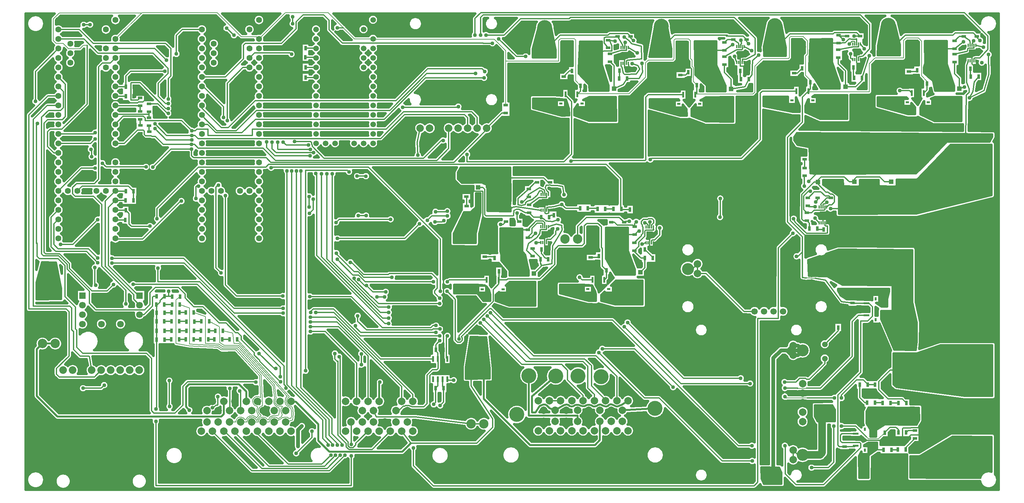
<source format=gbr>
%TF.GenerationSoftware,Novarm,DipTrace,3.3.1.1*%
%TF.CreationDate,2019-12-29T15:56:00+07:00*%
%FSLAX35Y35*%
%MOMM*%
%TF.FileFunction,Copper,L1,Top*%
%TF.Part,Single*%
%TA.AperFunction,Conductor*%
%ADD15C,0.33*%
%ADD16C,0.5*%
%ADD17C,0.2*%
%ADD18C,1.016*%
%TA.AperFunction,ComponentPad*%
%ADD19C,4.0*%
%TA.AperFunction,Conductor*%
%ADD20C,0.305*%
%ADD21C,1.0*%
%ADD22C,2.0*%
%ADD24C,0.18*%
%ADD25C,0.22*%
%TA.AperFunction,CopperBalancing*%
%ADD26C,0.635*%
%TA.AperFunction,ComponentPad*%
%ADD28C,13.0*%
%ADD29R,10.0X5.0*%
%TA.AperFunction,ComponentPad*%
%ADD32C,1.6*%
%ADD33C,2.5*%
%ADD34R,1.3X0.8*%
%ADD35R,1.6X0.5*%
%ADD36R,0.6X0.9*%
%ADD37R,1.7X1.8*%
%TA.AperFunction,ComponentPad*%
%ADD38O,6.0X9.0*%
%ADD39C,0.6*%
%ADD40C,1.5*%
%ADD41R,0.8X1.3*%
%TA.AperFunction,ComponentPad*%
%ADD42C,3.2*%
%ADD43C,3.2*%
%ADD44C,2.0*%
%ADD45C,1.7*%
%ADD46C,2.04*%
%ADD48R,1.8X1.8*%
%ADD49C,1.8*%
%ADD51R,0.55X1.5*%
%TA.AperFunction,ComponentPad*%
%ADD52C,1.5*%
%ADD55R,1.25X1.28*%
%ADD56R,1.25X1.15*%
%ADD57R,7.0X5.5*%
%ADD58R,0.125X0.18*%
%ADD59R,1.28X1.25*%
%ADD60R,1.15X1.25*%
%ADD61R,5.5X7.0*%
%ADD62R,0.18X0.125*%
%ADD63R,1.6X3.0*%
%ADD64R,6.0X6.0*%
%ADD65R,0.5X1.6*%
%ADD66R,0.9X0.6*%
%ADD67R,1.8X1.7*%
%ADD69R,0.305X0.889*%
%ADD70R,1.68X1.88*%
%ADD71R,1.15X0.8*%
%ADD72R,3.0X1.6*%
%TA.AperFunction,ViaPad*%
%ADD172C,1.016*%
%TA.AperFunction,ComponentPad*%
%ADD173C,2.0*%
G75*
G01*
%LPD*%
X13041957Y8024073D2*
D15*
X12809467D1*
X12709467Y7924073D1*
X13041957Y8224073D2*
X13009467D1*
X12709467Y7924073D1*
X13041957Y7824073D2*
X12809467D1*
X12709467Y7924073D1*
X13041957Y7624073D2*
X13009467D1*
X12709467Y7924073D1*
X20310133Y11866493D2*
X19970133D1*
X20310133D2*
Y12092913D1*
X20545483Y12328263D1*
X21698037D1*
X21732280Y12362507D1*
X22328527D1*
X22418823Y12272210D1*
X22255483Y12265937D2*
X22412550D1*
X22418823Y12272210D1*
X13809810Y11816587D2*
X14149810D1*
Y12032387D1*
X14407710Y12290287D1*
X15685220D1*
X15728983Y12334050D1*
X16213447D1*
X16290973Y12256523D1*
Y12219483D1*
X16365077Y12145380D1*
X16920627Y11815057D2*
X17260627D1*
Y12087433D1*
X17464863Y12291670D1*
X18874093D1*
X18847483Y12265060D1*
X19298173D1*
X19385273Y12177960D1*
Y12119870D1*
X19441507Y12063637D1*
X23020837Y11862913D2*
X23360837D1*
Y12027280D1*
X23627903Y12294347D1*
X24902917D1*
X24961737Y12353167D1*
X25444177D1*
X25534863Y12262480D1*
Y12236700D1*
X25622180Y12149383D1*
X21378570Y6040260D2*
X21259570D1*
X21124570Y6175260D1*
Y5921260D2*
X21259570D1*
X21378570Y6040260D1*
X21050170Y8380117D2*
X21523213Y8853160D1*
X21591023D1*
X21229603Y7834090D2*
X21287570Y7892057D1*
Y7941070D1*
X10175017Y1699237D2*
X10419307Y1377973D1*
X12178903D1*
X12603490Y1802560D1*
Y2028457D1*
X12032760Y2910793D1*
Y3245270D1*
X7225017Y2499237D2*
D16*
X7238803Y2485450D1*
X7346580D1*
X7948253Y1883777D1*
Y1447647D1*
X8244817Y1151083D1*
X10192417D1*
X10419307Y1377973D1*
X7358773Y1109703D2*
D15*
X7778683Y1529613D1*
Y1699210D1*
X12372760Y3245270D2*
D16*
Y2564437D1*
X13607737Y1329460D1*
X15338883D1*
X15471270Y1461847D1*
Y1963323D1*
X14137947Y8357543D2*
D15*
X14086283D1*
X13966350Y8477477D1*
X13072930D1*
X12709467Y8114013D1*
Y7924073D1*
X21325197Y7271770D2*
D20*
X21285340Y7317883D1*
D15*
X21214447Y7399907D1*
X13898753Y7611060D2*
D20*
X13867310Y7615467D1*
D15*
X13240363Y7703307D1*
X13155593Y7696143D1*
X13041957Y7624073D1*
X16032233Y11543960D2*
D20*
X16035043Y11483043D1*
D15*
Y11459533D1*
X16063887Y11436460D1*
X16092730Y11276860D1*
X16127340Y11246093D1*
X16444617Y11253787D1*
X16533067Y11386463D1*
X16483073Y11482607D1*
X16328210Y11527537D1*
X19122243Y11565873D2*
D20*
X19101833Y11623303D1*
D15*
X19064473Y11728437D1*
X22166450Y11797273D2*
X22163007Y11677720D1*
X22198370Y11655283D1*
D20*
X22225177Y11638270D1*
X25310017Y11604710D2*
X25289940Y11547160D1*
D15*
X25267120Y11481747D1*
Y11027890D1*
X25331957Y10853330D1*
Y10758567D1*
X25257143Y10693730D1*
X25239673Y9605660D1*
X7509997Y1838603D2*
D21*
X7410183Y1738790D1*
Y1294110D1*
X20883603Y3862167D2*
X20492957D1*
X20464587D1*
X20306613D1*
X20100077Y3655630D1*
Y703423D1*
X20085987Y689333D1*
X20629603Y3989167D2*
X20619957D1*
X20492957Y3862167D1*
X20629603Y3735167D2*
X20591587D1*
X20464587Y3862167D1*
X20629603Y3989167D2*
X20756603D1*
X20883603Y3862167D1*
X20629603Y3735167D2*
X20756603D1*
X20883603Y3862167D1*
X11087087Y3879743D2*
D15*
Y3845150D1*
X11141483Y3790753D1*
Y3633917D1*
X12772660Y5977600D2*
Y5752757D1*
X12765900Y5745997D1*
X15641883Y6005507D2*
Y5802213D1*
X15588773Y5749103D1*
X12765900Y5745997D2*
X12982203D1*
X13011087Y5774880D1*
X13871317D1*
X14262440Y6166003D1*
Y6561963D1*
X14360373Y6659897D1*
X14991493D1*
X15056780Y6725183D1*
Y7193083D1*
X15118440Y7254743D1*
X15419493D1*
X15506543Y7167693D1*
Y6619997D1*
X15535560Y6590980D1*
Y6111830D1*
X15641883Y6005507D1*
X14952720Y10942883D2*
Y10796250D1*
X14869793Y10713323D1*
X18058657Y10957193D2*
Y10746647D1*
X18013923Y10701913D1*
X21090570Y11029893D2*
Y10850363D1*
X21037460Y10797253D1*
X24205463Y11001350D2*
Y10831147D1*
X24120270Y10745953D1*
X22584443Y5121697D2*
X22220220D1*
X22214210Y5127707D1*
X21835493Y4471813D2*
Y4384897D1*
X21475007Y4024410D1*
X22003667Y1289300D2*
X22275777D1*
X22299657Y1313180D1*
X11141483Y3633917D2*
X11147517Y3627883D1*
Y3373783D1*
X11117787Y3344053D1*
X10998873D1*
X10855187Y3200367D1*
Y2442290D1*
X10766000Y2353103D1*
X10443947D1*
X10429080Y2367970D1*
X10396870D1*
X10377053Y2387787D1*
X10275480D1*
X10258140Y2370447D1*
X10220980D1*
X10099770Y2249237D1*
X10025017D1*
X3175470Y4821507D2*
X3294620D1*
X3519913Y5046800D1*
Y5284013D1*
X3546317Y5310417D1*
X3630173D1*
X3016653Y8116070D2*
X3010263Y7877413D1*
X6363567Y12190070D2*
D17*
X6303933Y12249703D1*
X5895863D1*
X5247987Y12897580D1*
X3240897D1*
X3230227Y12886910D1*
X2532737Y12189420D1*
X6363567Y12190070D2*
X7072060Y12898563D1*
X8211993D1*
X8619530Y12491027D1*
X8916303Y12194253D1*
X9410417D1*
X9418260Y12186410D1*
X12650253D1*
X12956077Y11880587D1*
Y11598737D1*
Y10420267D1*
X2532737Y12189420D2*
X2525220Y12181903D1*
X14952720Y10942883D2*
X14820257Y11075347D1*
Y12167400D1*
X14785147Y12202510D1*
X14416487D1*
X14363820Y12149843D1*
Y11601243D1*
X14355043D1*
X14352537Y11598737D1*
X12956077D1*
X1516737Y8125420D2*
D15*
X1644887Y8253570D1*
X2879153D1*
X3016653Y8116070D1*
X14869793Y10713323D2*
D17*
X14881337Y10724867D1*
X16249000D1*
X16689300Y11165167D1*
Y11552733D1*
X16761137Y11624570D1*
X17420973D1*
X17451697Y11655293D1*
Y12164393D1*
X17482420Y12195117D1*
X17837913D1*
X17890580Y12142450D1*
Y11668457D1*
X17935110Y11623927D1*
Y11455887D1*
X17962800Y11428197D1*
Y11053050D1*
X18058657Y10957193D1*
X21090570Y11029893D2*
Y11089897D1*
X20963153Y11217313D1*
Y11735990D1*
X21013933Y11786770D1*
Y12138600D1*
X20890610Y12261923D1*
X20571427D1*
X20531527Y12222023D1*
Y11693350D1*
X20501620Y11663443D1*
X19810207D1*
X19607513Y11460750D1*
Y10769337D1*
X19559720Y10721543D1*
X18033553D1*
X18013923Y10701913D1*
X24205463Y11001350D2*
Y11060607D1*
X24059860Y11206210D1*
Y12136070D1*
X23980723Y12215207D1*
X23644390D1*
X23578440Y12149257D1*
Y11684330D1*
X23573823Y11679713D1*
X22814113D1*
X22668363Y11533963D1*
Y10774253D1*
X21060460D1*
X21037460Y10797253D1*
X11087087Y3879743D2*
D15*
Y4012537D1*
X11194467Y4119917D1*
X11706920Y4167580D2*
Y4261350D1*
X12618937Y5173367D1*
Y5488327D1*
X12765900Y5635290D1*
Y5745997D1*
X1008737Y9141420D2*
X892087D1*
X719803Y9313703D1*
Y9709557D1*
X787390Y9777143D1*
X1101177D1*
X1773633Y10449600D1*
Y12021260D1*
D17*
X1676283D1*
X1583247Y11928223D1*
X1280417D1*
X1135587Y12073053D1*
X946870D1*
X872260Y12147663D1*
Y12726987D1*
X1032183Y12886910D1*
X3230227D1*
X8454167Y12491027D2*
D15*
X8619530D1*
X22214210Y5127707D2*
X21922413Y5167980D1*
X21492470Y5741237D1*
X21214060Y5791447D1*
D17*
X20990280Y5798803D1*
D15*
X20877867Y5811627D1*
Y6497830D1*
Y6901340D1*
X20477353Y7301853D1*
Y9562410D1*
X20876967Y9962023D1*
Y10636760D1*
X21037460Y10797253D1*
X22003667Y1289300D2*
X21860940D1*
X21822813Y1327427D1*
Y2663270D1*
X22436800Y3277257D1*
Y4650117D1*
X22624830D1*
X22750187Y4775473D1*
Y5026183D1*
X22654673Y5121697D1*
X22584443D1*
X20721103Y6376040D2*
X20756077D1*
X20877867Y6497830D1*
X18076570Y5921260D2*
Y6175260D1*
X17822570Y6040260D2*
X17941570D1*
X18076570Y6175260D1*
X19600570Y4905260D2*
X19316357D1*
X18300357Y5921260D1*
X18076570D1*
X4502947Y2264100D2*
D16*
X4417423Y2349623D1*
Y2878327D1*
X4495173Y2956077D1*
X5832483D1*
X6025017Y2763543D1*
Y2499237D1*
X9595603Y3010503D2*
X9575017Y2989917D1*
Y2499237D1*
X10670260Y9805740D2*
D15*
X10590387Y9429040D1*
X10606347Y9081770D1*
X3017213Y10658293D2*
Y10913637D1*
X3020450Y10916873D1*
X7399133Y11161400D2*
Y11431687D1*
X7399680Y11432233D1*
X7394913Y11703070D2*
Y11942080D1*
X7397803Y11944970D1*
X7394913Y11703070D2*
Y11437000D1*
X7399680Y11432233D1*
X11297087Y3879743D2*
Y3662520D1*
X11268483Y3633917D1*
X12562660Y5977600D2*
Y5789237D1*
X12605900Y5745997D1*
X12391557Y6153760D2*
Y6148703D1*
X12562660Y5977600D1*
X12454800Y6599080D2*
X12409280D1*
X12267207Y6457007D1*
Y6267823D1*
X12381270Y6153760D1*
X12391557D1*
X12454800Y7059080D2*
Y6599080D1*
X11904113Y8181593D2*
X12042210D1*
X12101147Y8122657D1*
X12333307D1*
X12343677Y8112287D1*
Y7170203D1*
X12454800Y7059080D1*
X15272283Y7081440D2*
Y6870360D1*
Y6621440D1*
X15191007D1*
X15034110Y6464543D1*
Y6213943D1*
X15110250Y6137803D1*
X15221810D1*
X15299587D1*
X15431883Y6005507D1*
Y5752213D1*
X15428773Y5749103D1*
X20730690Y12123020D2*
Y11663020D1*
X20654003Y11064807D2*
X20845657D1*
X20880570Y11029893D1*
Y10800363D1*
X20877460Y10797253D1*
X20730690Y11663020D2*
Y11632323D1*
X20522977Y11424610D1*
Y11163000D1*
X20621170Y11064807D1*
X20654003D1*
X14585187Y12060787D2*
Y11600787D1*
X14504467Y10975780D2*
X14709823D1*
X14742720Y10942883D1*
X14709793Y10713323D2*
Y10849167D1*
Y10909957D1*
X14742720Y10942883D1*
X14585187Y11600787D2*
X14515063D1*
X14327730Y11413453D1*
Y11023710D1*
X14375660Y10975780D1*
X14504467D1*
X17645890Y12063763D2*
Y11603763D1*
X17616590Y11017563D2*
X17788287D1*
X17848657Y10957193D1*
Y10707180D1*
X17853923Y10701913D1*
X17645890Y11603763D2*
X17705113D1*
X17912523Y11396353D1*
Y11155207D1*
X17848657Y11091340D1*
Y10957193D1*
X15395203Y6852457D2*
X15290187D1*
X15272283Y6870360D1*
X14741723Y7134233D2*
Y7284113D1*
X14536883Y7488953D1*
X14531227D1*
Y7477013D1*
X14447933D1*
X16484567Y7627960D2*
Y7582107D1*
X16408397Y7505937D1*
X14560150D1*
X14531227Y7477013D1*
X20932500Y11977917D2*
Y11864830D1*
X20730690Y11663020D1*
X14706117Y11808020D2*
Y11721717D1*
X14585187Y11600787D1*
X16397803Y11365150D2*
X16217910D1*
X16200280Y11347520D1*
X17754100Y11816880D2*
Y11711973D1*
X17645890Y11603763D1*
X23793660Y12075677D2*
Y11846623D1*
Y11615677D1*
X23995463Y11001350D2*
X23825963D1*
X23718613Y11108700D1*
X23995463Y11001350D2*
Y10781147D1*
X23960270Y10745953D1*
X23793660Y11615677D2*
X23740670D1*
X23580057Y11455063D1*
Y11155003D1*
X23626360Y11108700D1*
X23718613D1*
X23913537Y11846623D2*
X23793660D1*
X25574217Y10968323D2*
Y10974317D1*
X25667143Y11067243D1*
Y11300080D1*
X25573570Y11393653D1*
X22584443Y4961697D2*
X22258200D1*
X22214210Y4917707D1*
X22045493Y4471813D2*
Y4748990D1*
X22214210Y4917707D1*
X21475007Y3833410D2*
X21580580D1*
X22045493Y4298323D1*
Y4471813D1*
X21124570Y5667260D2*
Y5413260D1*
X21378570Y5540260D2*
X21251570D1*
X21124570Y5667260D1*
Y5413260D2*
X21251570D1*
X21378570Y5540260D1*
X21425647D1*
X22048200Y4917707D1*
X22214210D1*
X21475007Y3833410D2*
X21336657D1*
X20883603Y3380357D1*
Y3362167D1*
X20629603Y3481167D2*
Y3227167D1*
Y3481167D2*
X20764603D1*
X20883603Y3362167D1*
X22003667Y1499300D2*
X22273537D1*
X22299657Y1473180D1*
X18076570Y5667260D2*
Y5413260D1*
X17822570Y5540260D2*
X17949570D1*
X18076570Y5413260D1*
X21656100Y7091260D2*
X21846497D1*
X21926880Y7171643D1*
X20936413Y9182797D2*
X20553700Y8800083D1*
Y7333940D1*
X20945943Y6941697D1*
X21696933D1*
X21926880Y7171643D1*
X11268483Y3633917D2*
X11263953Y3629387D1*
Y3306893D1*
X11219360Y3262300D1*
X10998873D1*
X10929507Y3192933D1*
Y2325853D1*
X10852890Y2249237D1*
X10325017D1*
X3015807Y7609770D2*
X3001263Y7595227D1*
Y7352093D1*
X3195693Y9667827D2*
D17*
X3358283Y9505237D1*
X3436963D1*
X2532737Y9141420D2*
X2554490Y9163173D1*
X3094900D1*
X3436963Y9505237D1*
X3001263Y7352093D2*
X3436963Y7787793D1*
Y9505237D1*
X7397803Y11944970D2*
X7409793Y11956960D1*
Y12570160D1*
X7541887Y12702253D1*
X7886417D1*
X17822570Y5540260D2*
D15*
X17139383Y6259570D1*
X17035897Y6532397D1*
X16876313Y6559793D1*
X21378570Y5540260D2*
D22*
X21725630Y5155913D1*
X21722003Y4854863D1*
X21156173Y4151203D1*
X21192443Y3621643D1*
X20883603Y3362167D1*
X2532737Y9141420D2*
D15*
X2498167D1*
X2188367Y9451220D1*
Y10254187D1*
X2471090Y10536910D1*
X2837097D1*
X2893153Y10480853D1*
X3120673D1*
X3150350Y10510530D1*
X3269057D1*
X3305327Y10546800D1*
Y10685290D1*
X3044210D1*
X3017213Y10658293D1*
X11297087Y3879743D2*
Y5766687D1*
X11654740Y6124340D1*
X22299657Y1473180D2*
Y1453677D1*
X23125610D1*
X23154017Y1482083D1*
X23294223D1*
X23554543D1*
X23653997D1*
X23773360Y1601447D1*
X24454087D1*
X24592787Y1740147D1*
X23289663Y1663003D2*
Y1486643D1*
X23294223Y1482083D1*
X23026523Y2942247D2*
X23313970Y2654800D1*
X23818407D1*
X24084960Y2388247D1*
Y1913043D1*
X23970100Y1798183D1*
X23783170D1*
X23774160Y1789173D1*
X23574190D1*
X23554543Y1769527D1*
Y1482083D1*
X13477430Y10847357D2*
D17*
X13748083Y10849167D1*
D15*
X14709793D1*
X21425197Y7482320D2*
Y7332720D1*
D20*
Y7271770D1*
X21656100Y7091260D2*
D15*
Y7213167D1*
X21597497Y7271770D1*
X21556947D1*
D20*
X21525197D1*
X21425197Y7482320D2*
D15*
X21459780D1*
X21525197Y7416903D1*
Y7332720D1*
D20*
Y7271770D1*
X16900690Y6738117D2*
Y6677167D1*
D15*
Y6584170D1*
X16876313Y6559793D1*
X16800690Y6738117D2*
D20*
Y6677167D1*
D15*
Y6635417D1*
X16876313Y6559793D1*
X16800690Y6738117D2*
D20*
Y6799067D1*
D15*
Y6948667D1*
X16484567Y7627960D2*
X16589320Y7523207D1*
X16918387D1*
X16986767Y7454827D1*
Y7158510D1*
X16972657Y7144400D1*
Y6994610D1*
X16926713Y6948667D1*
X16800690D1*
X13994177Y6961403D2*
Y6811803D1*
D20*
Y6750853D1*
X14094177D2*
Y6689903D1*
D15*
Y6581067D1*
X14115940Y6559303D1*
X13994177Y6750853D2*
D20*
Y6689903D1*
D15*
Y6651240D1*
X14011320Y6634097D1*
X14041147D1*
X14115940Y6559303D1*
X14011390Y6466410D1*
X13998753Y7611060D2*
D20*
Y7672010D1*
D15*
Y7821610D1*
X14098753Y7611060D2*
X14405967D1*
X14447933Y7477013D1*
X14115730Y8198477D2*
X14364033D1*
X14386757Y7863590D1*
X13998753Y7821610D1*
Y7611060D2*
D20*
Y7550110D1*
D15*
Y7533800D1*
X14030823Y7521940D1*
X14084200Y7527870D1*
X14105700Y7533800D1*
X14104210Y7550353D1*
D20*
X14098753Y7611060D1*
X16132233Y11754510D2*
D15*
Y11604910D1*
D20*
Y11543960D1*
X16129843Y11483057D1*
D15*
X16127140Y11414090D1*
X16200280Y11347520D1*
X16232233Y11543960D2*
D20*
X16239713Y11483470D1*
D15*
X16245340Y11437970D1*
X16200280Y11347520D1*
X19427987Y11334130D2*
X19338103Y11221033D1*
X19322243Y11565873D2*
D20*
X19347547Y11510423D1*
D15*
X19370403Y11466393D1*
X19427987Y11334130D1*
X19222243Y11565873D2*
D20*
X19219653Y11504943D1*
D15*
Y11466393D1*
X19370403D1*
X19222243Y11776423D2*
Y11626823D1*
D20*
Y11565873D1*
X22325177Y11848820D2*
D15*
Y11699220D1*
D20*
Y11638270D1*
X22425177D2*
X22432813Y11577803D1*
D15*
X22451570Y11429283D1*
X22325177Y11638270D2*
D20*
X22327903Y11577383D1*
D15*
X22330437Y11520857D1*
X22451570Y11429283D1*
X22358563Y11326293D1*
X25410017Y11815260D2*
Y11665660D1*
D20*
Y11604710D1*
X25510017D2*
X25547910Y11556970D1*
D15*
X25554383Y11548813D1*
X25573570Y11393653D1*
X25410017Y11604710D2*
D20*
X25408720Y11543770D1*
D15*
Y11526130D1*
X25458867Y11475983D1*
X25573570Y11393653D1*
X1008737Y9649420D2*
X1953840D1*
X1988883Y9684463D1*
X3584757Y9923843D2*
X3897320Y9611280D1*
X4566927D1*
X4657557D1*
X4740073Y9528763D1*
X9613733D1*
X10255267Y10170297D1*
X11849940D1*
X11940260Y10079977D1*
Y9805740D1*
X3834457Y5088193D2*
X4043313D1*
Y5087237D1*
X1008737Y9395420D2*
X1871397D1*
X1988883Y9512907D1*
X3584757Y9792187D2*
X3884363Y9492580D1*
X4566927D1*
X8984610Y8523233D2*
X9218957D1*
X9221683Y8520507D1*
X10200843Y10365157D2*
X11671040D1*
X11688597Y10382713D1*
X20629603Y1195167D2*
Y941167D1*
X20883603Y1068167D2*
X20756603D1*
X20629603Y1195167D1*
X20883603Y1068167D2*
D22*
X21349237D1*
X21406733Y1125663D1*
Y1940787D1*
X21391150Y1956370D1*
D18*
Y2107170D1*
X583770Y4044250D2*
D16*
X433800Y3894280D1*
Y2638987D1*
X982270Y2090517D1*
X5358400D1*
X5425017Y2157133D1*
Y2499237D1*
X923770Y4044250D2*
X583770D1*
X13787947Y8357543D2*
D15*
X13744350D1*
X13567013Y8180207D1*
X13286493Y7921480D1*
X13285300Y7754327D1*
X13374847Y7738807D1*
X13476333Y7762683D1*
X13484690Y7812830D1*
X13525283Y7848650D1*
X13661397Y7895213D1*
X13795117Y8009833D1*
X13862047Y8126537D1*
X13922237Y8124563D1*
X13943947Y8100883D1*
X13944500Y8092960D1*
D20*
X13948753Y8032160D1*
X12032760Y1898270D2*
D15*
X12372760D1*
X12032760D2*
X10545203Y2085550D1*
X9499037D1*
X9425017Y2249237D1*
X1008737Y11935420D2*
X396690Y11323373D1*
Y10520340D1*
X6283850Y3011097D2*
X6271953Y3022993D1*
X4458740D1*
X4330227Y2894480D1*
Y2397953D1*
X4119930Y2187657D1*
X3559147D1*
X3494890Y2251913D1*
Y3651987D1*
X3359580Y3787297D1*
X1656140D1*
X1498337Y3945100D1*
Y4404530D1*
X1465293Y4437573D1*
Y5018950D1*
X1182467Y5301777D1*
Y6129957D1*
X996843Y6315580D1*
X496300D1*
X436480Y6375400D1*
Y6732077D1*
X424330Y6719927D1*
Y9928957D1*
X450617D1*
X16274567Y7627960D2*
X16052697D1*
X16039450Y7641207D1*
X6369197Y3778753D2*
X6773643Y3374307D1*
X6810727D1*
X4839567Y11990480D2*
Y11936070D1*
X16039450Y7641207D2*
X16024707Y7655950D1*
Y8451453D1*
X15639880Y8836280D1*
X6623673D1*
X6551383Y8763990D1*
X4750070D1*
X3643717Y7657637D1*
Y7381343D1*
X12755900Y5260997D2*
X13238540D1*
X13409177Y5431633D1*
X13109177Y5099143D2*
Y5131633D1*
X13409177Y5431633D1*
X13309177Y5099143D2*
Y5331633D1*
X13409177Y5431633D1*
X13509177Y5099143D2*
Y5331633D1*
X13409177Y5431633D1*
X13709177Y5099143D2*
Y5131633D1*
X13409177Y5431633D1*
X3428143Y9873003D2*
Y9724057D1*
X3436963Y9715237D1*
X3428143Y10083003D2*
Y10174120D1*
Y10240903D1*
X3426710Y10242337D1*
X3428143Y10174120D2*
X2549437D1*
X2532737Y10157420D1*
X10175017Y2499237D2*
Y2892770D1*
X8445137Y4622650D1*
X7741013D1*
X3941947Y10463307D2*
X3867193D1*
X3675250Y10655250D1*
Y11006353D1*
X3940213Y11271317D1*
Y11408490D1*
X3539197Y11809507D1*
X2068947D1*
X1689033Y12189420D1*
X1008737D1*
X10475017Y2499237D2*
Y2680543D1*
X8406037Y4749523D1*
X7741013D1*
X3941947Y10586193D2*
Y11131887D1*
X4009340Y11199280D1*
Y11934137D1*
X3870823Y12072653D1*
X1937823D1*
X1567057Y12443420D1*
X1008737D1*
X5575017Y2249237D2*
X5584010Y2258230D1*
Y2848143D1*
X2231067Y2933283D2*
X2147533Y2849750D1*
X1665607D1*
X5875017Y2249237D2*
X5878027Y2252247D1*
Y2753057D1*
X5851070Y2780013D1*
X7610073Y3316677D2*
Y8681470D1*
X8725527D1*
X8768440Y8638557D1*
X9097337Y3771277D2*
Y3481383D1*
X9098577Y3480143D1*
X3191900Y10403437D2*
Y10250443D1*
X3191127Y10249670D1*
X3191900Y10403437D2*
X2540720D1*
X2532737Y10411420D1*
X3191127Y10039670D2*
Y9882393D1*
X3195693Y9877827D1*
X9275017Y2499237D2*
Y3712970D1*
X8492420Y4495567D1*
X7741013D1*
X3941947Y10331643D2*
X3878103D1*
X3189933Y11019813D1*
X2955407D1*
X2942380Y11006787D1*
Y10556353D1*
X3134817D1*
X3191900Y10613437D1*
X8975017Y2499237D2*
Y3522223D1*
X8132020Y4365220D1*
X7741013D1*
X3426710Y10452337D2*
X3668860D1*
X3921217Y10199980D1*
X3941947D1*
X3970033Y3053453D2*
Y2367837D1*
X3977103Y2360767D1*
X2809960Y5103930D2*
Y5466923D1*
X2164983Y6111900D1*
Y7765817D1*
X1947280Y7983520D1*
X1457450D1*
X1387477Y8053493D1*
Y8216767D1*
X1496330Y8325620D1*
X1970607D1*
X2083753Y8438767D1*
Y11444357D1*
X2187097Y11547700D1*
X2399017D1*
X2532737Y11681420D1*
X5121747Y2330853D2*
X5145013Y2354120D1*
X5173397D1*
X5215423Y2396147D1*
X5257450D1*
X5268613Y2407310D1*
Y2622750D1*
X1982530Y6080063D2*
Y5624617D1*
X2004130Y5603017D1*
X4256567Y5303997D2*
D17*
X4149793Y5217477D1*
Y4044467D1*
X4516860Y3980630D1*
X5254630Y3946647D1*
X5359693Y3874153D1*
X5750537Y3875203D1*
X6385857Y3181553D1*
X6408940Y2624297D1*
X6405117Y2598510D1*
X6360227Y2623343D1*
X6310560Y2626207D1*
X6263760Y2611880D1*
X6232240Y2585137D1*
X6208360Y2556483D1*
X6196900Y2511593D1*
X6201673Y2459060D1*
X6223643Y2421810D1*
X6259937Y2385513D1*
X6317247Y2370233D1*
X6325140Y2327480D1*
X6317500Y2293093D1*
X6310813Y2258710D1*
X6308903Y2227190D1*
X6316543Y2194713D1*
X6329917Y2160330D1*
X6346153Y2137407D1*
X6345197Y2113530D1*
X6326097Y2087740D1*
X6306993Y2059087D1*
X6284070Y2078190D1*
X6257327Y2091560D1*
X6232493Y2103977D1*
X6192377Y2112573D1*
X6157993Y2111617D1*
X6116920Y2104933D1*
X6093043Y2091560D1*
X6059613Y2072457D1*
X6044330Y2047623D1*
X6029050Y2021837D1*
X6019497Y2005600D1*
X5989890Y2004643D1*
X5975563Y2025657D1*
X5956460Y2045713D1*
X5935447Y2060997D1*
X5917300Y2068637D1*
X5894377Y2076280D1*
X5864767Y2075323D1*
X5836113Y2071503D1*
X5817963Y2062907D1*
X5784537Y2039983D1*
X5760657Y2005600D1*
X5750150Y1975990D1*
X5748240Y1956887D1*
X5744420Y1949247D1*
X5575017Y1949237D1*
X4253313Y5087237D2*
X4514610Y4997800D1*
Y4031297D1*
X4949397Y4005280D1*
X5271943Y3986367D1*
X5380160Y3914923D1*
X5778357Y3911773D1*
X6428607Y3203477D1*
X6457270Y2386557D1*
X6430937Y2368033D1*
X6400763Y2354480D1*
X6371650Y2325367D1*
X6359543Y2302430D1*
X6351993Y2274933D1*
X6347680Y2249593D1*
X6351457Y2222097D1*
X6360620Y2195140D1*
X6370327Y2177887D1*
X6391427Y2153923D1*
X6412740Y2138137D1*
Y2101827D1*
X6385900Y2087617D1*
X6362220Y2071040D1*
X6343277Y2044200D1*
X6324330Y2018153D1*
X6314860Y1989737D1*
X6294337Y1990523D1*
X6285653Y2010260D1*
X6270653Y2031570D1*
X6250920Y2051307D1*
X6222503Y2066303D1*
X6193297Y2074197D1*
X6159763Y2075313D1*
X6123167Y2065270D1*
X6097333Y2050917D1*
X6070063Y2020060D1*
X6054993Y1991357D1*
X6047100Y1949733D1*
X5875017Y1949237D1*
X4618733Y4874773D2*
X4933067Y4767780D1*
Y4049340D1*
X5287330Y4027047D1*
X5406243Y3952723D1*
X5805100Y3950247D1*
X6746307Y2915433D1*
X6781670Y2593430D1*
X6761243Y2535093D1*
X6762113Y2471707D1*
X6769927Y2431763D1*
X6797713Y2392690D1*
X6828103Y2365773D1*
X6836787Y2358827D1*
X6842863Y2355353D1*
X6854153Y2347540D1*
X6863703Y2344933D1*
X6877597Y2337987D1*
X6895830Y2329303D1*
X6911460Y2279810D1*
X6906250Y2206873D1*
X6888017Y2135673D1*
X6853283Y2118307D1*
X6815353Y2113597D1*
X6750627D1*
X6696160Y2098597D1*
X6648797Y2068603D1*
X6635377Y2030713D1*
X6621170Y2005453D1*
X6592753Y2006243D1*
X6563547Y2047290D1*
X6508290Y2071760D1*
X6468033Y2076497D1*
X6427773Y2068603D1*
X6387517Y2044920D1*
X6366203Y2013347D1*
X6352783Y1988087D1*
X6348837Y1948620D1*
X6175017Y1949237D1*
X5036760Y4641583D2*
X5303923Y4491440D1*
X5314543Y4071913D1*
X5433507Y3992203D1*
X5824377D1*
X6781973Y2937410D1*
X6823720Y2581920D1*
X6801407Y2536533D1*
X6799253Y2506393D1*
X6801407Y2459033D1*
X6816477Y2433917D1*
X6835133Y2410233D1*
X6855227Y2389423D1*
X6914197Y2369273D1*
X6950023Y2373897D1*
X6976607Y2366963D1*
X6989317Y2349627D1*
X6967360Y2319577D1*
X6952337Y2286063D1*
X6946557Y2234057D1*
X6963893Y2187827D1*
X6984697Y2158933D1*
Y2138130D1*
X6967360Y2094213D1*
X6879527Y2032960D1*
X6863270Y2040477D1*
X6837480Y2061490D1*
X6789723Y2076773D1*
X6732417Y2071043D1*
X6690390Y2052893D1*
X6661737Y2005137D1*
X6644543Y1960247D1*
X6637860Y1946873D1*
X6475017Y1949237D1*
X5404317Y4388090D2*
X5665210Y4328023D1*
X5701120Y4048733D1*
X5828503Y4049407D1*
X7122960Y2630217D1*
X7098123Y2606337D1*
X7080933Y2579593D1*
X7065650Y2537567D1*
X7058963Y2496497D1*
X7064697Y2439190D1*
X7093350Y2397163D1*
X7137657Y2359353D1*
X7172233Y2341087D1*
X7197023Y2333910D1*
X7223770Y2294117D1*
X7240730Y2217137D1*
X7234207Y2104930D1*
X7223320Y2050013D1*
X7165057Y2038387D1*
X7125913Y2072310D1*
X7067200Y2078183D1*
X6996093Y2063177D1*
X6928247Y2012947D1*
X6775017Y1949237D1*
X5785777Y4158710D2*
X7171007Y2630857D1*
X7168333Y2614813D1*
X7149620Y2599220D1*
X7123330Y2580060D1*
X7107737Y2549760D1*
X7099270Y2510103D1*
X7100160Y2472677D1*
X7113530Y2439257D1*
X7135363Y2407620D1*
X7162543Y2388907D1*
X7195070Y2375540D1*
X7238007Y2365307D1*
X7275020Y2284410D1*
X7278647Y2157460D1*
X7260510Y2001497D1*
X7075017Y1949237D1*
X3840173Y5310417D2*
D15*
X3949497D1*
X4040147D1*
X4046567Y5303997D1*
X3624457Y5088193D2*
X3653137D1*
X3724713Y5159770D1*
Y5194957D1*
X3840173Y5310417D1*
X3633633Y4871363D2*
Y5079017D1*
X3624457Y5088193D1*
X3627217Y4636133D2*
Y4864947D1*
X3633633Y4871363D1*
X3629930Y4381533D2*
Y4633420D1*
X3627217Y4636133D1*
X3630683Y4151263D2*
Y4381533D1*
X3629930D1*
X3630683Y4151263D2*
Y2291997D1*
X3614457D1*
X3611490Y1965897D2*
Y244267D1*
X8833797D1*
Y1038990D1*
X8832910Y1347157D2*
Y1949237D1*
X8825017D1*
X3949497Y5444617D2*
Y5310417D1*
X1876217Y9237453D2*
X1897783Y9215887D1*
Y9044950D1*
X6937163Y3157073D2*
Y3410157D1*
X4718227Y5629093D1*
X3007207D1*
X2476627Y5622200D2*
X2476300D1*
X2307670Y5453570D1*
X1905987D1*
X1303467Y6056090D1*
Y6178873D1*
X1036980Y6445360D1*
X667027D1*
X626563Y6485823D1*
Y9939350D1*
X721257Y10034043D1*
X1112680D1*
X1196910Y10118273D1*
Y10985247D1*
X1008737Y11173420D1*
X6939917Y3022920D2*
X6929200D1*
X6380270Y3571850D1*
Y3596423D1*
X6239000Y3737693D1*
Y3801160D1*
X5893197Y4146963D1*
Y4241913D1*
X5797440Y4337670D1*
X5741583D1*
X5482243Y4597010D1*
X5298713D1*
X4863823Y5031900D1*
X4624433D1*
X4389033Y5267300D1*
Y5367043D1*
X4213480Y5542597D1*
X3595057D1*
X3451423Y5398963D1*
Y5091747D1*
X3307790Y4948113D1*
X2004437D1*
X1834473Y5118077D1*
Y5442847D1*
X1241983Y6035337D1*
Y6167003D1*
X1016457Y6392530D1*
X607420D1*
X559280Y6440670D1*
Y10096517D1*
X742683Y10279920D1*
X1069850D1*
X1145657Y10355727D1*
Y10782500D1*
X1008737Y10919420D1*
X11141483Y3093917D2*
Y2910400D1*
X11083903Y2852820D1*
X11033290Y2418677D2*
X11083903Y2469290D1*
Y2852820D1*
X11293903D2*
Y2867083D1*
X11268483Y2892503D1*
Y3093917D1*
X11203473Y2388177D2*
X11293903Y2478607D1*
Y2852820D1*
X7604913Y11703070D2*
X7869600D1*
X7886417Y11686253D1*
X5125017Y1699237D2*
Y1695143D1*
X6175207Y644953D1*
X8245930D1*
X8659343Y1058367D1*
X8584273Y1325410D2*
Y1360227D1*
X8311687Y1632813D1*
Y2040973D1*
X7486993Y2865667D1*
Y8658907D1*
X7609680Y11432233D2*
X7886417D1*
Y11432253D1*
X5725017Y1699237D2*
Y1667713D1*
X6628157Y764573D1*
X8115277D1*
X8409070Y1058367D1*
X8334000Y1325410D2*
Y1356487D1*
X8151753Y1538733D1*
Y2009123D1*
X7240897Y2919980D1*
Y8661117D1*
X7609133Y11161400D2*
X7869563D1*
X7886417Y11178253D1*
X5425017Y1699237D2*
X5446847D1*
X6439547Y706537D1*
X8184190D1*
X8536020Y1058367D1*
X8460950Y1325410D2*
Y1370653D1*
X8236423Y1595180D1*
Y2018303D1*
X7363800Y2890927D1*
Y8657393D1*
X2532737Y9395420D2*
X2768303D1*
X3124610Y9751727D1*
X3275500D1*
X3300270Y9726957D1*
Y9636873D1*
X3336303Y9600840D1*
X3484940D1*
X3505210Y9580570D1*
X3599797D1*
X3811803Y9368563D1*
X4566563D1*
X4642990D1*
X4739360Y9272193D1*
X6474323D1*
X6802990Y8943527D1*
X11117563D1*
X11432260Y9258223D1*
Y9805740D1*
X7607803Y11944970D2*
X7881700D1*
X7886417Y11940253D1*
X6325017Y1699237D2*
Y1637170D1*
X7143207Y818980D1*
X8046363D1*
X8285750Y1058367D1*
X8210680Y1325410D2*
Y1366913D1*
X8067083Y1510510D1*
Y1995407D1*
X7112760Y2949730D1*
Y8662220D1*
X22619823Y2942620D2*
X22816150D1*
X22816523Y2942247D1*
X22619823Y2942620D2*
Y2957540D1*
X22502257Y3075107D1*
X22328470D1*
X21922957Y2669593D1*
Y2587527D1*
X9000520Y4786233D2*
Y4643227D1*
X9235893Y4407853D1*
X10991353D1*
X11015847Y4432347D1*
X11197947D1*
X21729180Y2589790D2*
X21002473D1*
D24*
X20443870D1*
D15*
X20408097Y2625563D1*
X15534603Y3903603D2*
X16395943D1*
X17424463Y2875083D1*
X13544003Y6878670D2*
Y6887533D1*
X13658240Y7001770D1*
Y7129163D1*
X13794830Y7265753D1*
X13924850D1*
X13943237Y7247367D1*
Y7233843D1*
X13944177Y7232903D1*
D20*
Y7171953D1*
X13544003Y6878670D2*
D15*
X13636133D1*
X13751793Y6994330D1*
X12817890Y7231807D2*
X12889317D1*
X12964167Y7306657D1*
X2791263Y7352093D2*
X2544063D1*
X2532737Y7363420D1*
X1067327Y6695830D2*
X1394610D1*
X2056540Y7357760D1*
X22584443Y4801697D2*
X22373853D1*
X22204860Y4632703D1*
Y3696943D1*
X21362733Y2854817D1*
X20989777D1*
D17*
Y2844780D1*
X20749513D1*
D15*
Y2854817D1*
X20408097D1*
X6109567Y11428070D2*
X5935417D1*
X5516443Y11009097D1*
Y10008573D1*
X5467037Y8002780D2*
Y5616337D1*
X5767767Y5315607D1*
X7000280D1*
X7724600Y5303923D2*
X8829303D1*
X9661353Y4471873D1*
X10957133D1*
X11010513Y4525253D1*
X11092320D1*
X16122720Y4491620D2*
X17638623Y2975717D1*
X19481203D1*
X2805807Y7609770D2*
X2540387D1*
X2532737Y7617420D1*
X3455370Y7184990D2*
X3450543Y7180163D1*
X2958120D1*
X2895360Y7242923D1*
Y7520217D1*
X2805807Y7609770D1*
X7081540Y2852520D2*
Y2906027D1*
X7038057Y2949510D1*
Y3444113D1*
X4782490Y5699680D1*
X3667593D1*
X3667903Y5699990D1*
Y6060693D1*
X4839567Y10412070D2*
Y10341317D1*
X5359360Y9821523D1*
X5546283D1*
X6264763Y10540003D1*
X10020713D1*
X10873543Y11392833D1*
X12323693D1*
X12393043Y11323483D1*
X19272243Y11565873D2*
D20*
X19277263Y11626617D1*
D15*
X19278880Y11646183D1*
X19376177D1*
X19614703Y11779560D1*
Y12212360D1*
X19060110Y12766953D1*
X14682913D1*
X14651817Y12735857D1*
X13353433D1*
X12911917Y12294340D1*
X12425950D1*
X2807213Y10658293D2*
X2539863D1*
X2532737Y10665420D1*
X9275017Y1699237D2*
X8951700Y1375920D1*
Y1334297D1*
X8878867Y1261463D1*
X8794387D1*
X8748060Y1307790D1*
Y1416797D1*
X8532233Y1632623D1*
Y3667063D1*
X8504363Y3694933D1*
X15578773Y5264103D2*
X15635693D1*
X15836773Y5465183D1*
X16252450D1*
X15952450Y5132693D2*
Y5165183D1*
X16252450Y5465183D1*
X16152450Y5132693D2*
Y5365183D1*
X16252450Y5465183D1*
X16352450Y5132693D2*
Y5365183D1*
X16252450Y5465183D1*
X16552450Y5132693D2*
Y5165183D1*
X16252450Y5465183D1*
X2810450Y10916873D2*
X2535283D1*
X2532737Y10919420D1*
X9875017Y1699237D2*
X9387673Y1211893D1*
X8766597D1*
X8696780Y1281710D1*
Y1371797D1*
X8473817Y1594760D1*
Y3571310D1*
X8449833D1*
X8392690Y3628453D1*
Y3778867D1*
X3848420Y11329880D2*
X2938740D1*
X2810450Y11201590D1*
Y10916873D1*
X10487407Y1254863D2*
Y776487D1*
X11026740Y237153D1*
X19587527D1*
X19686723Y336350D1*
Y4711983D1*
X20237623D1*
Y6605420D1*
X20625147Y6992943D1*
X21475197Y7271770D2*
D20*
X21476223Y7210827D1*
D15*
Y7205610D1*
X21508123Y7191430D1*
X21545087Y7188900D1*
X21546073Y7001420D1*
X21499697Y6990563D1*
X20988570D1*
X20686627Y7292507D1*
X20643373Y7384227D1*
X15221810Y6347860D2*
X15402663D1*
X15442170Y6387367D1*
X14938543Y7663457D2*
X14557717D1*
X14453697Y7767477D1*
X18685740Y7923430D2*
Y7433120D1*
X18678910Y7426290D1*
X14048753Y7611060D2*
D20*
X14050633Y7671993D1*
D15*
Y7690273D1*
X14234180Y7707753D1*
X14453697Y7767477D1*
X14121270Y2513323D2*
X14421270D1*
X13254657Y7538090D2*
Y7366167D1*
X13314167Y7306657D1*
X13384637Y7831907D2*
X13417560D1*
X13555860Y7970207D1*
X13567013D1*
X12220457Y7624073D2*
X12210967D1*
X12097483Y7510590D1*
X11909663D1*
X12220457Y8024073D2*
Y7824073D1*
Y7624073D1*
X11909663Y7510590D2*
Y6966943D1*
X12029560Y6847047D1*
X11689560D2*
X12029560D1*
X14875340Y6843367D2*
Y7182877D1*
X15113247Y7420783D1*
X15983483D1*
X16118410Y7285857D1*
X16252770Y7318577D2*
X16151130D1*
X16118410Y7285857D1*
X16596690Y6708997D2*
X16639820D1*
X16668940Y6738117D1*
D20*
X16700690D1*
X13894177Y6750853D2*
X13862427D1*
D15*
X13775860D1*
X13765363Y6740357D1*
X13567013Y7970207D2*
X13550240Y8023490D1*
X13861437Y8212400D1*
X13985907Y8156490D1*
X13996413Y8097390D1*
X13996567Y8093070D1*
D20*
X13998753Y8032160D1*
X12029560Y5500047D2*
D15*
X12118817D1*
X12198870Y5419993D1*
X12216427D1*
X12295427Y5340993D1*
X12375903D1*
X12455900Y5260997D1*
X11689560Y5500047D2*
X12029560D1*
X15021270Y2513323D2*
Y2658763D1*
X14608013Y3072020D1*
Y3327357D1*
X14449743Y3485627D1*
X13387103D1*
X12272653Y4600077D1*
X9827307Y4581420D2*
X9728160D1*
X7906757Y6402823D1*
Y8570140D1*
X7885343Y8591553D1*
X7730577Y9065850D2*
X6792277D1*
X6571247Y9286880D1*
Y9438640D1*
X15321270Y2513323D2*
Y2681927D1*
X15146620Y2856577D1*
Y3435080D1*
X15018137Y3563563D1*
X13493813D1*
X12364977Y4692400D1*
X9832137Y4726247D2*
X9667263D1*
X8030170Y6363340D1*
Y8586723D1*
X7822350Y9149770D2*
X6823213D1*
X6716073Y9256910D1*
Y9433810D1*
X15621270Y2513323D2*
Y2541513D1*
X15246360Y2916423D1*
Y3451040D1*
X15061897Y3635503D1*
X13606520D1*
X12460597Y4781427D1*
X9832137Y4875900D2*
X9607537D1*
X8179823Y6303613D1*
Y8586723D1*
X7737930Y9239350D2*
X6873263D1*
X6865727Y9246887D1*
Y9433810D1*
X15921270Y2513323D2*
Y3163130D1*
X15364967Y3719433D1*
X13700643D1*
X12549623Y4870453D1*
X9832137Y5020723D2*
X9553363D1*
X8324647Y6249440D1*
Y8586723D1*
X7687680Y9351720D2*
X7092640D1*
X7010550Y9433810D1*
X14290463Y3175483D2*
D16*
X13656290Y2633523D1*
Y2201533D1*
X13746373D1*
X13856930Y2371463D1*
X13906067Y2396030D1*
X13963393Y2414457D1*
X14004340Y2410363D1*
X14049380Y2391937D1*
X14090327Y2350990D1*
X14127180Y2307997D1*
X14271270Y2263323D1*
X14460227Y2372113D1*
X14510480Y2398170D1*
X14573763Y2411200D1*
X14625877Y2401893D1*
X14666823Y2373973D1*
X14715213Y2360947D1*
X14763607Y2368390D1*
X14798970Y2392587D1*
X14830610Y2403753D1*
X14895753Y2407477D1*
X14929253Y2396310D1*
X14968340Y2379560D1*
X15009287Y2368390D1*
X15063263Y2373973D1*
X15109793Y2396310D1*
X15143293Y2403753D1*
X15191687Y2407477D1*
X15241940Y2392587D1*
X15286607Y2362807D1*
X15335000D1*
X15392697Y2381420D1*
X15428060Y2405617D1*
X15483897Y2409337D1*
X15508093Y2403753D1*
X15541593Y2390727D1*
X15582540Y2366530D1*
X15638377Y2360947D1*
X15677463Y2372113D1*
X15712827Y2401893D1*
X15766803Y2418643D1*
X15813333Y2407477D1*
X15854280Y2385143D1*
X15884060Y2372113D1*
X15923143Y2364670D1*
X15964090Y2373973D1*
X15999453Y2388863D1*
X16051567Y2407477D1*
X16221270Y2513323D1*
X15684587Y12161867D2*
D15*
X15692943Y12153507D1*
X15731150Y12149927D1*
X15785860Y12007530D1*
Y11871840D1*
X15599603D1*
X15235187Y11830787D1*
X16143547Y12095023D2*
X16137520Y12025780D1*
D20*
X16132233Y11965060D1*
X15874517Y12130170D2*
D15*
X15684587Y12161867D1*
X14549793Y10713323D2*
Y10681490D1*
X14716600Y10514683D1*
Y9110580D1*
X14510857Y8904837D1*
X11922483D1*
Y9102307D1*
X8459257Y6854883D2*
X10259923D1*
X10650950Y7245910D1*
X11066113Y7294187D2*
X11259217D1*
X11297837Y7332807D1*
X4839567Y11174070D2*
X4841917Y11176420D1*
X5467853D1*
X5951087Y11659653D1*
Y12026063D1*
X5998880Y12073857D1*
X6965350D1*
X7352997Y12461503D1*
Y12647363D1*
X7538857Y12833223D1*
X8096437D1*
X8234160Y12695500D1*
Y12437200D1*
X8590480Y12080880D1*
X12348937D1*
X12352977Y12076840D1*
X12600863D1*
X12764370Y12194987D2*
X13237343Y11722013D1*
X13488693D1*
X16121540Y12245843D2*
X16253200Y12144810D1*
X16314730Y12067897D1*
X16580630Y12000597D1*
X16584477Y11660247D1*
X16220510Y11627557D1*
X16182053Y11606407D1*
D20*
X16182233D1*
Y11543960D1*
X17693923Y10701913D2*
D15*
X16760453D1*
X16693583Y10635043D1*
Y8956813D1*
X16674307Y8937537D1*
X14707317D1*
X14697147Y8927367D1*
X11397770Y7455843D2*
X10976103D1*
X10861013Y7340753D1*
X9880753Y7367410D2*
X8504910D1*
X8422843Y7285343D1*
X7814577Y7908093D2*
Y7631843D1*
X7713200Y7530467D1*
X15994603Y6313273D2*
Y6779120D1*
X15922283Y6851440D1*
X15652170Y6387367D2*
X15920510D1*
X15994603Y6313273D1*
X15952450Y5954193D2*
Y6271120D1*
X15994603Y6313273D1*
X16152450Y5954193D2*
Y6155427D1*
X15994603Y6313273D1*
X16352450Y5954193D2*
Y5955427D1*
X15994603Y6313273D1*
X16395403Y6958090D2*
X16028933D1*
X15922283Y6851440D1*
X16802110Y7295810D2*
Y7221587D1*
X16800690Y7220167D1*
D20*
Y7159217D1*
X16517477Y7056573D2*
D15*
X16493887D1*
X16395403Y6958090D1*
X14875340Y5496367D2*
X14535340D1*
X14875340D2*
Y5425087D1*
X15036323Y5264103D1*
X15278773D1*
X13286900Y6286720D2*
Y6646980D1*
X13104800Y6829080D1*
X12864607Y6333587D2*
X13240033D1*
X13286900Y6286720D1*
X13109177Y5920643D2*
Y6108997D1*
X13286900Y6286720D1*
Y5942920D1*
X13309177Y5920643D1*
X13509177D2*
Y6064443D1*
X13286900Y6286720D1*
X13544003Y7088670D2*
X13364390D1*
X13104800Y6829080D1*
X13544003Y7088670D2*
Y7097670D1*
X13768560Y7322227D1*
X13949803D1*
X13994177Y7277853D1*
D20*
Y7171953D1*
X20936413Y8972740D2*
D15*
Y8743890D1*
X20939083Y8741220D1*
X18042327Y11299553D2*
X18380383D1*
X18416423Y11263513D1*
X18295890Y11833763D2*
Y11384047D1*
X18416423Y11263513D1*
X18371750Y10855117D2*
X18571750D1*
X18771750D1*
X18416423Y11263513D2*
Y10899790D1*
X18371750Y10855117D1*
X18796573Y11888827D2*
X18350953D1*
X18295890Y11833763D1*
X16071270Y2263323D2*
D16*
X16942120Y2310210D1*
X19018517Y12039917D2*
D15*
X18796573Y11888827D1*
X19237393Y12154737D2*
X19249053Y12076693D1*
X19225733Y12042607D1*
D20*
X19222243Y11986973D1*
X4839567Y10158070D2*
D15*
Y10143863D1*
X5243130Y9740300D1*
X5755707D1*
X6297250Y10281843D1*
X9861757D1*
X10846447Y11266533D1*
X12152380D1*
X25460017Y11604710D2*
D20*
X25461390Y11665643D1*
D15*
X25487680Y11682360D1*
X25620327Y11684987D1*
X25831917Y11913043D1*
Y12268477D1*
X25205413Y12894980D1*
X12288990D1*
X12132643Y12738633D1*
Y12293117D1*
X24443660Y11845677D2*
Y11647420D1*
X24152610Y11356370D1*
X24443660Y11845677D2*
Y11377493D1*
X24578780Y11242373D1*
Y10968667D1*
X24471830Y10861717D1*
X24671830D2*
X24471830D1*
X24871830D2*
X24671830D1*
X24944230Y11928633D2*
X24526617D1*
X24443660Y11845677D1*
X24944230Y11928633D2*
X25177480Y12112807D1*
X25453177Y12143197D2*
X25412720Y12082317D1*
D20*
X25410017Y12025810D1*
X7705040Y7692240D2*
D15*
Y7975643D1*
X7707763Y7978367D1*
X9018280Y7466000D2*
X9222143D1*
X9223943Y7467800D1*
X11079010Y7569387D2*
X11379417D1*
X11395360Y7585330D1*
X23478560Y10807577D2*
X23738647D1*
X23800270Y10745953D1*
X21380690Y11893020D2*
Y11379457D1*
X21439870Y11320277D1*
X21380690Y11893020D2*
Y11705653D1*
X21081180Y11406143D1*
X21439870Y11320277D2*
Y10923937D1*
X21428233Y10912300D1*
X21628233D2*
X21428233D1*
X21828233D2*
X21628233D1*
X21841657Y12079513D2*
X21567183D1*
X21380690Y11893020D1*
X13575057Y3186607D2*
D16*
Y2113547D1*
X14871270D1*
Y1963323D1*
X21841657Y12079513D2*
D15*
X22024257Y12086003D1*
X22125743Y12193460D1*
X22223647Y12183907D1*
X22283347Y12180327D1*
X22323940Y12192263D1*
X22325177Y12120320D1*
D20*
Y12059370D1*
X11909663Y7720590D2*
D15*
Y7965987D1*
X11904113Y7971537D1*
X14048753Y8032160D2*
D20*
X14046320Y7971237D1*
D15*
Y7947667D1*
X13842750D1*
X13582530Y7752953D1*
X23043610Y1205233D2*
X22902603D1*
X22784657Y1323180D1*
X22299657Y1633180D2*
X21928883D1*
X21891383Y1595680D1*
Y1436270D1*
X21933337Y1394317D1*
X22408773D1*
X22433947Y1369143D1*
Y1257277D1*
X21444860Y268190D1*
X20708660D1*
X20421060Y555790D1*
Y1321427D1*
X20409997Y1310363D1*
X11212070Y5448003D2*
Y6839270D1*
X9288467Y8762873D1*
X6705590D1*
X6689240Y8746523D1*
X19527847Y1312407D2*
X19168837D1*
X15807957Y4673287D1*
X12870340D1*
X12562160Y4981467D1*
X12526127D1*
X11770780Y4226120D1*
X11795110Y4201790D1*
Y4135220D1*
X11739833Y4079943D1*
X11668177D1*
X11608803Y4139317D1*
Y5227947D1*
X11544223Y5292527D1*
X11389197Y5447553D1*
X20927287Y8257230D2*
Y8519423D1*
X20939083Y8531220D1*
X21425197Y7692870D2*
D20*
Y7753820D1*
D15*
Y7761960D1*
X21441817Y7778580D1*
X21488463D1*
X21528830Y7818947D1*
X21220250Y7702333D2*
X21047773D1*
X21018317Y7731790D1*
X21627263Y7655283D2*
X21990520D1*
X22156880Y7821643D1*
X23253610Y1205233D2*
X23421443D1*
X23424237Y1208027D1*
X23634237D2*
Y1264773D1*
X23879897Y1510433D1*
Y1720433D2*
X23706640D1*
X23649757Y1663550D1*
X23079663Y1663003D2*
Y1666700D1*
X23216830Y1803867D1*
X23377460D1*
X23439757Y1741570D1*
Y1663550D1*
X9512757Y5291627D2*
X9714757D1*
X9717847Y5294717D1*
X15441733Y3803597D2*
X15445810D1*
X16661403Y2588003D1*
X17050140D1*
X18734703Y903440D1*
X19536317D1*
X21922037Y1836280D2*
X22298960D1*
X22585100Y1550140D1*
D17*
X22636673Y1498567D1*
X22910790D1*
X23075227Y1663003D1*
X23079663D1*
X21121023Y725493D2*
D15*
X21568603D1*
X21718997Y875887D1*
Y1837973D1*
X23655860Y2453920D2*
X23541690Y2568090D1*
X23160020D1*
X22919713Y2808397D1*
Y3031360D1*
X23221763Y3333410D1*
X23615007D1*
X21475007Y3642410D2*
Y3506097D1*
X21060140Y3091230D1*
X20986427D1*
X20965953Y3111703D1*
X20803293D1*
X20704680Y3013090D1*
X20399560D1*
X8903043Y5791597D2*
Y5759157D1*
X9375683Y5286517D1*
Y5303307D1*
X9561803Y5117187D1*
X11184783D1*
X11188507Y5113463D1*
X16209747Y4607420D2*
X17701020Y3116147D1*
X19230743D1*
X22816903Y2462980D2*
X23016730D1*
X23022287Y2457423D1*
X2152133Y3332133D2*
X1969720Y3149720D1*
X1033120D1*
X958513Y3224327D1*
Y3377937D1*
X1292063Y3711487D1*
Y4895317D1*
X1221307Y4966073D1*
X216877D1*
Y10156717D1*
X725580Y10665420D1*
X1008737D1*
X23232287Y2457423D2*
X23442357D1*
X23445860Y2453920D1*
X22606903Y2462980D2*
X22548577D1*
X22409823Y2601733D1*
Y2942620D1*
X1898133Y3332133D2*
X1833213Y3696717D1*
X1822833Y3707097D1*
X1590507D1*
X1410563Y3887040D1*
Y4365417D1*
X1362283Y4413697D1*
Y4991803D1*
X1312287Y5041800D1*
X335510D1*
Y10037333D1*
X709597Y10411420D1*
X1008737D1*
X2532737Y6855420D2*
X2545097Y6843060D1*
X3260917D1*
X4271800Y7853943D1*
X4294930D1*
X4158833Y11791343D2*
Y12286100D1*
X4316803Y12444070D1*
X4839567D1*
X1680247Y12568853D2*
X1686390Y12574997D1*
X1854277D1*
X5500270Y12477847D2*
X5695980Y12289567D1*
X7266237Y12788060D2*
Y12594610D1*
X1008737Y7363420D2*
X888580Y7243263D1*
Y6692950D1*
X999490Y6582040D1*
X1814810D1*
X2060607Y6336243D1*
X2438167Y6322483D2*
X4354590D1*
X5694507Y4982567D1*
X7010900D1*
X7879810Y4878133D2*
X8363007D1*
X9607223Y3633917D1*
X11014483D1*
X1008737Y7617420D2*
X813643Y7422327D1*
Y6633000D1*
X939540Y6507103D1*
X1760853D1*
X2060607Y6207350D1*
X2438167Y6196587D2*
X4371640D1*
X5708557Y4859670D1*
X7007517D1*
X7745673Y4878497D2*
Y4898947D1*
X7813530Y4966803D1*
X8357723D1*
X9073073Y4251453D1*
X11192793D1*
X11396590Y4251340D2*
Y4226813D1*
X11369340Y4199563D1*
Y3660060D1*
X11395483Y3633917D1*
X2532737Y11935420D2*
X3582357D1*
X3895940Y11621837D1*
X11092027Y4340143D2*
X9080933D1*
X8940393Y4480683D1*
Y4519297D1*
X11566840Y3063523D2*
X11425877D1*
X11395483Y3093917D1*
X2532737Y9903420D2*
Y9918133D1*
X2736923Y10122320D1*
X3277420D1*
X3324713Y10075027D1*
Y10007467D1*
X4296147D1*
X4566927Y9736687D1*
X4663793D1*
X4706037Y9778930D1*
X5001487D1*
Y9611043D1*
X6192313D1*
Y9778930D1*
X9764600D1*
X10226060Y10240390D1*
X12048543D1*
X12194260Y10094673D1*
Y9805740D1*
X12956077Y10210267D2*
X12852787D1*
X12448260Y9805740D1*
X1008737Y8125420D2*
X1619407Y8736090D1*
X1986440D1*
X2182057Y8867500D2*
X2280973Y8768583D1*
X3348087D1*
X3530937Y8765583D2*
X4012373Y9247020D1*
X4566563D1*
Y9066553D1*
X4619863Y9013253D1*
X6558730D1*
X6681690Y8890293D1*
X11569257D1*
X12448260Y9769297D1*
Y9805740D1*
X14720100Y11339557D2*
X14658187D1*
X14504467Y11185837D1*
X3843633Y4871363D2*
X4023687D1*
X4027577Y4875253D1*
X3837217Y4636133D2*
X4025170D1*
Y4636187D1*
X3839930Y4381533D2*
X4032213D1*
Y4381297D1*
X3840683Y4151263D2*
X4017193D1*
X4020547Y4154617D1*
X4230547D2*
X4409477D1*
Y4155250D1*
X4242213Y4381297D2*
X4418757D1*
X4423327Y4385867D1*
X4235170Y4636187D2*
X4427140D1*
X4430123Y4633203D1*
X4237577Y4875253D2*
X4408733D1*
Y4874773D1*
X4640123Y4633203D2*
X4818380D1*
X4826760Y4641583D1*
X4633327Y4385867D2*
X4815627D1*
X4817883Y4383610D1*
X4619477Y4155250D2*
X4799070D1*
Y4154563D1*
X5027883Y4383610D2*
X5189837D1*
X5194317Y4388090D1*
X5009070Y4154563D2*
X5171617D1*
X5175800Y4158747D1*
X5385800D2*
X5575777D1*
Y4158710D1*
X2800263Y7877413D2*
X2538730D1*
X2532737Y7871420D1*
X3175470Y5329507D2*
X3145220D1*
X2345947Y6128780D1*
Y7684630D1*
X2532737Y7871420D1*
X2806653Y8116070D2*
X2542087D1*
X2532737Y8125420D1*
X3175470Y5075507D2*
X3020393Y5230583D1*
Y5352113D1*
X2271890Y6100617D1*
X2260980D1*
Y7853663D1*
X2532737Y8125420D1*
X4839567Y10920070D2*
X4875997D1*
X5414937Y10381130D1*
Y10091007D1*
X5283537Y8284023D2*
X5271280D1*
X5212463Y8225207D1*
Y6072687D1*
X5353820Y5931330D1*
X8807300Y6216590D2*
X8836143D1*
X9161860Y5890873D1*
X9821930D1*
X9845293Y5914237D1*
X10984347D1*
X11124537Y5774047D1*
Y5517030D1*
X11118697D1*
X11054440Y5452773D1*
Y5394363D1*
X11188790Y5260013D1*
X16850690Y6738117D2*
D20*
Y6797537D1*
D15*
X16871183Y6818030D1*
X16933350D1*
X17068690Y6953370D1*
Y7134720D1*
X9748600Y5428727D2*
X9401703D1*
X9234013Y5596417D1*
X9182850D1*
X9021703Y5757563D1*
Y5757763D1*
X4751413Y8251480D2*
X4693743D1*
X4681647Y8239383D1*
Y7922517D1*
X14044177Y6750853D2*
D20*
Y6811803D1*
D15*
Y6819777D1*
X14055497Y6831097D1*
X14155787D1*
X14288317Y6963627D1*
Y7056737D1*
X14343953Y7112373D1*
X20717460Y10797253D2*
X19811463D1*
X19754147Y10739937D1*
Y9499830D1*
X19252963Y8998647D1*
X16849347D1*
X16814430Y8963730D1*
X11281603Y9477550D2*
X11236200D1*
X10756863Y8998213D1*
X8103720D1*
X7784547Y9317387D1*
Y9358167D1*
X7771700Y9371013D1*
Y9415503D1*
X7742657Y9444547D1*
X7312190D1*
X6109567Y11682070D2*
X6249290Y11821793D1*
X7196113D1*
X7234457Y11783450D1*
X13904520Y7426953D2*
X13698530D1*
X13582530Y7542953D1*
X12220457Y8224073D2*
X12341163D1*
X12394860Y8170377D1*
Y7494730D1*
X12431713Y7457877D1*
X13148307D1*
X13160593Y7470163D1*
X13171100Y7605803D1*
X13237960Y7640430D1*
X13307210D1*
X13476810Y7542953D1*
X13582530D1*
X14098753Y8032160D2*
D20*
Y8091533D1*
D15*
X14053593Y8130933D1*
X14012880Y8213677D1*
X14036520Y8276717D1*
X14096933Y8279343D1*
X14128453Y8284597D1*
X14178360Y8274090D1*
X14332023Y8271463D1*
X14473863Y8242570D1*
X14511273Y8022383D1*
X13904520Y7426953D2*
X13991140Y7355130D1*
X14026727Y7319543D1*
X14203167Y7309163D1*
X14350770Y7353350D1*
X4839567Y9904070D2*
X4998183D1*
X5218150Y9684103D1*
X5910577D1*
X6269647Y10043173D1*
X9710530D1*
X10814380Y11147023D1*
X12369603D1*
X12375093Y11152513D1*
X22375177Y11638270D2*
D20*
X22378320Y11699140D1*
D15*
X22378753Y11707527D1*
X22404133Y11720217D1*
X22490857Y11735023D1*
X22676670Y11931273D1*
Y12584437D1*
X22423983Y12837123D1*
X12352743D1*
X12282320Y12766700D1*
Y12294340D1*
X13670203Y6380343D2*
X13511160Y6539387D1*
X13566257Y6726430D1*
X13786513Y6878510D1*
X13870443Y6989720D1*
X13874930Y7084807D1*
X13927853Y7092880D1*
X14036397Y7093777D1*
X14044470Y7102747D1*
X14044177Y7111003D1*
D20*
Y7171953D1*
X15268773Y5749103D2*
D15*
X14993680D1*
X14927557Y5815227D1*
X9910880Y5819370D2*
X9163170D1*
X9015217Y5967323D1*
X8909010D1*
X8433377Y6442957D1*
Y6459663D1*
X12445900Y5745997D2*
X11446333D1*
X11394390Y5694053D1*
X11023903Y5699023D2*
X9206313D1*
X9026357Y5878980D1*
X8875273D1*
X8458323Y6295930D1*
X16394407Y6736147D2*
Y6746753D1*
X16576877Y6929223D1*
Y6949450D1*
X16623107Y6995680D1*
Y7163263D1*
X16602880Y7183490D1*
Y7218160D1*
X16573987Y7247053D1*
Y7309177D1*
X16628883Y7364073D1*
X16743013D1*
X16758907Y7379967D1*
X16865810D1*
X16906263Y7339513D1*
Y7268723D1*
X16868703Y7231163D1*
X16861687D1*
X16850690Y7220167D1*
D20*
Y7159217D1*
X21018317Y7941790D2*
D15*
X21036293D1*
X21193943Y8099440D1*
X21372693D1*
X21483523Y7988610D1*
X21590030D1*
X21637570Y7941070D1*
X21533877D1*
X21367610Y7774803D1*
Y7761407D1*
X21375197Y7753820D1*
D20*
Y7692870D1*
X21091433Y8123430D2*
D15*
X21042007D1*
X20913877Y7995300D1*
Y7626427D1*
X20995490Y7544813D1*
X21475197Y7692870D2*
D20*
X21475250Y7631920D1*
D15*
Y7624880D1*
X21465483Y7615113D1*
X21353683D1*
X21349343Y7610773D1*
X21190873D1*
X21124913Y7544813D1*
X20995490D1*
X15738117Y11796280D2*
X16045290Y11883800D1*
X16182233D1*
Y11904130D1*
D20*
Y11965060D1*
X18796407Y11718667D2*
D15*
X19125067Y11904513D1*
X19260250D1*
X19276037Y11921287D1*
X19275757Y11926123D1*
D20*
X19272243Y11986973D1*
X15684587Y11951867D2*
D15*
X15586470Y12081977D1*
Y12226757D1*
X15634227Y12239577D1*
X15857497D1*
X15940973Y12256523D1*
X16058120Y12059437D1*
X16078840Y12032797D1*
X16079183Y12025933D1*
D20*
X16082233Y11965060D1*
X21446100Y7091260D2*
D15*
X21303903D1*
X21275973Y7119190D1*
X15148543Y7663457D2*
X15385800D1*
X15404763Y7644493D1*
X15829450Y7641207D2*
X15618050D1*
X15614763Y7644493D1*
X23246900Y8372647D2*
X23073067D1*
X22944077Y8501637D1*
X22327923D1*
X22263893Y8437607D1*
Y8372677D1*
X22126813D1*
X21997853Y8501637D1*
X21381243D1*
X21291023Y8411417D1*
Y8364150D1*
X21065973Y7119190D2*
Y7264330D1*
X20995490Y7334813D1*
X20904027D1*
X20864043Y7374797D1*
Y8036257D1*
X21191937Y8364150D1*
X21291023D1*
Y8311167D1*
X21507390Y8094800D1*
X21566190D1*
X21621810Y8039180D1*
X21671073D1*
X21677430Y8032823D1*
X21690143D1*
X21733050Y7989917D1*
Y7827823D1*
X21661537Y7756310D1*
X21588637D1*
X21568293Y7735967D1*
D20*
X21525197Y7692870D1*
X19035273Y12177960D2*
D15*
X18875707D1*
X18796573Y12098827D1*
X19035273Y12177960D2*
X19163550Y12078177D1*
X19172430Y12068310D1*
X19172243Y12047923D1*
D20*
Y11986973D1*
X25184863Y12262480D2*
D15*
X25068077D1*
X24944230Y12138633D1*
X25184863Y12262480D2*
X25346807Y12149710D1*
X25359830Y12090013D1*
X25360017Y12086760D1*
D20*
Y12025810D1*
X14237933Y7477013D2*
D15*
X14164580D1*
X14114520Y7426953D1*
X15768410Y7285857D2*
X15854593D1*
X15929057Y7211393D1*
X16352100D1*
X16395403Y7168090D1*
X16673743Y7273463D2*
X16702190D1*
X16739493Y7236160D1*
Y7231363D1*
X16750690Y7220167D1*
D20*
Y7159217D1*
X16395403Y7168090D2*
D15*
Y7258050D1*
X16437587Y7300233D1*
X24945160Y11784310D2*
X25278247Y11865733D1*
X25295583Y11935080D1*
X25330257Y11948080D1*
X25460017D1*
Y11964860D1*
D20*
Y12025810D1*
X22068823Y12272210D2*
D15*
X21858960D1*
X21841657Y12289513D1*
X21971790Y12171347D1*
X22130520Y12059737D2*
D25*
X22119437D1*
X22195913Y12136213D1*
X22258297D1*
X22274450Y12114490D1*
X22275177Y12059370D1*
X21837970Y11906370D2*
D15*
X22231653Y11975933D1*
X22375177D1*
Y11998423D1*
D20*
Y12059370D1*
X13905940Y6559303D2*
D15*
X13910393Y6451963D1*
X13940730Y6420180D1*
X13998517Y6337833D1*
X14093180Y6310550D1*
X14091737Y6302910D1*
X13881737D2*
Y6169177D1*
X13898940D1*
Y6133060D1*
Y6110407D1*
X13709177Y5920643D1*
X13670203Y6590343D2*
Y6549130D1*
X13881737Y6337597D1*
Y6302910D1*
X13898940Y6133060D2*
X14189033Y6179800D1*
X14207647Y6657987D1*
X14349577Y6890653D1*
X14458930Y7079113D1*
X14451950Y7207080D1*
X14307697Y7237327D1*
X14168093Y7195447D1*
X14124437Y7181570D1*
D20*
X14094177Y7171953D1*
X12391557Y6363817D2*
D15*
X12624377D1*
X12654607Y6333587D1*
X16878193Y6331837D2*
Y6347913D1*
X16666313Y6559793D1*
X16668193Y6331837D2*
X16568300D1*
X16394407Y6505730D1*
Y6526147D1*
X16668193Y6331837D2*
Y6069937D1*
X16552450Y5954193D1*
X16394407Y6526147D2*
Y6528050D1*
X16510923Y6644567D1*
Y6754217D1*
X16671430Y6914723D1*
Y7051390D1*
X16696857Y7076817D1*
X16897090D1*
X16906623Y7086350D1*
Y7092333D1*
X16900690Y7098267D1*
D20*
Y7159217D1*
X16920627Y10468057D2*
D15*
X17260627D1*
X17703923Y10216913D2*
X17513980D1*
X17262837Y10468057D1*
X17260627D1*
X15990280Y11347520D2*
Y11140980D1*
X15984403Y11135103D1*
X15846350Y10865713D2*
Y11478047D1*
X15738117Y11586280D1*
X15846350Y10865713D2*
X16091607Y10970030D1*
X16194403Y11135103D1*
X16515347D1*
X16613883Y11306593D1*
X16591360Y11543077D1*
X16464673Y11818973D2*
X16259050Y11948063D1*
D20*
X16232233Y11965060D1*
X19217987Y11334130D2*
D15*
Y11130910D1*
X19233350Y11115547D1*
X18971750Y10855117D2*
Y11116430D1*
X18796407Y11291773D1*
Y11508667D1*
X18971750Y10855117D2*
X19346637Y10916777D1*
X19443350Y11115547D1*
X19532067Y11235053D1*
X19551137Y11613273D1*
X19713230Y11761063D1*
X19525710Y11875483D2*
X19350087Y11971717D1*
D20*
X19322243Y11986973D1*
X17616590Y11227620D2*
D15*
X17760393D1*
X17832327Y11299553D1*
X25363570Y11393653D2*
Y11194443D1*
X25371167Y11186847D1*
X25071830Y10861717D2*
Y11132253D1*
X24945160Y11258923D1*
Y11574310D1*
X25202283Y10903203D2*
X25071830Y10861717D1*
X25341930Y10618920D2*
X25435087Y10789910D1*
X25468930Y11043727D1*
X25581167Y11186847D1*
X25341930Y10618920D2*
X25727907Y10808670D1*
X25854593Y11242223D1*
X25848963Y11774310D1*
X25713830Y11974197D2*
X25540797Y12018017D1*
D20*
X25510017Y12025810D1*
X23718613Y11318757D2*
D15*
X23904997D1*
X23942610Y11356370D1*
X22241570Y11429283D2*
Y11168803D1*
X22261670Y11148703D1*
X22028233Y10912300D2*
Y11333310D1*
X21837970Y11523573D1*
Y11696370D1*
X22028233Y10912300D2*
X22299513D1*
X22471670Y11084457D1*
Y11148703D1*
X22666413Y11739253D1*
X22526813Y11929617D2*
X22462763Y12011390D1*
D20*
X22425177Y12059370D1*
X20654003Y11274863D2*
D15*
X20739900D1*
X20871180Y11406143D1*
D172*
X24153703Y8879893D3*
X24157403Y9013430D3*
Y9138030D3*
X11397770Y7455843D3*
X10861013Y7340753D3*
X13384637Y7831907D3*
X13254657Y7538090D3*
X14350770Y7353350D3*
X14453697Y7767477D3*
X22255483Y12265937D3*
X22166450Y11797273D3*
X16328210Y11527537D3*
X16365077Y12145380D3*
X19441507Y12063637D3*
X19064473Y11728437D3*
X14741723Y7134233D3*
X15395203Y6852457D3*
X16252770Y7318577D3*
X16596690Y6708997D3*
X20932500Y11977917D3*
X22358563Y11326293D3*
X14706117Y11808020D3*
X16397803Y11365150D3*
X17754100Y11816880D3*
X19338103Y11221033D3*
X23913537Y11846623D3*
X25574217Y10968323D3*
X25667143Y11558853D3*
X25622180Y12149383D3*
X21875970Y5490407D3*
X22004050Y5487680D3*
X22132130D3*
X22255633Y5489533D3*
X22383713Y5486810D3*
X22511793D3*
X22640743Y5485940D3*
X22768823Y5483217D3*
X22896903D3*
X21931347Y5372353D3*
X22059427Y5369630D3*
X22187507D3*
X22311007Y5371483D3*
X22439087Y5368760D3*
X22567167D3*
X22696117Y5367887D3*
X22824197Y5365163D3*
X22952277D3*
X23032177Y5484197D3*
X23082100Y5363420D3*
X23159273Y5474280D3*
X25790237Y2260463D3*
X22117523Y5254307D3*
X22245603D3*
X22369103Y5256160D3*
X22497183Y5253437D3*
X22625263D3*
X25637537Y2264453D3*
X25481933Y2264093D3*
X22663110Y1927073D3*
X22793687D3*
X22931517Y1923447D3*
X23062093D3*
X23192670Y1919820D3*
X23334127D3*
X23475583Y1916193D3*
X23605800Y1920180D3*
X23736377Y1916553D3*
X23877833D3*
X25321977Y2264453D3*
X25169277Y2268443D3*
X25013673Y2268083D3*
X22731663Y2054383D3*
X22862240D3*
X23000070Y2050757D3*
X23130647D3*
X23261223Y2047130D3*
X23402680D3*
X23544137Y2043503D3*
X23674353Y2047490D3*
X23804930Y2043863D3*
X23946387D3*
X24853357Y2265180D3*
X24697753Y2264820D3*
X25873300Y2362387D3*
X22647877Y2185320D3*
X22778453D3*
X22916283Y2181693D3*
X23046860D3*
X23177437Y2178067D3*
X23318893D3*
X23460350Y2174440D3*
X23590567Y2178427D3*
X23721143Y2174800D3*
X23862600D3*
X25720600Y2366377D3*
X25564997Y2366017D3*
X25405040Y2366377D3*
X22701923Y2298123D3*
X22832500D3*
X22970330Y2294497D3*
X23100907D3*
X23231483Y2290870D3*
X23372940D3*
X23514397Y2287243D3*
X23644613Y2291230D3*
X23775190Y2287603D3*
X23916647D3*
X25252340Y2370367D3*
X25096737Y2370007D3*
X24936420Y2367100D3*
X24780817Y2366740D3*
X25793143Y2464307D3*
X25640443Y2468297D3*
X25484840Y2467937D3*
X25324883Y2468297D3*
X25172183Y2472287D3*
X25016580Y2471927D3*
X24856263Y2469020D3*
X24700660Y2468660D3*
X24773923Y2156003D3*
X24853360Y2033043D3*
X24602727Y2377980D3*
X24629560Y2148027D3*
Y2010197D3*
X24629200Y1874467D3*
X24850093Y1898480D3*
X24856207Y1732773D3*
X24719753Y1752230D3*
X24763650Y1644223D3*
X24619763Y1611250D3*
X24592787Y1740147D3*
X24158940Y9266953D3*
X20927287Y8257230D3*
X24274647Y9010163D3*
X24276810Y9136923D3*
X24278350Y9263060D3*
X24606987Y9379417D3*
X24401120Y9146780D3*
X24410350Y9267677D3*
X24471333Y9379417D3*
X24535863Y9267963D3*
X24347650Y9379417D3*
X24219973Y9383407D3*
X24096290D3*
X23964627D3*
X21091433Y8123430D3*
X21050170Y8380117D3*
X25890013Y9593690D3*
X25758350Y9597680D3*
X23823557Y9378670D3*
X23699873D3*
X23576187D3*
X23452503D3*
X23324827Y9382660D3*
X23201143D3*
X23077460D3*
X22957763Y9378670D3*
X22830090D3*
X22710393D3*
X22578730Y9382660D3*
X22451057D3*
X22319390Y9386650D3*
X22187727D3*
X22060053Y9390640D3*
X21936367D3*
X21804703D3*
X21677030D3*
X21549353D3*
X21413700D3*
X21290017D3*
X21162340Y9394630D3*
X21038657D3*
X20906993D3*
X20775327Y9398620D3*
X23757907Y9496187D3*
X23634223D3*
X23510537D3*
X23386853D3*
X23259177Y9500177D3*
X23135493D3*
X23011810D3*
X22892113Y9496187D3*
X22764440D3*
X22644743D3*
X22513080Y9500177D3*
X22385407D3*
X22253740Y9504167D3*
X22122077D3*
X21994403Y9508157D3*
X21870717D3*
X21739053D3*
X21611380D3*
X21483703D3*
X21348050D3*
X21224367D3*
X21096690Y9512147D3*
X20973007D3*
X20841343D3*
X20709677Y9516137D3*
X23815943Y9617693D3*
X23692260D3*
X23568573D3*
X23444890D3*
X23317213Y9621683D3*
X23193530D3*
X23069847D3*
X22950150Y9617693D3*
X22822477D3*
X22702780D3*
X22571117Y9621683D3*
X22443443D3*
X22311777Y9625673D3*
X22180113D3*
X22052440Y9629663D3*
X21928753D3*
X21797090D3*
X21669417D3*
X21541740D3*
X21406087D3*
X21282403D3*
X21154727Y9633653D3*
X21031043D3*
X20899380D3*
X20767713Y9637643D3*
X21229603Y7834090D3*
X20721103Y6376040D3*
X11033290Y2418677D3*
X11203473Y2388177D3*
X7778683Y1699210D3*
X7358773Y1109703D3*
X9595603Y3010503D3*
X4502947Y2264100D3*
X7410183Y1294110D3*
X25834640Y9474657D3*
X25702977Y9478647D3*
X25575303D3*
X25443637Y9482637D3*
X25311973D3*
X25184300Y9486627D3*
X25060613D3*
X24928950D3*
X24801277D3*
X24673600D3*
X24537947D3*
X24414263D3*
X24286587Y9490617D3*
X24162903D3*
X24031240D3*
X23899573Y9494607D3*
X25630677Y9597680D3*
X25499010Y9601670D3*
X25367347D3*
X25239673Y9605660D3*
X25115987D3*
X24984323D3*
X24856650D3*
X24728973D3*
X24593320D3*
X24469637D3*
X24341960Y9609650D3*
X24218277D3*
X24086613D3*
X23954947Y9613640D3*
X7509997Y1838603D3*
X10606347Y9081770D3*
X7266237Y12788060D3*
Y12594610D3*
X5500270Y12477847D3*
X5695980Y12289567D3*
X1680247Y12568853D3*
X1854277Y12574997D3*
X3614457Y2291997D3*
X3611490Y1965897D3*
X8832910Y1347157D3*
X8833797Y1038990D3*
X1876217Y9237453D3*
X1897783Y9044950D3*
X3949497Y5444617D3*
X13739920Y11484847D3*
X13876173D3*
X14006363Y11488437D3*
X14142617D3*
X13813130Y11372000D3*
X13949383D3*
X14079573Y11375590D3*
X14215827D3*
X13757517Y11251720D3*
X13893770D3*
X14023960Y11255310D3*
X14160213D3*
X13823293Y11138873D3*
X13959547D3*
X14089737Y11142463D3*
X14225990D3*
X13745383Y11026027D3*
X13881637D3*
X14011827Y11029617D3*
X14148080D3*
X16864050Y11489607D3*
X17000303D3*
X17130493Y11493197D3*
X17266747D3*
X16937260Y11376760D3*
X17073513D3*
X17203703Y11380350D3*
X17339957D3*
X16881647Y11256480D3*
X17017900D3*
X17148090Y11260070D3*
X17284343D3*
X16947423Y11143633D3*
X17083677D3*
X17213867Y11147223D3*
X17350120D3*
X16869513Y11030787D3*
X17005767D3*
X17135957Y11034377D3*
X17272210D3*
X19910357Y11560897D3*
X20046610D3*
X20176800Y11564487D3*
X20313053D3*
X19983567Y11448050D3*
X20119820D3*
X20250010Y11451640D3*
X20386263D3*
X19927953Y11327770D3*
X20064207D3*
X20194397Y11331360D3*
X20330650D3*
X19993730Y11214923D3*
X20129983D3*
X20260173Y11218513D3*
X20396427D3*
X19915820Y11102077D3*
X20052073D3*
X20182263Y11105667D3*
X20318517D3*
X22958170Y11535147D3*
X23094423D3*
X23224613Y11538737D3*
X23360867D3*
X23031380Y11422300D3*
X23167633D3*
X23297823Y11425890D3*
X23434077D3*
X22975767Y11302020D3*
X23112020D3*
X23242210Y11305610D3*
X23378463D3*
X23041543Y11189173D3*
X23177797D3*
X23307987Y11192763D3*
X23444240D3*
X22963633Y11076327D3*
X23099887D3*
X23230077Y11079917D3*
X23366330D3*
X11649277Y6583160D3*
X11785530D3*
X11915720Y6586750D3*
X12051973D3*
X11722487Y6470313D3*
X11858740D3*
X11988930Y6473903D3*
X12125183D3*
X11666873Y6350033D3*
X11803127D3*
X11933317Y6353623D3*
X12069570D3*
X11732650Y6237187D3*
X11868903D3*
X11999093Y6240777D3*
X12135347D3*
X11654740Y6124340D3*
X11790993D3*
X11921183Y6127930D3*
X12057437D3*
X14453470Y6530997D3*
X14589723D3*
X14719913Y6534587D3*
X14856167D3*
X14526680Y6418150D3*
X14662933D3*
X14793123Y6421740D3*
X14929377D3*
X14471067Y6297870D3*
X14607320D3*
X14737510Y6301460D3*
X14873763D3*
X14536843Y6185023D3*
X14673097D3*
X14803287Y6188613D3*
X14939540D3*
X14458933Y6072177D3*
X14595187D3*
X14725377Y6075767D3*
X14861630D3*
X6283850Y3011097D3*
X6810727Y3374307D3*
X450617Y9928957D3*
X396690Y10520340D3*
X6369197Y3778753D3*
X5584010Y2848143D3*
X5851070Y2780013D3*
X2231067Y2933283D3*
X1665607Y2849750D3*
X5121747Y2330853D3*
X5268613Y2622750D3*
X2004130Y5603017D3*
X1982530Y6080063D3*
X3977103Y2360767D3*
X3970033Y3053453D3*
X2809960Y5103930D3*
X8285750Y1058367D3*
X8409070D3*
X8536020D3*
X8659343D3*
X8210680Y1325410D3*
X8334000D3*
X8460950D3*
X8584273D3*
X7112760Y8662220D3*
X7240897Y8661117D3*
X7363800Y8657393D3*
X7486993Y8658907D3*
X1067327Y6695830D3*
X2056540Y7357760D3*
X7610073Y3316677D3*
X8768440Y8638557D3*
X7081540Y2852520D3*
X3667903Y6060693D3*
X3455370Y7184990D3*
X8504363Y3694933D3*
X8392690Y3778867D3*
X3848420Y11329880D3*
X6939917Y3022920D3*
X6937163Y3157073D3*
X3007207Y5629093D3*
X2476627Y5622200D3*
X9098577Y3480143D3*
X9097337Y3771277D3*
X7741013Y4365220D3*
Y4495567D3*
Y4622650D3*
Y4749523D3*
X11194467Y4119917D3*
X11706920Y4167580D3*
X2060607Y6336243D3*
Y6207350D3*
X3941947Y10586193D3*
Y10463307D3*
Y10331643D3*
Y10199980D3*
X2438167Y6322483D3*
Y6196587D3*
X7007517Y4859670D3*
X7010900Y4982567D3*
X7745673Y4878497D3*
X7879810Y4878133D3*
X11192793Y4251453D3*
X11396590Y4251340D3*
X3895940Y11621837D3*
X8940393Y4519297D3*
X11092027Y4340143D3*
X11566840Y3063523D3*
X4566927Y9736687D3*
Y9611280D3*
Y9492580D3*
X4566563Y9368563D3*
Y9247020D3*
X1988883Y9684463D3*
Y9512907D3*
X3584757Y9923843D3*
Y9792187D3*
X1986440Y8736090D3*
X2182057Y8867500D3*
X3348087Y8768583D3*
X3530937Y8765583D3*
X4294930Y7853943D3*
X3643717Y7381343D3*
X4158833Y11791343D3*
X8454167Y12491027D3*
X8984610Y8523233D3*
X9221683Y8520507D3*
X10200843Y10365157D3*
X11688597Y10382713D3*
X21214447Y7399907D3*
X20643373Y7384227D3*
X20625147Y6992943D3*
X10487407Y1254863D3*
X12272653Y4600077D3*
X12364977Y4692400D3*
X12460597Y4781427D3*
X12549623Y4870453D3*
X18678910Y7426290D3*
X18685740Y7923430D3*
X20409997Y1310363D3*
X19527847Y1312407D3*
X7885343Y8591553D3*
X8030170Y8586723D3*
X8179823D3*
X8324647D3*
X7730577Y9065850D3*
X7737930Y9239350D3*
X7687680Y9351720D3*
X7822350Y9149770D3*
X6571247Y9438640D3*
X6716073Y9433810D3*
X6865727D3*
X7010550D3*
X9827307Y4581420D3*
X9832137Y4726247D3*
Y4875900D3*
Y5020723D3*
X11389197Y5447553D3*
X11212070Y5448003D3*
X6689240Y8746523D3*
X9512757Y5291627D3*
X9717847Y5294717D3*
X15441733Y3803597D3*
X19536317Y903440D3*
X21121023Y725493D3*
X21718997Y1837973D3*
X21922037Y1836280D3*
X21922957Y2587527D3*
X21729180Y2589790D3*
X9000520Y4786233D3*
X11197947Y4432347D3*
X15534603Y3903603D3*
X20408097Y2625563D3*
X17424463Y2875083D3*
X20399560Y3013090D3*
X20408097Y2854817D3*
X5516443Y10008573D3*
X5467037Y8002780D3*
X7000280Y5315607D3*
X7724600Y5303923D3*
X11092320Y4525253D3*
X16122720Y4491620D3*
X19481203Y2975717D3*
X8903043Y5791597D3*
X11188507Y5113463D3*
X16209747Y4607420D3*
X19230743Y3116147D3*
X11922483Y9102307D3*
X8459257Y6854883D3*
X10650950Y7245910D3*
X11066113Y7294187D3*
X11297837Y7332807D3*
X13477430Y10847357D3*
X14115730Y8198477D3*
X11394390Y5694053D3*
X11023903Y5699023D3*
X8458323Y6295930D3*
X14927557Y5815227D3*
X9910880Y5819370D3*
X8433377Y6459663D3*
X14343953Y7112373D3*
X9748600Y5428727D3*
X9234013Y5596417D3*
X9021703Y5757763D3*
X4751413Y8251480D3*
X4681647Y7922517D3*
X14697147Y8927367D3*
X9880753Y7367410D3*
X8422843Y7285343D3*
X7814577Y7908093D3*
X7713200Y7530467D3*
X7705040Y7692240D3*
X7707763Y7978367D3*
X9018280Y7466000D3*
X9223943Y7467800D3*
X11079010Y7569387D3*
X11395360Y7585330D3*
X23478560Y10807577D3*
X5414937Y10091007D3*
X5283537Y8284023D3*
X5353820Y5931330D3*
X8807300Y6216590D3*
X11188790Y5260013D3*
X17068690Y7134720D3*
X16814430Y8963730D3*
X11281603Y9477550D3*
X7312190Y9444547D3*
X7234457Y11783450D3*
X12600863Y12076840D3*
X12764370Y12194987D3*
X13488693Y11722013D3*
X16121540Y12245843D3*
X12132643Y12293117D3*
X12282320Y12294340D3*
X12425950D3*
X12375093Y11152513D3*
X12152380Y11266533D3*
X12393043Y11323483D3*
X19956240Y450000D3*
X20087197D3*
X20215770D3*
X19825283D3*
X20015753Y571443D3*
X20146710D3*
X20275283D3*
X19884797D3*
X20020503Y328590D3*
X20151460D3*
X20280033D3*
X19889547D3*
X19955030Y689333D3*
X20085987D3*
X20214560D3*
X19824073D3*
X21391150Y2107170D3*
X21522107D3*
X21650680D3*
X21260193D3*
X21450663Y2228613D3*
X21581620D3*
X21710193D3*
X21319707D3*
X21389940Y2346503D3*
X21520897D3*
X21649470D3*
X21258983D3*
X21452927Y1992263D3*
X21583883D3*
X21712457D3*
X21321970D3*
X21528830Y7818947D3*
X21220250Y7702333D3*
X21627263Y7655283D3*
X16437587Y7300233D3*
X16673743Y7273463D3*
X16802110Y7295810D3*
X16517477Y7056573D3*
X13765363Y6740357D3*
X13751793Y6994330D3*
X12817890Y7231807D3*
X14011390Y6466410D3*
X14511273Y8022383D3*
X15874517Y12130170D3*
X16143547Y12095023D3*
X16464673Y11818973D3*
X16591360Y11543077D3*
X19525710Y11875483D3*
X19713230Y11761063D3*
X19018517Y12039917D3*
X19237393Y12154737D3*
X22526813Y11929617D3*
X22666413Y11739253D3*
X21971790Y12171347D3*
X22130520Y12059737D3*
X25202283Y10903203D3*
X25341930Y10618920D3*
X25713830Y11974197D3*
X25848963Y11774310D3*
X25177480Y12112807D3*
X25453177Y12143197D3*
X12172313Y7994580D2*
D26*
X12271267D1*
X12172313Y7931413D2*
X12271177D1*
X12172313Y7868247D2*
X12271177D1*
X12172313Y7805080D2*
X12271087D1*
X12172313Y7741913D2*
X12271087D1*
X12161287Y7678747D2*
X12270993D1*
X12093017Y7615580D2*
X12270993D1*
X12024657Y7552413D2*
X12270903D1*
X11821220Y7489247D2*
X12257870D1*
X11790323Y7426080D2*
X12243833D1*
X11759423Y7362913D2*
X12229797D1*
X11728617Y7299747D2*
X12215760D1*
X11697717Y7236580D2*
X12201723D1*
X11666820Y7173413D2*
X12187687D1*
X11636013Y7110247D2*
X12173650D1*
X11605113Y7047080D2*
X12159613D1*
X11575583Y6983913D2*
X12145670D1*
X11575583Y6920747D2*
X12144940D1*
X11575583Y6857580D2*
X12144120D1*
X11575583Y6794413D2*
X12143390D1*
X12277647Y8057100D2*
X12165903Y8057603D1*
X12165790Y7699167D1*
X12164050Y7691907D1*
X12160667Y7685257D1*
X12155820Y7679580D1*
X12021030Y7555197D1*
X12014517Y7551550D1*
X12007333Y7549523D1*
X11979033Y7549133D1*
X11844047D1*
X11569197Y6986627D1*
X11569187Y6741933D1*
X12149090Y6738987D1*
X12152283Y6985193D1*
X12277267Y7548077D1*
X12277643Y8057150D1*
X11585830Y5550623D2*
X12207233D1*
X11585830Y5487457D2*
X12207233D1*
X12444517D2*
X12492063D1*
X11585830Y5424290D2*
X12207233D1*
X12444517D2*
X12514303D1*
X12232967Y5361123D2*
X12530710D1*
X12284283Y5297957D2*
X12531530D1*
X12335687Y5234790D2*
X12531530D1*
X12236943Y5593287D2*
X12393077D1*
X12181243Y5611070D1*
X11579393Y5613653D1*
X11579437Y5396620D1*
X12188353Y5396083D1*
X12195487Y5393887D1*
X12201910Y5390083D1*
X12207267Y5384887D1*
X12363987Y5192200D1*
X12537813Y5192220D1*
X12537850Y5358087D1*
X12507727Y5474283D1*
X12438183Y5572137D1*
X12438190Y5398707D1*
X12213610D1*
Y5593287D1*
X12236943D1*
X13000407Y5624790D2*
X13735467D1*
X13004510Y5561623D2*
X13735560D1*
X13004510Y5498457D2*
X13735740D1*
X13004510Y5435290D2*
X13735833D1*
X12730707Y5372123D2*
X13736013D1*
X12696253Y5308957D2*
X13736197D1*
X12696253Y5245790D2*
X13736287D1*
X12718220Y5182623D2*
X13736470D1*
X12902517Y5119457D2*
X13736560D1*
X12960367Y5593287D2*
X12998190D1*
Y5398707D1*
X12773610D1*
Y5418303D1*
X12689870Y5339850D1*
X12689857Y5190180D1*
X13049540Y5066920D1*
X13743090Y5065463D1*
X13741660Y5687910D1*
X13059827Y5686443D1*
X12960367Y5593240D1*
X12820443Y7055260D2*
X13387340D1*
X12820443Y6992093D2*
X13387340D1*
X12820443Y6928927D2*
X13387340D1*
X12820443Y6865760D2*
X13387340D1*
X12820443Y6802593D2*
X13387340D1*
X12820443Y6739427D2*
X13387340D1*
X12820443Y6676260D2*
X13387340D1*
X12820443Y6613093D2*
X13387340D1*
X12820443Y6549927D2*
X13387340D1*
X12827463Y6486760D2*
X13399190D1*
X12845510Y6423593D2*
X13452237D1*
X12847607Y6360427D2*
X13473200D1*
X12847607Y6297260D2*
X13488147D1*
X12874677Y6234093D2*
X13503007D1*
X12929090Y6170927D2*
X13517863D1*
X12983503Y6107760D2*
X13532810D1*
X13037920Y6044593D2*
X13547667D1*
X13068360Y5981427D2*
X13558970D1*
X13068360Y5918260D2*
X13558970D1*
X12814050Y7118367D2*
Y6511510D1*
X12840910Y6416640D1*
X12841300Y6388340D1*
Y6265393D1*
X13057357Y6014047D1*
X13060480Y6007267D1*
X13061937Y5999947D1*
X13062033Y5868483D1*
X13565400Y5868423D1*
X13565357Y5996453D1*
X13467110Y6413377D1*
X13398353Y6495910D1*
X13395227Y6502690D1*
X13393770Y6510010D1*
X13393673Y7115797D1*
X12813980Y7118290D1*
X14416053Y5547487D2*
X15030163D1*
X14416053Y5484320D2*
X15030163D1*
X15267447D2*
X15308887D1*
X14416053Y5421153D2*
X15030163D1*
X15267447D2*
X15335867D1*
X14538460Y5357987D2*
X15348807D1*
X14780727Y5294820D2*
X15349537D1*
X15022993Y5231653D2*
X15350177D1*
X15059817Y5596393D2*
X15253147D1*
X15007603Y5610653D1*
X14409590D1*
X14409657Y5389837D1*
X15168123Y5192157D1*
X15356990Y5190263D1*
X15355160Y5359717D1*
X15338643Y5438110D1*
X15261077Y5591437D1*
X15261063Y5401813D1*
X15036483D1*
Y5596393D1*
X15059817D1*
X15841637Y5659070D2*
X16598297D1*
X15827417Y5595903D2*
X16598207D1*
X15827417Y5532737D2*
X16598023D1*
X15827417Y5469570D2*
X16597933D1*
X15827417Y5406403D2*
X16597750D1*
X15518250Y5343237D2*
X16597660D1*
X15518250Y5280070D2*
X16597570D1*
X15518250Y5216903D2*
X16597387D1*
X15660803Y5153737D2*
X16597297D1*
X15771027Y5596393D2*
X15821063D1*
Y5401813D1*
X15596483D1*
Y5425967D1*
X15511903Y5343507D1*
X15511857Y5191227D1*
X15878553Y5094923D1*
X16603590Y5093583D1*
X16604777Y5720913D1*
X15899983Y5722213D1*
X15770997Y5596367D1*
X15641237Y7074100D2*
X16208223D1*
X15641237Y7010933D2*
X16208407D1*
X15641237Y6947767D2*
X16208590D1*
X15641237Y6884600D2*
X16208770D1*
X15641237Y6821433D2*
X16208953D1*
X15641237Y6758267D2*
X16209227D1*
X15641237Y6695100D2*
X16209410D1*
X15641237Y6631933D2*
X16209593D1*
X15641237Y6568767D2*
X16209773D1*
X15641237Y6505600D2*
X16217703D1*
X15641237Y6442433D2*
X16241310D1*
X15641237Y6379267D2*
X16264827D1*
X15641237Y6316100D2*
X16288433D1*
X15677877Y6252933D2*
X16311950D1*
X15715887Y6189767D2*
X16335557D1*
X15755533Y6126600D2*
X16359070D1*
X15791900Y6063433D2*
X16382677D1*
X15829910Y6000267D2*
X16395893D1*
X15867917Y5937100D2*
X16395073D1*
X15740857Y6137797D2*
X15749173D1*
Y6123850D1*
X15887247Y5894447D1*
X16400840Y5892587D1*
X16402523Y6027160D1*
X16216910Y6525970D1*
X16216307Y6530923D1*
X16214330Y7137283D1*
X15634847Y7137267D1*
X15634843Y6313797D1*
X15750617Y6121463D1*
X19851497Y10576200D2*
X20478823D1*
X19851497Y10513033D2*
X20478823D1*
X20716107D2*
X20749617D1*
X19851497Y10449867D2*
X20775140D1*
X19899623Y10386700D2*
X20795100D1*
X20218633Y10323533D2*
X20795737D1*
X20537733Y10260367D2*
X20796377D1*
X20709750Y10627680D2*
Y10449963D1*
X20485170D1*
Y10639380D1*
X19845027Y10639367D1*
X19845103Y10396310D1*
X20623310Y10242167D1*
X20802890Y10240460D1*
X20801277Y10400653D1*
X20709770Y10627690D1*
X21276070Y10624247D2*
X22061717D1*
X21276070Y10561080D2*
X22061717D1*
X21008283Y10497913D2*
X21038787D1*
X21276070D2*
X22061717D1*
X20979847Y10434747D2*
X22061717D1*
X20964807Y10371580D2*
X22061717D1*
X20964807Y10308413D2*
X22061717D1*
X20964807Y10245247D2*
X22061717D1*
X21088037Y10182080D2*
X22061717D1*
X21227307Y10118913D2*
X22061717D1*
X21146070Y10644543D2*
X21269750D1*
Y10449963D1*
X21045170D1*
Y10576563D1*
X21033797Y10568897D1*
X20958413Y10401153D1*
X20958410Y10237970D1*
X21353313Y10058857D1*
X22068067Y10056927D1*
X22068077Y10687263D1*
X21206700Y10685387D1*
X21146107Y10644587D1*
X21098060Y12116220D2*
X21657483D1*
X21095053Y12053053D2*
X21657940D1*
X21091953Y11989887D2*
X21658303D1*
X21088947Y11926720D2*
X21658760D1*
X21085937Y11863553D2*
X21659123D1*
X21082840Y11800387D2*
X21659580D1*
X21079830Y11737220D2*
X21659943D1*
X21076823Y11674053D2*
X21660400D1*
X21073817Y11610887D2*
X21660763D1*
X21070717Y11547720D2*
X21670427D1*
X21067710Y11484553D2*
X21692117D1*
X21067710Y11421387D2*
X21713810D1*
X21067710Y11358220D2*
X21735503D1*
X21102710Y11295053D2*
X21757287D1*
X21148647Y11231887D2*
X21778980D1*
X21194673Y11168720D2*
X21800673D1*
X21236967Y11105553D2*
X21822367D1*
X21275977Y11042387D2*
X21844057D1*
X21315080Y10979220D2*
X21865750D1*
X21354180Y10916053D2*
X21865750D1*
X21193007Y11162183D2*
X21197860D1*
Y11155527D1*
X21210120Y11138620D1*
X21376863Y10869117D1*
X21872133Y10871003D1*
X21872057Y10979433D1*
X21667740Y11575363D1*
X21667167Y11603660D1*
X21663430Y12179233D1*
X21094700Y12177437D1*
X21061313Y11483540D1*
Y11343090D1*
X21192580Y11162860D1*
X13698377Y10529500D2*
X14311117D1*
X13698377Y10466333D2*
X14311117D1*
X14548400D2*
X14587747D1*
X13698377Y10403167D2*
X14311117D1*
X14548400D2*
X14609620D1*
X13727087Y10340000D2*
X14631497D1*
X13962333Y10276833D2*
X14635050D1*
X14197580Y10213667D2*
X14636143D1*
X14432830Y10150500D2*
X14637147D1*
X14559597Y10566033D2*
X14457503D1*
Y10575240D1*
X14242877Y10592670D1*
X13691943Y10592667D1*
X13691980Y10347790D1*
X14447673Y10144797D1*
X14643597Y10147870D1*
X14640533Y10332287D1*
X14559650Y10565993D1*
X14542083Y10560613D1*
Y10366033D1*
X14317503D1*
Y10560613D1*
X14542083D1*
X15056430Y10569393D2*
X15887650D1*
X15108477Y10506227D2*
X15887740D1*
X15108477Y10443060D2*
X15887923D1*
X14841053Y10379893D2*
X14871193D1*
X15108477D2*
X15888013D1*
X14796667Y10316727D2*
X15888197D1*
X14796120Y10253560D2*
X15888290D1*
X14796120Y10190393D2*
X15888470D1*
X14862563Y10127227D2*
X15888563D1*
X15029180Y10064060D2*
X15888743D1*
X15031083Y10560613D2*
X15102083D1*
Y10366033D1*
X14877503D1*
Y10440680D1*
X14789703Y10315823D1*
X14789723Y10152443D1*
X15177503Y10005413D1*
X15895187Y10005383D1*
X15893827Y10632637D1*
X15186463Y10632560D1*
X15031117Y10560597D1*
X14946583Y12056280D2*
X15515670D1*
X14943303Y11993113D2*
X15515670D1*
X14940023Y11929947D2*
X15515670D1*
X14936740Y11866780D2*
X15515670D1*
X14933460Y11803613D2*
X15515670D1*
X14930180Y11740447D2*
X15515670D1*
X14926897Y11677280D2*
X15515670D1*
X14923617Y11614113D2*
X15515670D1*
X14920333Y11550947D2*
X15515670D1*
X14917053Y11487780D2*
X15520590D1*
X14913773Y11424613D2*
X15540643D1*
X14913407Y11361447D2*
X15560603D1*
X14913407Y11298280D2*
X15580657D1*
X14944123Y11235113D2*
X15600707D1*
X15004370Y11171947D2*
X15620760D1*
X15064620Y11108780D2*
X15640720D1*
X15124957Y11045613D2*
X15660773D1*
X15185203Y10982447D2*
X15680827D1*
X15197327Y10919280D2*
X15692857D1*
X15198330Y10856113D2*
X15692857D1*
X14943553Y12119420D2*
X14907010Y11417290D1*
X14907013Y11267300D1*
X15184070Y10976657D1*
X15187817Y10970203D1*
X15189953Y10963050D1*
X15190780Y10934760D1*
X15192667Y10812000D1*
X15699213Y10809647D1*
X15699197Y10944503D1*
X15522453Y11503107D1*
X15522063Y11531407D1*
Y12119390D1*
X14943593Y12119447D1*
X16815717Y10511150D2*
X17455257D1*
X16815717Y10447983D2*
X17455257D1*
X16815717Y10384817D2*
X17455257D1*
X17692540D2*
X17717027D1*
X16957813Y10321650D2*
X17768887D1*
X17191873Y10258483D2*
X17775907D1*
X17425937Y10195317D2*
X17776817D1*
X17484967Y10549203D2*
X17588417D1*
X17570360Y10571087D1*
X16809380Y10574187D1*
X16809320Y10360063D1*
X17612960Y10143143D1*
X17784080Y10140427D1*
X17781367Y10314283D1*
X17686183Y10430083D1*
X17686213Y10354623D1*
X17461633D1*
Y10549203D1*
X17484967D1*
X18196740Y10567203D2*
X19020850D1*
X18252520Y10504037D2*
X19020483D1*
X18252520Y10440870D2*
X19020210D1*
X17978447Y10377703D2*
X18015330D1*
X18252520D2*
X19019937D1*
X17930230Y10314537D2*
X19019663D1*
X17930230Y10251370D2*
X19019300D1*
X17930230Y10188203D2*
X19019027D1*
X17951830Y10125037D2*
X19018753D1*
X18117170Y10061870D2*
X19018480D1*
X18282507Y9998703D2*
X19018207D1*
X18155890Y10549203D2*
X18246213D1*
Y10354623D1*
X18021633D1*
Y10439117D1*
X17923803Y10317843D1*
X17923833Y10133397D1*
X18303560Y9988217D1*
X19024497Y9985070D1*
X19027453Y10630263D1*
X18305490Y10627107D1*
X18155880Y10549227D1*
X18014667Y12060917D2*
X18566707D1*
X18016127Y11997750D2*
X18566980D1*
X18017493Y11934583D2*
X18567347D1*
X18018950Y11871417D2*
X18567620D1*
X18020320Y11808250D2*
X18567983D1*
X18021687Y11745083D2*
X18568257D1*
X18023143Y11681917D2*
X18568620D1*
X18024510Y11618750D2*
X18568893D1*
X18025970Y11555583D2*
X18569260D1*
X18027337Y11492417D2*
X18569807D1*
X18028703Y11429250D2*
X18597423D1*
X18030163Y11366083D2*
X18625130D1*
X18031530Y11302917D2*
X18652750D1*
X18032897Y11239750D2*
X18680367D1*
X18098247Y11176583D2*
X18708073D1*
X18164330Y11113417D2*
X18735690D1*
X18230410Y11050250D2*
X18763400D1*
X18296490Y10987083D2*
X18791017D1*
X18332767Y10923917D2*
X18813530D1*
X18333950Y10860750D2*
X18813530D1*
X18335137Y10797583D2*
X18813530D1*
X18006983Y12120897D2*
X18026557Y11238980D1*
X18319693Y10958243D1*
X18323463Y10951800D1*
X18325623Y10944657D1*
X18326547Y10916370D1*
X18328817Y10796170D1*
X18819833Y10796090D1*
X18819870Y10935783D1*
X18576777Y11492087D1*
X18575863Y11499493D1*
X18572727Y12123927D1*
X18007030Y12120957D1*
X22901730Y10566467D2*
X23561597D1*
X22901730Y10503300D2*
X23561597D1*
X22901730Y10440133D2*
X23561597D1*
X23009283Y10376967D2*
X23865477D1*
X23237330Y10313800D2*
X23879877D1*
X23465377Y10250633D2*
X23878967D1*
X23693423Y10187467D2*
X23878147D1*
X23591313Y10593243D2*
X23688930D1*
X23658247Y10629590D1*
X22895377Y10629633D1*
X22895333Y10406813D1*
X23701170Y10183557D1*
X23884410Y10183540D1*
X23886837Y10359197D1*
X23792523Y10470747D1*
X23792560Y10398663D1*
X23567980D1*
Y10593243D1*
X23591313D1*
X24358880Y10567100D2*
X25114997D1*
X24358880Y10503933D2*
X25114997D1*
X24083620Y10440767D2*
X24121597D1*
X24358880D2*
X25114997D1*
X24049897Y10377600D2*
X25114997D1*
X24039050Y10314433D2*
X25114997D1*
X24039050Y10251267D2*
X25114997D1*
X24039050Y10188100D2*
X25114997D1*
X24152433Y10124933D2*
X25114997D1*
X24288150Y10061767D2*
X25114997D1*
X24313463Y10593243D2*
X24352560D1*
Y10398663D1*
X24127980D1*
Y10523990D1*
X24114833Y10511110D1*
X24032670Y10357220D1*
X24032653Y10177727D1*
X24407883Y10003087D1*
X25121357Y10003090D1*
X25121303Y10630233D1*
X24412770Y10630267D1*
X24313493Y10593237D1*
X24164713Y12069867D2*
X24722770D1*
X24164897Y12006700D2*
X24722770D1*
X24165077Y11943533D2*
X24722770D1*
X24165170Y11880367D2*
X24722770D1*
X24165350Y11817200D2*
X24722770D1*
X24165533Y11754033D2*
X24722770D1*
X24165717Y11690867D2*
X24722770D1*
X24165897Y11627700D2*
X24722770D1*
X24166080Y11564533D2*
X24722770D1*
X24160793Y11501367D2*
X24731153D1*
X24138190Y11438200D2*
X24751753D1*
X24133360Y11375033D2*
X24772353D1*
X24132720Y11311867D2*
X24793043D1*
X24178020Y11248700D2*
X24813640D1*
X24249570Y11185533D2*
X24834330D1*
X24321120Y11122367D2*
X24854930D1*
X24378267Y11059200D2*
X24875530D1*
X24392943Y10996033D2*
X24896220D1*
X24407527Y10932867D2*
X24915633D1*
X24422200Y10869700D2*
X24914903D1*
X24302067Y11133640D2*
X24312753D1*
Y11124253D1*
X24363867Y11078593D1*
X24367967Y11072357D1*
X24370493Y11065333D1*
X24429110Y10812360D1*
X24920663Y10810820D1*
X24921983Y10936570D1*
X24729530Y11526980D1*
X24729140Y11555280D1*
Y12131413D1*
X24158240Y12132950D1*
X24159617Y11518353D1*
X24157940Y11511080D1*
X24127583Y11426397D1*
X24126117Y11289000D1*
X24302107Y11133580D1*
X563503Y6152280D2*
X945740D1*
X546823Y6089113D2*
X958133D1*
X530143Y6025947D2*
X970623D1*
X513373Y5962780D2*
X983017D1*
X496693Y5899613D2*
X995413D1*
X480013Y5836447D2*
X1007810D1*
X463333Y5773280D2*
X1020207D1*
X446657Y5710113D2*
X1032600D1*
X439180Y5646947D2*
X1044997D1*
X438360Y5583780D2*
X1057393D1*
X437540Y5520613D2*
X1069880D1*
X436720Y5457447D2*
X1070337D1*
X435900Y5394280D2*
X1070337D1*
X434990Y5331113D2*
X1070337D1*
X434167Y5267947D2*
X1070337D1*
X427453Y5231860D2*
X1076750Y5237707D1*
X1076703Y5517990D1*
X940880Y6209453D1*
X573713Y6215070D1*
X433327Y5683840D1*
X427377Y5231787D1*
X12019090Y4155253D2*
X12428213D1*
X12009337Y4092087D2*
X12435140D1*
X11999587Y4028920D2*
X12441977D1*
X11989833Y3965753D2*
X12448903D1*
X11979990Y3902587D2*
X12455740D1*
X11970237Y3839420D2*
X12462667D1*
X11960483Y3776253D2*
X12469503D1*
X11950730Y3713087D2*
X12476430D1*
X11940980Y3649920D2*
X12483267D1*
X11931227Y3586753D2*
X12490193D1*
X11921383Y3523587D2*
X12497030D1*
X11911630Y3460420D2*
X12503957D1*
X11905160Y3397253D2*
X12510793D1*
X11905160Y3334087D2*
X12513160D1*
X11905160Y3270920D2*
X12513160D1*
X11905160Y3207753D2*
X12513160D1*
X11905160Y3144587D2*
X12513160D1*
X11898787Y3110620D2*
X12519443Y3118380D1*
X12519467Y3376083D1*
X12428597Y4210430D1*
X12022497Y4217910D1*
X11898757Y3418097D1*
X11898763Y3110587D1*
X11726003Y8681493D2*
X13065543D1*
X11691460Y8618327D2*
X13065997D1*
X11689543Y8555160D2*
X13066363D1*
X11689543Y8491993D2*
X13066820D1*
X11711510Y8428827D2*
X13067273D1*
X11776953Y8365660D2*
X13067640D1*
X12455260Y8302493D2*
X13068093D1*
X12463830Y8239327D2*
X13068460D1*
X12484793Y8176160D2*
X13068913D1*
X12484973Y8112993D2*
X13069370D1*
X12484973Y8049827D2*
X13069737D1*
X12484973Y7986660D2*
X13070190D1*
X12484973Y7923493D2*
X13070647D1*
X12484973Y7860327D2*
X13071010D1*
X12484973Y7797160D2*
X13058160D1*
X12484973Y7733993D2*
X13058160D1*
X12484973Y7670827D2*
X13070463D1*
X12484973Y7607660D2*
X13070463D1*
X12112503Y8353863D2*
X12351750D1*
Y8337547D1*
X12439773Y8309333D1*
X12446010Y8305233D1*
X12451120Y8299793D1*
X12454813Y8293307D1*
X12456893Y8286140D1*
X12457390Y8257697D1*
X12457480Y8226067D1*
X12466303Y8214157D1*
X12472273Y8202443D1*
X12476337Y8189937D1*
X12478393Y8176950D1*
X12478650Y8007043D1*
Y7596980D1*
X13076880Y7582593D1*
X13076803Y7688640D1*
X13070897Y7700167D1*
X13066833Y7712670D1*
X13064777Y7725657D1*
X13064520Y7810033D1*
X13065550Y7823140D1*
X13068620Y7835927D1*
X13073650Y7848073D1*
X13076880Y7853833D1*
X13076960Y7923123D1*
X13071477Y8744603D1*
X11754113Y8744660D1*
X11683130Y8614707D1*
X11683150Y8450097D1*
X11787253Y8349600D1*
X12089170Y8350950D1*
Y8353863D1*
X12112503D1*
X20076590Y12646063D2*
X20210180D1*
X19991007Y12582897D2*
X20292030D1*
X19974963Y12519730D2*
X20317367D1*
X19961473Y12456563D2*
X20329490D1*
X19947983Y12393397D2*
X20341520D1*
X19934493Y12330230D2*
X20353553D1*
X19921007Y12267063D2*
X20365583D1*
X19907423Y12203897D2*
X20377617D1*
X19893933Y12140730D2*
X20389647D1*
X19880447Y12077563D2*
X20401677D1*
X19866957Y12014397D2*
X20413800D1*
X19861303Y11951230D2*
X20423007D1*
X19862217Y11888063D2*
X20423007D1*
X19863127Y11824897D2*
X20423007D1*
X19864040Y11761730D2*
X20423007D1*
X19854500Y11985950D2*
X19857993Y11741520D1*
X20429260Y11741513D1*
X20429327Y11966157D1*
X20314013Y12570813D1*
X20145060Y12701160D1*
X19981707Y12580753D1*
X19854497Y11985897D1*
X13928307Y12592583D2*
X14109110D1*
X13849193Y12529417D2*
X14139007D1*
X13831783Y12466250D2*
X14160060D1*
X13814467Y12403083D2*
X14172730D1*
X13797057Y12339917D2*
X14185490D1*
X13779650Y12276750D2*
X14198250D1*
X13762330Y12213583D2*
X14210920D1*
X13744923Y12150417D2*
X14223680D1*
X13727513Y12087250D2*
X14236350D1*
X13710103Y12024083D2*
X14249110D1*
X13692787Y11960917D2*
X14261780D1*
X13684127Y11897750D2*
X14274540D1*
X13684947Y11834583D2*
X14274813D1*
X13685860Y11771417D2*
X14274813D1*
X13686680Y11708250D2*
X14274813D1*
X13677337Y11928013D2*
X13680473Y11699077D1*
X14281253Y11699017D1*
X14281167Y11896200D1*
X14162287Y12486707D1*
X14121410Y12589730D1*
X13994330Y12650260D1*
X13842880Y12529523D1*
X13677330Y11927943D1*
X17023850Y12634893D2*
X17205380D1*
X16961597Y12571727D2*
X17249403D1*
X16949930Y12508560D2*
X17260980D1*
X16938263Y12445393D2*
X17272553D1*
X16926597Y12382227D2*
X17284220D1*
X16914837Y12319060D2*
X17295797D1*
X16903170Y12255893D2*
X17307463D1*
X16891503Y12192727D2*
X17319040D1*
X16879747Y12129560D2*
X17330613D1*
X16868080Y12066393D2*
X17342280D1*
X16856413Y12003227D2*
X17353857D1*
X16844747Y11940060D2*
X17365523D1*
X16832990Y11876893D2*
X17367257D1*
X16821323Y11813727D2*
X17367257D1*
X16809657Y11750560D2*
X17367257D1*
X16797227Y11717357D2*
X17373623Y11713800D1*
X17373627Y11930327D1*
X17247487Y12616493D1*
X17099410Y12692797D1*
X16959410Y12593883D1*
X16797157Y11717413D1*
X23125950Y12661637D2*
X23226270D1*
X23059593Y12598470D2*
X23297637D1*
X23003903Y12535303D2*
X23350320D1*
X22991963Y12472137D2*
X23365357D1*
X22980023Y12408970D2*
X23380307D1*
X22968177Y12345803D2*
X23395347D1*
X22956237Y12282637D2*
X23410383D1*
X22944387Y12219470D2*
X23425333D1*
X22932447Y12156303D2*
X23440370D1*
X22920507Y12093137D2*
X23455410D1*
X22908657Y12029970D2*
X23469630D1*
X22903917Y11966803D2*
X23469630D1*
X22903190Y11903637D2*
X23469630D1*
X22902550Y11840470D2*
X23469630D1*
X22901913Y11777303D2*
X23469630D1*
X22895323Y11757003D2*
X23475923D1*
X23475957Y12033197D1*
X23351697Y12556257D1*
X23174060Y12713487D1*
X22999870Y12547653D1*
X22897937Y12006830D1*
X22895390Y11757080D1*
X24527037Y7485083D2*
X25930377D1*
X24249407Y7421917D2*
X25930470D1*
X23971867Y7358750D2*
X25930560D1*
X21847623Y7295583D2*
X25930650D1*
X21847073Y7232417D2*
X25930833D1*
X21846437Y7169250D2*
X25930923D1*
X21845890Y7106083D2*
X25931017D1*
X21845253Y7042917D2*
X25931107D1*
X21844613Y6979750D2*
X25931197D1*
X21844067Y6916583D2*
X25931290D1*
X21843430Y6853417D2*
X25931380D1*
X24063377Y6790250D2*
X25931563D1*
X24178677Y6727083D2*
X25931653D1*
X24293883Y6663917D2*
X25931743D1*
X24409183Y6600750D2*
X25931837D1*
X24524393Y6537583D2*
X25931927D1*
X24593847Y6474417D2*
X25932017D1*
X24594027Y6411250D2*
X25932110D1*
X24594210Y6348083D2*
X25932290D1*
X24594300Y6284917D2*
X25932383D1*
X24594483Y6221750D2*
X25932473D1*
X24594667Y6158583D2*
X25932563D1*
X24594847Y6095417D2*
X25932657D1*
X24594940Y6032250D2*
X25932747D1*
X24595123Y5969083D2*
X25932840D1*
X24595303Y5905917D2*
X25933020D1*
X24595487Y5842750D2*
X25933113D1*
X24595577Y5779583D2*
X25933203D1*
X24595760Y5716417D2*
X25933293D1*
X24595943Y5653250D2*
X25933387D1*
X24596123Y5590083D2*
X25933477D1*
X24596217Y5526917D2*
X25933567D1*
X24596397Y5463750D2*
X25933750D1*
X24596580Y5400583D2*
X25933840D1*
X24596670Y5337417D2*
X25933933D1*
X24596853Y5274250D2*
X25934023D1*
X24597037Y5211083D2*
X25934113D1*
X24597217Y5147917D2*
X25934207D1*
X24597310Y5084750D2*
X25934297D1*
X24597490Y5021583D2*
X25934480D1*
X24597673Y4958417D2*
X25934570D1*
X24597857Y4895250D2*
X25934660D1*
X24597947Y4832083D2*
X25934753D1*
X24598130Y4768917D2*
X25934843D1*
X24598313Y4705750D2*
X25934933D1*
X24598493Y4642583D2*
X25935117D1*
X24598587Y4579417D2*
X25935207D1*
X24598767Y4516250D2*
X25935300D1*
X24598950Y4453083D2*
X25935390D1*
X25936557Y7543083D2*
X24798187Y7548233D1*
X23910517Y7346563D1*
X21841687Y7335990D1*
X21837063Y6848410D1*
X23937463Y6853023D1*
X23944737Y6851347D1*
X23969740Y6838090D1*
X24574340Y6506467D1*
X24579833Y6501413D1*
X24583997Y6495220D1*
X24586597Y6488223D1*
X24587493Y6480813D1*
X24592723Y4398777D1*
X25941750Y4393730D1*
X25936630Y7543067D1*
X24392520Y3931003D2*
X25936680D1*
X24206400Y3867837D2*
X25936680D1*
X24020280Y3804670D2*
X25936680D1*
X23325840Y3741503D2*
X23441200D1*
X23532193D2*
X23695130D1*
X23786217D2*
X25936680D1*
X23325840Y3678337D2*
X23386603D1*
X23586790D2*
X23640533D1*
X23840813D2*
X25936680D1*
X23325840Y3615170D2*
X23379220D1*
X23582870D2*
X23644453D1*
X23848197D2*
X25936680D1*
X23523170Y3552003D2*
X23704247D1*
X23904160D2*
X25936680D1*
X23519707Y3488837D2*
X23707710D1*
X23900697D2*
X25936680D1*
X23522987Y3425670D2*
X23704427D1*
X23903977D2*
X25936680D1*
X23519980Y3362503D2*
X23707437D1*
X23900970D2*
X25936680D1*
X23522713Y3299337D2*
X23704610D1*
X23903793D2*
X25936680D1*
X23520253Y3236170D2*
X23707163D1*
X23901243D2*
X25936680D1*
X23522530Y3173003D2*
X23704883D1*
X23903520D2*
X25936680D1*
X23523533Y3109837D2*
X23703880D1*
X23901517D2*
X25936680D1*
X23325840Y3046670D2*
X23387513D1*
X23585877D2*
X23641537D1*
X23839810D2*
X25936680D1*
X23325840Y2983503D2*
X23389153D1*
X23584237D2*
X23643177D1*
X23838260D2*
X25936680D1*
X23361020Y2920337D2*
X23474467D1*
X23498873D2*
X23728490D1*
X23752920D2*
X25936680D1*
X23630357Y2857170D2*
X25936680D1*
X24114067Y2794003D2*
X25936680D1*
X24597870Y2730837D2*
X25936680D1*
X25081580Y2667670D2*
X25936680D1*
X23837687Y3009817D2*
X23835300Y2994737D1*
X23830580Y2980220D1*
X23823650Y2966617D1*
X23814677Y2954267D1*
X23803880Y2943470D1*
X23791530Y2934497D1*
X23777927Y2927567D1*
X23763410Y2922847D1*
X23748330Y2920460D1*
X23733063D1*
X23717983Y2922847D1*
X23703467Y2927567D1*
X23689863Y2934497D1*
X23677513Y2943470D1*
X23666717Y2954267D1*
X23657743Y2966617D1*
X23650813Y2980220D1*
X23646093Y2994737D1*
X23643707Y3009817D1*
Y3025083D1*
X23646093Y3040163D1*
X23650813Y3054680D1*
X23657743Y3068283D1*
X23666717Y3080633D1*
X23677513Y3091430D1*
X23689863Y3100403D1*
X23703467Y3107333D1*
X23712960Y3110633D1*
X23709593Y3121737D1*
X23707207Y3136817D1*
Y3152083D1*
X23709593Y3167163D1*
X23714313Y3181680D1*
X23721243Y3195283D1*
X23730480Y3207920D1*
X23721243Y3220617D1*
X23714313Y3234220D1*
X23709593Y3248737D1*
X23707207Y3263817D1*
Y3279083D1*
X23709593Y3294163D1*
X23714313Y3308680D1*
X23721243Y3322283D1*
X23730480Y3334920D1*
X23721243Y3347617D1*
X23714313Y3361220D1*
X23709593Y3375737D1*
X23707207Y3390817D1*
Y3406083D1*
X23709593Y3421163D1*
X23714313Y3435680D1*
X23721243Y3449283D1*
X23730480Y3461920D1*
X23721243Y3474617D1*
X23714313Y3488220D1*
X23709593Y3502737D1*
X23707207Y3517817D1*
Y3533083D1*
X23709593Y3548163D1*
X23713020Y3559183D1*
X23696527Y3565763D1*
X23683510Y3573740D1*
X23671903Y3583657D1*
X23661987Y3595263D1*
X23654010Y3608280D1*
X23648170Y3622387D1*
X23644603Y3637230D1*
X23643407Y3652450D1*
X23644603Y3667670D1*
X23648170Y3682513D1*
X23654010Y3696620D1*
X23661987Y3709637D1*
X23671903Y3721243D1*
X23683510Y3731160D1*
X23696527Y3739137D1*
X23710633Y3744977D1*
X23725477Y3748543D1*
X23740697Y3749740D1*
X23755917Y3748543D1*
X23770760Y3744977D1*
X23784867Y3739137D1*
X23797883Y3731160D1*
X23809490Y3721243D1*
X23819407Y3709637D1*
X23827383Y3696620D1*
X23833223Y3682513D1*
X23836790Y3667670D1*
X23837987Y3652450D1*
X23836790Y3637230D1*
X23833223Y3622387D1*
X23831873Y3618717D1*
X23848367Y3612137D1*
X23861383Y3604160D1*
X23872990Y3594243D1*
X23882907Y3582637D1*
X23890883Y3569620D1*
X23896723Y3555513D1*
X23900290Y3540670D1*
X23901487Y3525450D1*
X23900290Y3510230D1*
X23896723Y3495387D1*
X23890883Y3481280D1*
X23882907Y3468263D1*
X23878177Y3461633D1*
X23887150Y3449283D1*
X23894080Y3435680D1*
X23898800Y3421163D1*
X23901187Y3406083D1*
Y3390817D1*
X23898800Y3375737D1*
X23894080Y3361220D1*
X23887150Y3347617D1*
X23877913Y3334980D1*
X23887150Y3322283D1*
X23894080Y3308680D1*
X23898800Y3294163D1*
X23901187Y3279083D1*
Y3263817D1*
X23898800Y3248737D1*
X23894080Y3234220D1*
X23887150Y3220617D1*
X23877913Y3207980D1*
X23887150Y3195283D1*
X23894080Y3181680D1*
X23898800Y3167163D1*
X23901187Y3152083D1*
Y3136817D1*
X23898800Y3121737D1*
X23894080Y3107220D1*
X23887150Y3093617D1*
X23878177Y3081267D1*
X23867380Y3070470D1*
X23855030Y3061497D1*
X23841427Y3054567D1*
X23831933Y3051267D1*
X23835300Y3040163D1*
X23837687Y3025083D1*
Y3009817D1*
X23583687D2*
X23581300Y2994737D1*
X23576580Y2980220D1*
X23569650Y2966617D1*
X23560677Y2954267D1*
X23549880Y2943470D1*
X23537530Y2934497D1*
X23523927Y2927567D1*
X23509410Y2922847D1*
X23494330Y2920460D1*
X23479063D1*
X23463983Y2922847D1*
X23449467Y2927567D1*
X23435863Y2934497D1*
X23423513Y2943470D1*
X23412717Y2954267D1*
X23403743Y2966617D1*
X23396813Y2980220D1*
X23392093Y2994737D1*
X23389707Y3009817D1*
Y3025083D1*
X23392093Y3040163D1*
X23395520Y3051183D1*
X23379027Y3057763D1*
X23366010Y3065740D1*
X23354403Y3075657D1*
X23344487Y3087263D1*
X23336510Y3100280D1*
X23330670Y3114387D1*
X23327103Y3129230D1*
X23325907Y3144450D1*
X23327103Y3159670D1*
X23330670Y3174513D1*
X23336510Y3188620D1*
X23344487Y3201637D1*
X23349217Y3208267D1*
X23340243Y3220617D1*
X23333313Y3234220D1*
X23328593Y3248737D1*
X23326207Y3263817D1*
Y3279083D1*
X23328593Y3294163D1*
X23333313Y3308680D1*
X23340243Y3322283D1*
X23349480Y3334920D1*
X23340243Y3347617D1*
X23333313Y3361220D1*
X23328593Y3375737D1*
X23326207Y3390817D1*
Y3406083D1*
X23328593Y3421163D1*
X23333313Y3435680D1*
X23340243Y3449283D1*
X23349480Y3461920D1*
X23340243Y3474617D1*
X23333313Y3488220D1*
X23328593Y3502737D1*
X23326207Y3517817D1*
Y3533083D1*
X23328593Y3548163D1*
X23333313Y3562680D1*
X23340243Y3576283D1*
X23349217Y3588633D1*
X23360013Y3599430D1*
X23372363Y3608403D1*
X23385967Y3615333D1*
X23395460Y3618633D1*
X23392093Y3629737D1*
X23389707Y3644817D1*
Y3660083D1*
X23392093Y3675163D1*
X23396813Y3689680D1*
X23403743Y3703283D1*
X23412717Y3715633D1*
X23423513Y3726430D1*
X23435863Y3735403D1*
X23449467Y3742333D1*
X23463983Y3747053D1*
X23479063Y3749440D1*
X23494330D1*
X23509410Y3747053D1*
X23523927Y3742333D1*
X23537530Y3735403D1*
X23549880Y3726430D1*
X23560677Y3715633D1*
X23569650Y3703283D1*
X23576580Y3689680D1*
X23581300Y3675163D1*
X23583687Y3660083D1*
Y3644817D1*
X23581300Y3629737D1*
X23576580Y3615220D1*
X23569650Y3601617D1*
X23560677Y3589267D1*
X23549880Y3578470D1*
X23537530Y3569497D1*
X23523927Y3562567D1*
X23514433Y3559267D1*
X23517800Y3548163D1*
X23520187Y3533083D1*
Y3517817D1*
X23517800Y3502737D1*
X23513080Y3488220D1*
X23506150Y3474617D1*
X23496913Y3461980D1*
X23506150Y3449283D1*
X23513080Y3435680D1*
X23517800Y3421163D1*
X23520187Y3406083D1*
Y3390817D1*
X23517800Y3375737D1*
X23513080Y3361220D1*
X23506150Y3347617D1*
X23496913Y3334980D1*
X23506150Y3322283D1*
X23513080Y3308680D1*
X23517800Y3294163D1*
X23520187Y3279083D1*
Y3263817D1*
X23517800Y3248737D1*
X23513080Y3234220D1*
X23506150Y3220617D1*
X23496913Y3207980D1*
X23506150Y3195283D1*
X23513080Y3181680D1*
X23517800Y3167163D1*
X23520187Y3152083D1*
Y3136817D1*
X23517800Y3121737D1*
X23514373Y3110717D1*
X23530867Y3104137D1*
X23543883Y3096160D1*
X23555490Y3086243D1*
X23565407Y3074637D1*
X23573383Y3061620D1*
X23579223Y3047513D1*
X23582790Y3032670D1*
X23583987Y3017450D1*
X23583687Y3009817D1*
X25942977Y3994170D2*
X24572197D1*
X23935227Y3778423D1*
X23906927Y3778033D1*
X23319493D1*
X23319443Y2953287D1*
X23389517Y2887797D1*
X25211630Y2649863D1*
X25943000Y2649867D1*
X25943037Y3994147D1*
X21664083Y6486343D2*
X23799690D1*
X21513600Y6423177D2*
X23799690D1*
X21300227Y6360010D2*
X23799690D1*
X21118300Y6296843D2*
X23799690D1*
X21044107Y6233677D2*
X23799690D1*
X21047663Y6170510D2*
X23799690D1*
X21051217Y6107343D2*
X23799690D1*
X21054773Y6044177D2*
X23799690D1*
X21058417Y5981010D2*
X23799690D1*
X21061973Y5917843D2*
X23799690D1*
X21428560Y5854677D2*
X23799690D1*
X21658797Y5791510D2*
X23799690D1*
X21767077Y5728343D2*
X23799690D1*
X21875357Y5665177D2*
X23799690D1*
X23289393Y5602010D2*
X23799690D1*
X23296503Y5538843D2*
X23799690D1*
X23296503Y5475677D2*
X23799690D1*
X23296503Y5412510D2*
X23799690D1*
X23296503Y5349343D2*
X23799690D1*
X23296503Y5286177D2*
X23799690D1*
X23296503Y5223010D2*
X23799690D1*
X23296503Y5159843D2*
X23799690D1*
X23296503Y5096677D2*
X23810170D1*
X23296503Y5033510D2*
X23824300D1*
X23296503Y4970343D2*
X23838427D1*
X22992440Y4907177D2*
X23852553D1*
X22992440Y4844010D2*
X23866590D1*
X22992440Y4780843D2*
X23880717D1*
X22992440Y4717677D2*
X23410860D1*
X23566843D2*
X23664793D1*
X23820867D2*
X23894847D1*
X23012130Y4654510D2*
X23385250D1*
X23592453D2*
X23639273D1*
X23846477D2*
X23908883D1*
X23039290Y4591343D2*
X23347970D1*
X23571310D2*
X23660327D1*
X23883757D2*
X23920183D1*
X23066543Y4528177D2*
X23321720D1*
X23528927D2*
X23702800D1*
X23093797Y4465010D2*
X23342320D1*
X23508417D2*
X23723310D1*
X23889407D2*
X23918970D1*
X23120957Y4401843D2*
X23321810D1*
X23528927D2*
X23702800D1*
X23148210Y4338677D2*
X23341773D1*
X23508873D2*
X23722763D1*
X23889863D2*
X23917787D1*
X23175463Y4275510D2*
X23321810D1*
X23528927D2*
X23702800D1*
X23202713Y4212343D2*
X23341317D1*
X23509420D2*
X23722307D1*
X23890410D2*
X23916637D1*
X23229877Y4149177D2*
X23321810D1*
X23528833D2*
X23702893D1*
X23257130Y4086010D2*
X23340770D1*
X23563653D2*
X23668073D1*
X23890867D2*
X23913653D1*
X23284380Y4022843D2*
X23385430D1*
X23592273D2*
X23639363D1*
X23846297D2*
X23906420D1*
X23311543Y3959677D2*
X23403843D1*
X23573860D2*
X23657777D1*
X23827883D2*
X23899130D1*
X23338797Y3896510D2*
X23891837D1*
X23839840Y4009260D2*
X23837453Y3994180D1*
X23832733Y3979663D1*
X23825803Y3966060D1*
X23816830Y3953710D1*
X23806033Y3942913D1*
X23793683Y3933940D1*
X23780080Y3927010D1*
X23765563Y3922290D1*
X23750483Y3919903D1*
X23735217D1*
X23720137Y3922290D1*
X23705620Y3927010D1*
X23692017Y3933940D1*
X23679667Y3942913D1*
X23668870Y3953710D1*
X23659897Y3966060D1*
X23652967Y3979663D1*
X23648247Y3994180D1*
X23645860Y4009260D1*
Y4024527D1*
X23648247Y4039607D1*
X23652967Y4054123D1*
X23659897Y4067727D1*
X23668870Y4080077D1*
X23679667Y4090873D1*
X23692017Y4099847D1*
X23705620Y4106777D1*
X23715113Y4110077D1*
X23711747Y4121180D1*
X23709360Y4136260D1*
Y4151527D1*
X23711747Y4166607D1*
X23716467Y4181123D1*
X23723397Y4194727D1*
X23732633Y4207363D1*
X23723397Y4220060D1*
X23716467Y4233663D1*
X23711747Y4248180D1*
X23709360Y4263260D1*
Y4278527D1*
X23711747Y4293607D1*
X23716467Y4308123D1*
X23723397Y4321727D1*
X23732633Y4334363D1*
X23723397Y4347060D1*
X23716467Y4360663D1*
X23711747Y4375180D1*
X23709360Y4390260D1*
Y4405527D1*
X23711747Y4420607D1*
X23716467Y4435123D1*
X23723397Y4448727D1*
X23732633Y4461363D1*
X23723397Y4474060D1*
X23716467Y4487663D1*
X23711747Y4502180D1*
X23709360Y4517260D1*
Y4532527D1*
X23711747Y4547607D1*
X23715173Y4558627D1*
X23698680Y4565207D1*
X23685663Y4573183D1*
X23674057Y4583100D1*
X23664140Y4594707D1*
X23656163Y4607723D1*
X23650323Y4621830D1*
X23646757Y4636673D1*
X23645560Y4651893D1*
X23646757Y4667113D1*
X23650323Y4681957D1*
X23656163Y4696063D1*
X23664140Y4709080D1*
X23674057Y4720687D1*
X23685663Y4730603D1*
X23698680Y4738580D1*
X23712787Y4744420D1*
X23727630Y4747987D1*
X23742850Y4749183D1*
X23758070Y4747987D1*
X23772913Y4744420D1*
X23787020Y4738580D1*
X23800037Y4730603D1*
X23811643Y4720687D1*
X23821560Y4709080D1*
X23829537Y4696063D1*
X23835377Y4681957D1*
X23838943Y4667113D1*
X23840140Y4651893D1*
X23838943Y4636673D1*
X23835377Y4621830D1*
X23834027Y4618160D1*
X23850520Y4611580D1*
X23863537Y4603603D1*
X23875143Y4593687D1*
X23885060Y4582080D1*
X23893037Y4569063D1*
X23898877Y4554957D1*
X23902443Y4540113D1*
X23903640Y4524893D1*
X23902443Y4509673D1*
X23898877Y4494830D1*
X23893037Y4480723D1*
X23885060Y4467707D1*
X23880330Y4461077D1*
X23889303Y4448727D1*
X23896233Y4435123D1*
X23900953Y4420607D1*
X23903340Y4405527D1*
Y4390260D1*
X23900953Y4375180D1*
X23896233Y4360663D1*
X23889303Y4347060D1*
X23880067Y4334423D1*
X23889303Y4321727D1*
X23896233Y4308123D1*
X23900953Y4293607D1*
X23903340Y4278527D1*
Y4263260D1*
X23900953Y4248180D1*
X23896233Y4233663D1*
X23889303Y4220060D1*
X23880067Y4207423D1*
X23889303Y4194727D1*
X23896233Y4181123D1*
X23900953Y4166607D1*
X23903340Y4151527D1*
Y4136260D1*
X23900953Y4121180D1*
X23896233Y4106663D1*
X23889303Y4093060D1*
X23880330Y4080710D1*
X23869533Y4069913D1*
X23857183Y4060940D1*
X23843580Y4054010D1*
X23834087Y4050710D1*
X23837453Y4039607D1*
X23839840Y4024527D1*
Y4009260D1*
X23585840D2*
X23583453Y3994180D1*
X23578733Y3979663D1*
X23571803Y3966060D1*
X23562830Y3953710D1*
X23552033Y3942913D1*
X23539683Y3933940D1*
X23526080Y3927010D1*
X23511563Y3922290D1*
X23496483Y3919903D1*
X23481217D1*
X23466137Y3922290D1*
X23451620Y3927010D1*
X23438017Y3933940D1*
X23425667Y3942913D1*
X23414870Y3953710D1*
X23405897Y3966060D1*
X23398967Y3979663D1*
X23394247Y3994180D1*
X23391860Y4009260D1*
Y4024527D1*
X23394247Y4039607D1*
X23397673Y4050627D1*
X23381180Y4057207D1*
X23368163Y4065183D1*
X23356557Y4075100D1*
X23346640Y4086707D1*
X23338663Y4099723D1*
X23332823Y4113830D1*
X23329257Y4128673D1*
X23328060Y4143893D1*
X23329257Y4159113D1*
X23332823Y4173957D1*
X23338663Y4188063D1*
X23346640Y4201080D1*
X23351370Y4207710D1*
X23342397Y4220060D1*
X23335467Y4233663D1*
X23330747Y4248180D1*
X23328360Y4263260D1*
Y4278527D1*
X23330747Y4293607D1*
X23335467Y4308123D1*
X23342397Y4321727D1*
X23351633Y4334363D1*
X23342397Y4347060D1*
X23335467Y4360663D1*
X23330747Y4375180D1*
X23328360Y4390260D1*
Y4405527D1*
X23330747Y4420607D1*
X23335467Y4435123D1*
X23342397Y4448727D1*
X23351633Y4461363D1*
X23342397Y4474060D1*
X23335467Y4487663D1*
X23330747Y4502180D1*
X23328360Y4517260D1*
Y4532527D1*
X23330747Y4547607D1*
X23335467Y4562123D1*
X23342397Y4575727D1*
X23351370Y4588077D1*
X23362167Y4598873D1*
X23374517Y4607847D1*
X23388120Y4614777D1*
X23397613Y4618077D1*
X23394247Y4629180D1*
X23391860Y4644260D1*
Y4659527D1*
X23394247Y4674607D1*
X23398967Y4689123D1*
X23405897Y4702727D1*
X23414870Y4715077D1*
X23425667Y4725873D1*
X23438017Y4734847D1*
X23451620Y4741777D1*
X23466137Y4746497D1*
X23481217Y4748883D1*
X23496483D1*
X23511563Y4746497D1*
X23526080Y4741777D1*
X23539683Y4734847D1*
X23552033Y4725873D1*
X23562830Y4715077D1*
X23571803Y4702727D1*
X23578733Y4689123D1*
X23583453Y4674607D1*
X23585840Y4659527D1*
Y4644260D1*
X23583453Y4629180D1*
X23578733Y4614663D1*
X23571803Y4601060D1*
X23562830Y4588710D1*
X23552033Y4577913D1*
X23539683Y4568940D1*
X23526080Y4562010D1*
X23516587Y4558710D1*
X23519953Y4547607D1*
X23522340Y4532527D1*
Y4517260D1*
X23519953Y4502180D1*
X23515233Y4487663D1*
X23508303Y4474060D1*
X23499067Y4461423D1*
X23508303Y4448727D1*
X23515233Y4435123D1*
X23519953Y4420607D1*
X23522340Y4405527D1*
Y4390260D1*
X23519953Y4375180D1*
X23515233Y4360663D1*
X23508303Y4347060D1*
X23499067Y4334423D1*
X23508303Y4321727D1*
X23515233Y4308123D1*
X23519953Y4293607D1*
X23522340Y4278527D1*
Y4263260D1*
X23519953Y4248180D1*
X23515233Y4233663D1*
X23508303Y4220060D1*
X23499067Y4207423D1*
X23508303Y4194727D1*
X23515233Y4181123D1*
X23519953Y4166607D1*
X23522340Y4151527D1*
Y4136260D1*
X23519953Y4121180D1*
X23516527Y4110160D1*
X23533020Y4103580D1*
X23546037Y4095603D1*
X23557643Y4085687D1*
X23567560Y4074080D1*
X23575537Y4061063D1*
X23581377Y4046957D1*
X23584943Y4032113D1*
X23586140Y4016893D1*
X23585840Y4009260D1*
X21521167Y6438920D2*
X21507470Y6423360D1*
X21485717Y6404783D1*
X21461327Y6389840D1*
X21434900Y6378893D1*
X21407087Y6372213D1*
X21378570Y6369970D1*
X21350053Y6372213D1*
X21336727Y6374863D1*
X21035577Y6270320D1*
X21058917Y5859750D1*
X21542607Y5852747D1*
X21549830Y5850877D1*
X21574473Y5836960D1*
X21949053Y5618510D1*
X23263407Y5613290D1*
X23270590Y5611263D1*
X23277103Y5607617D1*
X23282583Y5602550D1*
X23286730Y5596343D1*
X23289313Y5589343D1*
X23290190Y5581930D1*
X23289800Y4934880D1*
X23287773Y4927697D1*
X23284127Y4921183D1*
X23279060Y4915703D1*
X23272853Y4911557D1*
X23265853Y4908973D1*
X23258440Y4908097D1*
X22986007D1*
X22986047Y4700223D1*
X23337347Y3885173D1*
X23896387Y3880763D1*
X23921887Y4101737D1*
X23926670Y4603400D1*
X23806110Y5144947D1*
X23806013Y6540053D1*
X21839557Y6549483D1*
X21521367Y6439003D1*
X21845827Y5444097D2*
X23182633D1*
X21880100Y5380930D2*
X23169873D1*
X21934423Y5317763D2*
X22730823D1*
X22938120D2*
X23154927D1*
X22035230Y5254597D2*
X22730823D1*
X22938120D2*
X23139977D1*
X22938120Y5191430D2*
X23134783D1*
X22859643Y5128263D2*
X23134783D1*
X22953067Y5065097D2*
X23134783D1*
X22737153Y5206790D2*
Y5353987D1*
X22931733D1*
Y5129407D1*
X22851617D1*
X22990853Y5035267D1*
X23141083Y5035270D1*
X23141463Y5233603D1*
X23189227Y5435743D1*
X23186953Y5507187D1*
X21830743Y5507263D1*
X21832540Y5456980D1*
X21889980Y5350887D1*
X21903103Y5333377D1*
X22063167Y5233150D1*
X22081853Y5230560D1*
X22081920Y5234997D1*
X22346500D1*
Y5219777D1*
X22702990Y5217723D1*
X22724683Y5214687D1*
X22717600Y5217030D1*
X22702990Y5217723D1*
X22724683Y5214687D1*
X22731733Y5210433D1*
Y5213987D1*
X22726097D1*
X24790493Y1484260D2*
X25919850D1*
X24685037Y1421093D2*
X25919760D1*
X24579580Y1357927D2*
X25919667D1*
X24474127Y1294760D2*
X25919577D1*
X24368760Y1231593D2*
X25919487D1*
X24263307Y1168427D2*
X25919393D1*
X24157850Y1105260D2*
X25919303D1*
X24052393Y1042093D2*
X25919303D1*
X23773853Y978927D2*
X25919213D1*
X23773853Y915760D2*
X25919120D1*
X23773853Y852593D2*
X25919030D1*
X23773853Y789427D2*
X25918940D1*
X23773853Y726260D2*
X25918847D1*
X23773853Y663093D2*
X25918757D1*
X23773853Y599927D2*
X25725800D1*
X23773853Y536760D2*
X25656167D1*
X23773853Y473593D2*
X25623537D1*
X25625933Y459867D2*
X25635583Y488813D1*
X25643213Y505363D1*
X25652117Y521263D1*
X25662240Y536417D1*
X25673523Y550727D1*
X25685893Y564107D1*
X25699273Y576477D1*
X25713583Y587760D1*
X25728737Y597883D1*
X25744637Y606787D1*
X25761187Y614417D1*
X25778283Y620723D1*
X25795820Y625670D1*
X25813693Y629227D1*
X25831790Y631367D1*
X25850000Y632083D1*
X25868210Y631367D1*
X25886307Y629227D1*
X25904180Y625670D1*
X25925123Y619467D1*
X25926250Y1543477D1*
X24889427Y1547393D1*
X24027560Y1031343D1*
X24020407Y1029213D1*
X23992117Y1028420D1*
X23767463Y1025210D1*
X23767457Y461783D1*
X24581800Y461127D1*
X25625693Y459870D1*
X22570520Y1340627D2*
X22863703D1*
X22653280Y1277460D2*
X22863703D1*
X22653280Y1214293D2*
X22854317D1*
X22653280Y1151127D2*
X22762713D1*
X22401443Y1024793D2*
X22632193D1*
X22401807Y961627D2*
X22631830D1*
X22402263Y898460D2*
X22631373D1*
X22402627Y835293D2*
X22631010D1*
X22403083Y772127D2*
X22630553D1*
X22403450Y708960D2*
X22630190D1*
X22403813Y645793D2*
X22629733D1*
X22404270Y582627D2*
X22629370D1*
X22404633Y519460D2*
X22628913D1*
X22405090Y456293D2*
X22541870D1*
X22528110Y1305470D2*
X22646947D1*
Y1080890D1*
X22452367D1*
Y1150617D1*
X22395003Y1033297D1*
X22398740Y454243D1*
X22634810Y457447D1*
X22638843Y1047807D1*
X22640477Y1055090D1*
X22643767Y1061790D1*
X22648530Y1067537D1*
X22671607Y1083923D1*
X22870067Y1220793D1*
X22870083Y1389433D1*
X22648917Y1389390D1*
X22537890Y1325487D1*
X22528120Y1305480D1*
X22627343Y2277053D2*
X23981373D1*
X22601823Y2213887D2*
X23981830D1*
X22601823Y2150720D2*
X23982287D1*
X22601823Y2087553D2*
X23982833D1*
X22601823Y2024387D2*
X23983290D1*
X22601823Y1961220D2*
X23959773D1*
X22613217Y1898053D2*
X23924773D1*
X22653320Y1834887D2*
X22988613D1*
X22687863Y1771720D2*
X22885893D1*
X22708097Y1708553D2*
X22836400D1*
X22708097Y1645387D2*
X22837313D1*
X22708097Y1582220D2*
X22838133D1*
X22626183Y1865470D2*
X22646947D1*
Y1830197D1*
X22699290Y1740997D1*
X22701317Y1733813D1*
X22701707Y1705513D1*
Y1557037D1*
X22844800Y1556970D1*
X22842970Y1728303D1*
X22844983Y1735493D1*
X22848620Y1742010D1*
X22853673Y1747500D1*
X22877573Y1762667D1*
X23075127Y1883687D1*
X23082337Y1885620D1*
X23110640Y1885650D1*
X23757277Y1877873D1*
X23770063Y1880943D1*
X23783170Y1881973D1*
X23922167D1*
X23989780Y2003967D1*
X23987373Y2321500D1*
X23763170Y2324667D1*
X23763150Y2321630D1*
X23338570D1*
Y2325183D1*
X22914997Y2325133D1*
Y2330693D1*
X22648843Y2330690D1*
X22595443Y2227983D1*
X22595427Y1917343D1*
X22626113Y1865453D1*
X24575520Y2455720D2*
X25900477D1*
X24555193Y2392553D2*
X25900293D1*
X24554920Y2329387D2*
X25900110D1*
X24554557Y2266220D2*
X25899837D1*
X24554283Y2203053D2*
X25899657D1*
X24553917Y2139887D2*
X25899380D1*
X24553643Y2076720D2*
X25899200D1*
X24553370Y2013553D2*
X25899017D1*
X24553007Y1950387D2*
X25898743D1*
X24552733Y1887220D2*
X25898560D1*
X24552367Y1824053D2*
X25898287D1*
X24552093Y1760887D2*
X25898107D1*
X24551730Y1697720D2*
X25897923D1*
X24562577Y1634553D2*
X24807820D1*
X24583813Y1571387D2*
X24681490D1*
X25904077Y1652163D2*
X25907090Y2518773D1*
X24587353Y2511750D1*
X24548847Y2393193D1*
X24545270Y1667160D1*
X24580020Y1563887D1*
X24664060Y1559460D1*
X24852843Y1653463D1*
X24860167Y1654900D1*
X25903997Y1652083D1*
X26010353Y7480877D2*
X26105113D1*
X26010447Y7417710D2*
X26105207D1*
X26010447Y7354543D2*
X26105207D1*
X26010537Y7291377D2*
X26105207D1*
X26010627Y7228210D2*
X26105207D1*
X26010627Y7165043D2*
X26105207D1*
X26010720Y7101877D2*
X26105207D1*
X26010720Y7038710D2*
X26105297D1*
X26010810Y6975543D2*
X26105297D1*
X26010900Y6912377D2*
X26105297D1*
X26010900Y6849210D2*
X26105297D1*
X26010993Y6786043D2*
X26105297D1*
X26011083Y6722877D2*
X26105387D1*
X26011083Y6659710D2*
X26105387D1*
X26011173Y6596543D2*
X26105387D1*
X26011267Y6533377D2*
X26105387D1*
X26011267Y6470210D2*
X26105387D1*
X26011357Y6407043D2*
X26105387D1*
X26011357Y6343877D2*
X26105480D1*
X26011447Y6280710D2*
X26105480D1*
X26011540Y6217543D2*
X26105480D1*
X26011540Y6154377D2*
X26105480D1*
X26011630Y6091210D2*
X26105480D1*
X26011720Y6028043D2*
X26105480D1*
X26011720Y5964877D2*
X26105570D1*
X26011813Y5901710D2*
X26105570D1*
X26011903Y5838543D2*
X26105570D1*
X26011903Y5775377D2*
X26105570D1*
X26011993Y5712210D2*
X26105570D1*
X26011993Y5649043D2*
X26105663D1*
X26012087Y5585877D2*
X26105663D1*
X26012177Y5522710D2*
X26105663D1*
X26012177Y5459543D2*
X26105663D1*
X26012267Y5396377D2*
X26105663D1*
X26012360Y5333210D2*
X26105663D1*
X26012360Y5270043D2*
X26105753D1*
X26012450Y5206877D2*
X26105753D1*
X26012540Y5143710D2*
X26105753D1*
X26012540Y5080543D2*
X26105753D1*
X26012633Y5017377D2*
X26105753D1*
X26012633Y4954210D2*
X26105843D1*
X26012723Y4891043D2*
X26105843D1*
X26012813Y4827877D2*
X26105843D1*
X26012813Y4764710D2*
X26105843D1*
X26012907Y4701543D2*
X26105843D1*
X26012997Y4638377D2*
X26105843D1*
X26012997Y4575210D2*
X26105937D1*
X26013087Y4512043D2*
X26105937D1*
X26013180Y4448877D2*
X26105937D1*
X26008623Y4385710D2*
X26105937D1*
X24593947Y4322543D2*
X26105937D1*
X24593310Y4259377D2*
X26105937D1*
X24592580Y4196210D2*
X26106027D1*
X24591850Y4133043D2*
X26106027D1*
X26054743Y4069877D2*
X26106027D1*
X26054833Y4006710D2*
X26106027D1*
X26054923Y3943543D2*
X26106027D1*
X26054923Y3880377D2*
X26106117D1*
X26055017Y3817210D2*
X26106117D1*
X26055107Y3754043D2*
X26106117D1*
X26055197Y3690877D2*
X26106117D1*
X26055290Y3627710D2*
X26106117D1*
X26055380Y3564543D2*
X26106117D1*
X26055470Y3501377D2*
X26106210D1*
X26055563Y3438210D2*
X26106210D1*
X26055653Y3375043D2*
X26106210D1*
X26055743Y3311877D2*
X26106210D1*
X26055837Y3248710D2*
X26106210D1*
X26055927Y3185543D2*
X26106300D1*
X26055927Y3122377D2*
X26106300D1*
X26056017Y3059210D2*
X26106300D1*
X26056110Y2996043D2*
X26106300D1*
X26056200Y2932877D2*
X26106300D1*
X26056290Y2869710D2*
X26106300D1*
X26056383Y2806543D2*
X26106390D1*
X26056473Y2743377D2*
X26106390D1*
X26056563Y2680210D2*
X26106390D1*
X26056657Y2617043D2*
X26106390D1*
X26056200Y2553877D2*
X26106390D1*
X25827607Y2490710D2*
X26106390D1*
X25826970Y2427543D2*
X26106483D1*
X25826330Y2364377D2*
X26106483D1*
X25825600Y2301210D2*
X26106483D1*
X25824963Y2238043D2*
X26106483D1*
X25824327Y2174877D2*
X26106483D1*
X25823687Y2111710D2*
X26106573D1*
X25822957Y2048543D2*
X26106573D1*
X25822320Y1985377D2*
X26106573D1*
X25821683Y1922210D2*
X26106573D1*
X25820953Y1859043D2*
X26106573D1*
X25820313Y1795877D2*
X26106573D1*
X25819677Y1732710D2*
X26106663D1*
X25819040Y1669543D2*
X25856743D1*
X24588273Y4381037D2*
X24585357Y4118373D1*
X26021523Y4118583D1*
X26028707Y4116567D1*
X26035227Y4112927D1*
X26040713Y4107870D1*
X26044867Y4101667D1*
X26047460Y4094670D1*
X26048347Y4087260D1*
X26049887Y2554123D1*
X26047753Y2546970D1*
X26044007Y2540513D1*
X26038860Y2535110D1*
X26032590Y2531060D1*
X26025550Y2528583D1*
X25997333Y2526400D1*
X25821500Y2515233D1*
X25812593Y1664210D1*
X26113070Y1696227D1*
X26111483Y7542473D1*
X26003983Y7537040D1*
X26006400Y4396930D1*
X26004320Y4389763D1*
X26000623Y4383277D1*
X25995513Y4377837D1*
X25989277Y4373737D1*
X25982253Y4371207D1*
X25974837Y4370387D1*
X24588277Y4381023D1*
X24785767Y9291737D2*
X25920320D1*
X24724883Y9228570D2*
X25920137D1*
X24663907Y9165403D2*
X25919863D1*
X24602930Y9102237D2*
X25919683D1*
X24542043Y9039070D2*
X25919500D1*
X24481067Y8975903D2*
X25919317D1*
X24420183Y8912737D2*
X25919137D1*
X24359207Y8849570D2*
X25918953D1*
X24298320Y8786403D2*
X25918770D1*
X24237343Y8723237D2*
X25918590D1*
X24176367Y8660070D2*
X25918407D1*
X24115480Y8596903D2*
X25918223D1*
X24054503Y8533737D2*
X25918043D1*
X23993620Y8470570D2*
X25917860D1*
X21439987Y8407403D2*
X21944447D1*
X22424087D2*
X22903757D1*
X23405363D2*
X25917677D1*
X21443813Y8344237D2*
X21948277D1*
X22424087D2*
X22905127D1*
X23407917D2*
X25917493D1*
X21464777Y8281070D2*
X21952197D1*
X22424087D2*
X22906400D1*
X23410467D2*
X25917313D1*
X21553373Y8217903D2*
X25917130D1*
X21641873Y8154737D2*
X25916947D1*
X21730467Y8091570D2*
X25916767D1*
X21819063Y8028403D2*
X25916493D1*
X21865000Y7965237D2*
X25699017D1*
X21865000Y7902070D2*
X25442170D1*
X21865000Y7838903D2*
X25185410D1*
X21865000Y7775737D2*
X24928653D1*
X21865000Y7712570D2*
X24671803D1*
X21865000Y7649403D2*
X24415047D1*
X21865000Y7586237D2*
X24158290D1*
X21870560Y7523070D2*
X22771597D1*
X22393683Y8245983D2*
Y8241387D1*
X22134103D1*
Y8244940D1*
X21987560Y8245153D1*
X21980263Y8246737D1*
X21973543Y8249977D1*
X21967763Y8254700D1*
X21963243Y8260640D1*
X21960237Y8267473D1*
X21958910Y8274817D1*
X21950150Y8417920D1*
X21560150Y8417487D1*
X21433010Y8415897D1*
X21440520Y8293860D1*
X21849320Y8001783D1*
X21853940Y7995923D1*
X21857067Y7989143D1*
X21858523Y7981823D1*
X21858620Y7571637D1*
X21861853Y7561290D1*
X21863910Y7548303D1*
X21864167Y7521403D1*
X23915807Y7525043D1*
X25922930Y8018763D1*
X25926823Y9354827D1*
X24836920Y9351320D1*
X23949933Y8432543D1*
X23943443Y8428857D1*
X23936273Y8426783D1*
X23907977Y8426210D1*
X23398390Y8422943D1*
X23404160Y8273997D1*
X23402643Y8266690D1*
X23399460Y8259940D1*
X23394790Y8254117D1*
X23388890Y8249547D1*
X23382087Y8246480D1*
X23377220Y8245357D1*
X23376690Y8241357D1*
X23117110D1*
Y8247097D1*
X22940220Y8248927D1*
X22932997Y8250803D1*
X22926410Y8254313D1*
X22920827Y8259263D1*
X22916550Y8265383D1*
X22913823Y8272330D1*
X22912790Y8279720D1*
X22909923Y8417230D1*
X22874077Y8417847D1*
X22417710D1*
X22417317Y8271790D1*
X22415290Y8264607D1*
X22411643Y8258093D1*
X22406577Y8252613D1*
X22400370Y8248467D1*
X22395760Y8246557D1*
X20699813Y9607830D2*
X25934923D1*
X20676753Y9544663D2*
X25916877D1*
X20676753Y9481497D2*
X25883610D1*
X20719773Y9418330D2*
X24700810D1*
X20786310Y9355163D2*
X24640470D1*
X21072507Y9291997D2*
X24580223D1*
X21081440Y9228830D2*
X24519887D1*
X21083993Y9165663D2*
X24459637D1*
X21086453Y9102497D2*
X24399300D1*
X21089003Y9039330D2*
X24339053D1*
X21091557Y8976163D2*
X24278713D1*
X21094017Y8912997D2*
X24218467D1*
X21096570Y8849830D2*
X24158127D1*
X21099123Y8786663D2*
X24093870D1*
X21101673Y8723497D2*
X24027517D1*
X21104137Y8660330D2*
X23961160D1*
X21067560Y9290087D2*
X21068703D1*
X21069270Y9287377D1*
X21072133Y9280483D1*
X21073303Y9273113D1*
X21100077Y8603817D1*
X21221917Y8597397D1*
X23905537Y8601363D1*
X24143180Y8827517D1*
X24733457Y9445153D1*
X24739970Y9448800D1*
X24747153Y9450827D1*
X24775453Y9451217D1*
X25874013D1*
X25941257Y9578930D1*
Y9631327D1*
X20732123Y9670860D1*
X20670373Y9570133D1*
X20670357Y9481173D1*
X20753193Y9360373D1*
X21052547Y9301640D1*
X21059200Y9298257D1*
X21064880Y9293413D1*
X21066507Y9291510D1*
X14461917Y12059173D2*
X14706250D1*
X14461643Y11996007D2*
X14706250D1*
X14461370Y11932840D2*
X14706250D1*
X14461190Y11869673D2*
X14706250D1*
X14460917Y11806507D2*
X14706250D1*
X14460643Y11743340D2*
X14706250D1*
X14459277Y11680173D2*
X14706250D1*
X14447427Y11617007D2*
X14706250D1*
X14431203Y11553840D2*
X14706250D1*
X13713883Y11490673D2*
X14668060D1*
X13713703Y11427507D2*
X14589857D1*
X13713520Y11364340D2*
X14511653D1*
X13713247Y11301173D2*
X14433450D1*
X13713063Y11238007D2*
X14365820D1*
X13712883Y11174840D2*
X14345860D1*
X13712700Y11111673D2*
X14318607D1*
X13712517Y11048507D2*
X14291443D1*
X14395510Y11293127D2*
X14429873D1*
X14612807Y11440917D1*
X14612810Y11471847D1*
X14651000D1*
X14712633Y11521567D1*
X14712587Y12120597D1*
X14455863Y12122157D1*
X14453663Y11683623D1*
X14441117Y11632237D1*
X14440873Y11595180D1*
X14438973Y11583200D1*
X14435227Y11571667D1*
X14429720Y11560860D1*
X14422593Y11551047D1*
X14414017Y11542470D1*
X14404203Y11535343D1*
X14393397Y11529837D1*
X14381863Y11526090D1*
X14364627Y11522397D1*
X14358577Y11521683D1*
X14335823Y11515923D1*
X14317393Y11510353D1*
X14289093Y11510047D1*
X13707677Y11511747D1*
X13705950Y10990873D1*
X14273017Y10990897D1*
X14372173Y11221267D1*
X14372177Y11293127D1*
X14395510D1*
X17535313Y12063387D2*
X17767980D1*
X17535313Y12000220D2*
X17767980D1*
X17535313Y11937053D2*
X17767980D1*
X17535313Y11873887D2*
X17767980D1*
X17535313Y11810720D2*
X17767980D1*
X17535313Y11747553D2*
X17767980D1*
X17535313Y11684387D2*
X17767980D1*
X17527383Y11621220D2*
X17767980D1*
X17466680Y11558053D2*
X17767980D1*
X16833583Y11494887D2*
X17728147D1*
X16833583Y11431720D2*
X17654230D1*
X16833583Y11368553D2*
X17580217D1*
X16833583Y11305387D2*
X17477953D1*
X16833583Y11242220D2*
X17471117D1*
X16833583Y11179053D2*
X17435753D1*
X16833583Y11115887D2*
X17400297D1*
X16833583Y11052720D2*
X17364933D1*
X17507633Y11334910D2*
X17547283D1*
X17774380Y11528950D1*
X17774363Y12117773D1*
X17528987Y12117727D1*
X17528750Y11649230D1*
X17526850Y11637250D1*
X17523103Y11625717D1*
X17517597Y11614910D1*
X17512123Y11606390D1*
X17511020Y11599007D1*
X17508223Y11592087D1*
X17503890Y11586013D1*
X17498257Y11581117D1*
X17470107Y11564917D1*
X17461357Y11558670D1*
X17435363Y11545067D1*
X17401337Y11525913D1*
X17394153Y11523887D1*
X17365853Y11523497D1*
X16827273D1*
X16827187Y10995157D1*
X17338940Y10995107D1*
X17484307Y11254360D1*
X17484300Y11334910D1*
X17507633D1*
X20615210Y12127330D2*
X20857627D1*
X20615210Y12064163D2*
X20857443D1*
X20615210Y12000997D2*
X20857263D1*
X20615210Y11937830D2*
X20857080D1*
X20615210Y11874663D2*
X20856897D1*
X20615210Y11811497D2*
X20856623D1*
X20615210Y11748330D2*
X20856443D1*
X20614753Y11685163D2*
X20856260D1*
X20595797Y11621997D2*
X20856077D1*
X19877930Y11558830D2*
X20811597D1*
X19878203Y11495663D2*
X20733303D1*
X19878387Y11432497D2*
X20655010D1*
X19878570Y11369330D2*
X20515373D1*
X19878843Y11306163D2*
X20515373D1*
X19879023Y11242997D2*
X20478277D1*
X19879297Y11179830D2*
X20436077D1*
X19879480Y11116663D2*
X20393787D1*
X20545047Y11382153D2*
X20598913D1*
X20763840Y11515163D1*
X20763890Y11538433D1*
X20792860Y11538567D1*
X20862317Y11594583D1*
X20864180Y12179107D1*
X20858547Y12184683D1*
X20608877Y12184633D1*
X20608580Y11687287D1*
X20606680Y11675307D1*
X20602933Y11663773D1*
X20597427Y11652967D1*
X20594040Y11647900D1*
X20591187Y11627317D1*
X20588623Y11620307D1*
X20584493Y11614090D1*
X20579027Y11609007D1*
X20572527Y11605343D1*
X20565347Y11603297D1*
X20549537Y11602860D1*
X20536710Y11594577D1*
X20525503Y11589937D1*
X20513710Y11587103D1*
X20501620Y11586153D1*
X19871513Y11586037D1*
X19873293Y11066417D1*
X20365217Y11064517D1*
X20521760Y11298457D1*
X20521713Y11382153D1*
X20545047D1*
X23663860Y12081320D2*
X23916577D1*
X23664407Y12018153D2*
X23916577D1*
X23664863Y11954987D2*
X23916577D1*
X23665317Y11891820D2*
X23916577D1*
X23665863Y11828653D2*
X23916577D1*
X23666320Y11765487D2*
X23916577D1*
X23666867Y11702320D2*
X23916577D1*
X23647543Y11639153D2*
X23916577D1*
X23576723Y11575987D2*
X23916577D1*
X22928403Y11512820D2*
X23854870D1*
X22928587Y11449653D2*
X23736290D1*
X22928770Y11386487D2*
X23579973D1*
X22928950Y11323320D2*
X23576057D1*
X22929133Y11260153D2*
X23536043D1*
X22929407Y11196987D2*
X23496030D1*
X22929590Y11133820D2*
X23456107D1*
X22929770Y11070653D2*
X23416093D1*
X23609657Y11426047D2*
X23698340D1*
X23922867Y11545693D1*
X23922890Y12137967D1*
X23676387Y12137917D1*
X23657213Y12118727D1*
X23660533Y11674533D1*
X23658987Y11667230D1*
X23655780Y11660493D1*
X23648933Y11652587D1*
X23640970Y11638900D1*
X23629400Y11625983D1*
X23619253Y11617183D1*
X23600983Y11605807D1*
X23571337Y11577330D1*
X23564833Y11573663D1*
X23557657Y11571617D1*
X23529357Y11571147D1*
X22921873Y11569440D1*
X22923497Y11044577D1*
X23404833Y11042887D1*
X23586333Y11329567D1*
X23586323Y11426047D1*
X23609657D1*
X12312857Y7057257D2*
X12578153D1*
X12302377Y6994090D2*
X12578153D1*
X12291803Y6930923D2*
X12578153D1*
X12281323Y6867757D2*
X12578153D1*
X12270750Y6804590D2*
X12578153D1*
X12260267Y6741423D2*
X12578153D1*
X12249693Y6678257D2*
X12578153D1*
X11609760Y6615090D2*
X12578153D1*
X11609577Y6551923D2*
X12578153D1*
X11609487Y6488757D2*
X12436513D1*
X11609303Y6425590D2*
X12252943D1*
X11609120Y6362423D2*
X12240457D1*
X11608940Y6299257D2*
X12204910D1*
X11608757Y6236090D2*
X12169363D1*
X11608667Y6172923D2*
X12133817D1*
X11608483Y6109757D2*
X12098270D1*
X12282600Y6471107D2*
X12382223D1*
X12584470Y6529930D1*
X12584507Y7120340D1*
X12317027Y7120423D1*
X12237253Y6643897D1*
X12234113Y6637123D1*
X12229480Y6631273D1*
X12223607Y6626667D1*
X12216820Y6623560D1*
X12209497Y6622120D1*
X11603530Y6623490D1*
X11602080Y6093323D1*
X12096157Y6094790D1*
X12259263Y6384553D1*
X12259267Y6471107D1*
X12282600D1*
X15146953Y7081217D2*
X15394930D1*
X15146953Y7018050D2*
X15395113D1*
X15146953Y6954883D2*
X15395297D1*
X15146953Y6891717D2*
X15395387D1*
X15146953Y6828550D2*
X15395570D1*
X15146953Y6765383D2*
X15395753D1*
X15143673Y6702217D2*
X15395843D1*
X15095457Y6639050D2*
X15396027D1*
X15006680Y6575883D2*
X15396207D1*
X14424713Y6512717D2*
X15317550D1*
X14424533Y6449550D2*
X15083213D1*
X14424350Y6386383D2*
X15083213D1*
X14424167Y6323217D2*
X15061520D1*
X14424077Y6260050D2*
X15023420D1*
X14423893Y6196883D2*
X14985413D1*
X14423713Y6133717D2*
X14947313D1*
X14423530Y6070550D2*
X14909307D1*
X15112853Y6455150D2*
X15198620D1*
X15402657Y6548893D1*
X15401167Y7144323D1*
X15143273Y7144380D1*
X15140570Y7076417D1*
X15140313Y6718610D1*
X15138253Y6705623D1*
X15134193Y6693117D1*
X15128223Y6681403D1*
X15120493Y6670767D1*
X15050743Y6600647D1*
X15040743Y6592110D1*
X15029533Y6585240D1*
X15017387Y6580207D1*
X15004577Y6577137D1*
X14995010Y6572537D1*
X14988007Y6569953D1*
X14980597Y6569077D1*
X14418500D1*
X14417127Y6038830D1*
X14896530Y6038810D1*
X15089530Y6359247D1*
X15089520Y6455150D1*
X15112853D1*
X15334880Y6517770D2*
Y6519657D1*
X15338980D1*
X138147Y12805083D2*
X285043D1*
X515033D2*
X834743D1*
X1066010D2*
X2425877D1*
X2639643D2*
X3032723D1*
X3264083D2*
X5224873D1*
X5456140D2*
X6256007D1*
X6471140D2*
X6862947D1*
X7094213D2*
X7143037D1*
X8421113D2*
X9305747D1*
X9515137D2*
X12074210D1*
X22580893D2*
X23066580D1*
X23286453D2*
X25170497D1*
X25420177D2*
X25734963D1*
X25964957D2*
X26111943D1*
X138147Y12741917D2*
X210030D1*
X589957D2*
X790080D1*
X1002847D2*
X2385953D1*
X2679473D2*
X2969560D1*
X3200920D2*
X5288037D1*
X5519303D2*
X6216630D1*
X6510517D2*
X6799780D1*
X7031050D2*
X7151150D1*
X7572363D2*
X8062880D1*
X8484280D2*
X9267373D1*
X9553420D2*
X10423193D1*
X10663393D2*
X12042580D1*
X12382403D2*
X12455197D1*
X12695397D2*
X13234677D1*
X19209957D2*
X19955407D1*
X20335333D2*
X22394377D1*
X22644057D2*
X22975523D1*
X23377417D2*
X25233663D1*
X25483340D2*
X25660043D1*
X26039970D2*
X26111943D1*
X138147Y12678750D2*
X175303D1*
X624683D2*
X788623D1*
X955907D2*
X1630720D1*
X1729827D2*
X1791500D1*
X1917040D2*
X2380303D1*
X2685217D2*
X2906397D1*
X3137753D2*
X5351200D1*
X5582470D2*
X6211163D1*
X6515893D2*
X6736617D1*
X6967887D2*
X7176123D1*
X7509200D2*
X8126043D1*
X8547443D2*
X9263727D1*
X9557063D2*
X10372880D1*
X10713613D2*
X12042490D1*
X12372470D2*
X12404887D1*
X12745620D2*
X13171513D1*
X14719563D2*
X16879417D1*
X17337000D2*
X19023440D1*
X19273120D2*
X19906097D1*
X20384733D2*
X22457543D1*
X22707220D2*
X22931317D1*
X23421623D2*
X25296827D1*
X25546503D2*
X25625317D1*
X26074697D2*
X26111943D1*
X138147Y12615583D2*
X162140D1*
X637897D2*
X788623D1*
X955907D2*
X1565460D1*
X1971543D2*
X2403910D1*
X2661517D2*
X2843233D1*
X3074590D2*
X5414363D1*
X5645633D2*
X6235223D1*
X6491920D2*
X6673453D1*
X6904720D2*
X7143673D1*
X7446037D2*
X8144000D1*
X8324317D2*
X8379340D1*
X8610607D2*
X9291253D1*
X9529630D2*
X10355563D1*
X10731023D2*
X12042490D1*
X12763030D2*
X13108350D1*
X13358030D2*
X13751383D1*
X14245060D2*
X16848427D1*
X17367990D2*
X19086603D1*
X19336283D2*
X19880577D1*
X20410983D2*
X22520707D1*
X22760813D2*
X22908987D1*
X23444043D2*
X25359990D1*
X26087910D2*
X26111847D1*
X138147Y12552417D2*
X166513D1*
X633523D2*
X788623D1*
X1114137D2*
X1556983D1*
X1976557D2*
X2173310D1*
X2384160D2*
X2500523D1*
X2564903D2*
X2780067D1*
X3011427D2*
X4733413D1*
X4945723D2*
X5402333D1*
X5708797D2*
X6003440D1*
X6215660D2*
X6335303D1*
X6391843D2*
X6610290D1*
X6841557D2*
X7149600D1*
X7443120D2*
X7783153D1*
X7989720D2*
X8144000D1*
X8324317D2*
X8346983D1*
X8682887D2*
X9053090D1*
X9259747D2*
X10361123D1*
X10725463D2*
X12042490D1*
X12372470D2*
X12393027D1*
X12757470D2*
X13045187D1*
X13294863D2*
X13729963D1*
X14266480D2*
X16835483D1*
X17380933D2*
X19149770D1*
X19399540D2*
X19867997D1*
X20424657D2*
X22583870D1*
X22766830D2*
X22893583D1*
X23460723D2*
X25423153D1*
X26083537D2*
X26111943D1*
X138147Y12489250D2*
X189703D1*
X610280D2*
X788623D1*
X1941830D2*
X2132387D1*
X2425087D2*
X2716903D1*
X2948263D2*
X4237127D1*
X4986100D2*
X5376357D1*
X5771960D2*
X5963063D1*
X6256127D2*
X6547127D1*
X6778393D2*
X7206567D1*
X7443120D2*
X7743780D1*
X8029003D2*
X8144000D1*
X8736933D2*
X9013803D1*
X9299030D2*
X10392203D1*
X10694383D2*
X12042490D1*
X12372470D2*
X12424210D1*
X12726297D2*
X12982020D1*
X13231700D2*
X13722763D1*
X14271673D2*
X16832933D1*
X17378653D2*
X19212933D1*
X19462703D2*
X19854507D1*
X20436780D2*
X22586513D1*
X22766830D2*
X22881733D1*
X23475763D2*
X25486317D1*
X26060293D2*
X26111943D1*
X138147Y12426083D2*
X240017D1*
X560060D2*
X788623D1*
X1709227D2*
X2126097D1*
X2431373D2*
X2653740D1*
X2885100D2*
X4173960D1*
X4992117D2*
X5387750D1*
X5835123D2*
X5957047D1*
X6262143D2*
X6483960D1*
X6715230D2*
X7192710D1*
X7435280D2*
X7739497D1*
X8033290D2*
X8144730D1*
X8800100D2*
X9009520D1*
X9303313D2*
X10482163D1*
X10604330D2*
X12042490D1*
X12372470D2*
X12514170D1*
X12636337D2*
X12918857D1*
X13168537D2*
X13705353D1*
X14281883D2*
X16821267D1*
X17389500D2*
X19276097D1*
X19525867D2*
X19841020D1*
X20448810D2*
X21671317D1*
X22389487D2*
X22586513D1*
X22766830D2*
X22869793D1*
X23490803D2*
X24914103D1*
X25491817D2*
X25549483D1*
X26009980D2*
X26111943D1*
X138147Y12362917D2*
X788623D1*
X1772390D2*
X2149067D1*
X2408407D2*
X2590577D1*
X2821843D2*
X4110797D1*
X4968873D2*
X5466773D1*
X5898290D2*
X5980290D1*
X6238810D2*
X6420797D1*
X6652063D2*
X7129547D1*
X7379227D2*
X7766200D1*
X8006583D2*
X8183557D1*
X8433327D2*
X8631997D1*
X8863263D2*
X9036227D1*
X9276610D2*
X12031007D1*
X13105373D2*
X13687947D1*
X14294553D2*
X14359600D1*
X16422077D2*
X16809600D1*
X18924577D2*
X19339260D1*
X19589030D2*
X19827530D1*
X22549993D2*
X22586513D1*
X22766830D2*
X22857947D1*
X23505750D2*
X23573440D1*
X25862327D2*
X26111943D1*
X138147Y12299750D2*
X788623D1*
X1112677D2*
X1585877D1*
X1835553D2*
X2239937D1*
X2317533D2*
X2428793D1*
X2758680D2*
X4069780D1*
X4297313D2*
X4734873D1*
X4944267D2*
X5558193D1*
X6588900D2*
X7066383D1*
X7316063D2*
X7784613D1*
X7988263D2*
X8246720D1*
X8496493D2*
X8695160D1*
X8926427D2*
X9308570D1*
X9512220D2*
X12008400D1*
X13042207D2*
X13670537D1*
X16422077D2*
X16797840D1*
X19652197D2*
X19813947D1*
X22549993D2*
X22586513D1*
X22766830D2*
X22846007D1*
X25916010D2*
X26111943D1*
X138147Y12236583D2*
X788623D1*
X1898720D2*
X2386863D1*
X2695517D2*
X4068687D1*
X4249003D2*
X4693493D1*
X4985647D2*
X5584080D1*
X6525737D2*
X7003220D1*
X7252897D2*
X7744233D1*
X8028640D2*
X8309887D1*
X8559657D2*
X8758323D1*
X12979043D2*
X13653220D1*
X16446413D2*
X16786173D1*
X19701230D2*
X19800460D1*
X22549993D2*
X22586513D1*
X22766830D2*
X22834067D1*
X25708197D2*
X25738973D1*
X25922027D2*
X26111943D1*
X138147Y12173417D2*
X788623D1*
X1961883D2*
X2379937D1*
X2685490D2*
X4068687D1*
X4249003D2*
X4686840D1*
X4992300D2*
X5053153D1*
X5260997D2*
X5668297D1*
X5723653D2*
X5877113D1*
X6516257D2*
X6940053D1*
X7189733D2*
X7739313D1*
X8033563D2*
X8373140D1*
X8622820D2*
X8821487D1*
X12910777D2*
X13635810D1*
X16486153D2*
X16774507D1*
X19704877D2*
X19786970D1*
X20615150D2*
X20863493D1*
X22549993D2*
X22586513D1*
X22766830D2*
X22822217D1*
X25922027D2*
X26111943D1*
X138147Y12110250D2*
X798283D1*
X3958067D2*
X4068687D1*
X4249003D2*
X4709443D1*
X4969697D2*
X5011227D1*
X5302923D2*
X5910470D1*
X7126570D2*
X7765197D1*
X8007587D2*
X8436303D1*
X12973940D2*
X13618400D1*
X14447493D2*
X14736580D1*
X16495267D2*
X16762750D1*
X17535333D2*
X17806917D1*
X19704877D2*
X19773480D1*
X20615150D2*
X20926657D1*
X22514083D2*
X22586513D1*
X22766830D2*
X22810277D1*
X23662063D2*
X23970017D1*
X25922027D2*
X26111943D1*
X138147Y12047083D2*
X857163D1*
X1479083D2*
X1586423D1*
X4021230D2*
X4068687D1*
X4249003D2*
X4736423D1*
X4942717D2*
X5004300D1*
X5309850D2*
X5863623D1*
X7063407D2*
X7494130D1*
X7721480D2*
X7786070D1*
X7986713D2*
X8499470D1*
X13037103D2*
X13601083D1*
X14447493D2*
X14736580D1*
X16656687D2*
X16751083D1*
X17535333D2*
X17806917D1*
X19704877D2*
X19759990D1*
X20615150D2*
X20930303D1*
X22547623D2*
X22586513D1*
X22766830D2*
X22798427D1*
X23662063D2*
X23976213D1*
X25922027D2*
X26111943D1*
X138147Y11983917D2*
X863270D1*
X2019397D2*
X2133297D1*
X3658743D2*
X3834717D1*
X4249003D2*
X4693947D1*
X4985190D2*
X5026540D1*
X5287613D2*
X5860980D1*
X6509240D2*
X7494130D1*
X8028183D2*
X9014627D1*
X9552233D2*
X12521643D1*
X12680087D2*
X12737113D1*
X13100267D2*
X13583673D1*
X14447493D2*
X14736580D1*
X15876023D2*
X15943350D1*
X16670997D2*
X16739417D1*
X17535333D2*
X17806917D1*
X19704877D2*
X19749143D1*
X20615150D2*
X20930303D1*
X22766830D2*
X22792320D1*
X23662063D2*
X23976213D1*
X25155763D2*
X25221083D1*
X25922027D2*
X26111943D1*
X138147Y11920750D2*
X855797D1*
X2082560D2*
X2125823D1*
X3721910D2*
X3897880D1*
X4249003D2*
X4686747D1*
X4992390D2*
X5054703D1*
X5259447D2*
X5860980D1*
X6516440D2*
X7494130D1*
X8033743D2*
X9009157D1*
X9557703D2*
X12800277D1*
X13163433D2*
X13572007D1*
X14447493D2*
X14736580D1*
X16671637D2*
X16727750D1*
X17535333D2*
X17806917D1*
X19704877D2*
X19750053D1*
X20615150D2*
X20930303D1*
X22766100D2*
X22791683D1*
X23662063D2*
X23976213D1*
X25082847D2*
X25144067D1*
X25922027D2*
X26111943D1*
X138147Y11857583D2*
X806030D1*
X1140113D2*
X1181007D1*
X1620997D2*
X1683493D1*
X1863810D2*
X1896043D1*
X3785073D2*
X3919210D1*
X4262950D2*
X4708623D1*
X4970517D2*
X5011683D1*
X5302470D2*
X5860980D1*
X7332743D2*
X7494130D1*
X7721480D2*
X7764287D1*
X8008587D2*
X9034220D1*
X9532547D2*
X12863440D1*
X13226597D2*
X13572920D1*
X14447493D2*
X14736580D1*
X16672363D2*
X16715993D1*
X17535333D2*
X17806917D1*
X19337470D2*
X19377633D1*
X20615150D2*
X20930303D1*
X22274370D2*
X22426917D1*
X22728640D2*
X22791043D1*
X23662063D2*
X23976213D1*
X25368953D2*
X25659770D1*
X25939070D2*
X26111943D1*
X138147Y11794417D2*
X742867D1*
X1109577D2*
X1173257D1*
X1479173D2*
X1683493D1*
X1863810D2*
X1959210D1*
X3848237D2*
X3919210D1*
X4283277D2*
X4737970D1*
X4941167D2*
X5004117D1*
X5309943D2*
X5860980D1*
X7358353D2*
X7491303D1*
X7718563D2*
X7787620D1*
X7985253D2*
X9057647D1*
X9255190D2*
X9311580D1*
X9509213D2*
X12872463D1*
X14447493D2*
X14736580D1*
X16043730D2*
X16339833D1*
X16673093D2*
X16704327D1*
X17535333D2*
X17806917D1*
X19168757D2*
X19433507D1*
X20615150D2*
X20905967D1*
X21976597D2*
X22042007D1*
X22290867D2*
X22358830D1*
X23662063D2*
X23976213D1*
X25328577D2*
X25601163D1*
X25971700D2*
X26111943D1*
X138147Y11731250D2*
X679703D1*
X1153693D2*
X1194403D1*
X1458030D2*
X1683493D1*
X1863810D2*
X2032673D1*
X4266870D2*
X4694403D1*
X4984733D2*
X5025627D1*
X5288433D2*
X5860980D1*
X6508783D2*
X7122163D1*
X7346780D2*
X7491303D1*
X8027730D2*
X9015080D1*
X9551780D2*
X12872463D1*
X13039747D2*
X13103247D1*
X14447493D2*
X14736580D1*
X15876753D2*
X16379300D1*
X17535333D2*
X17806917D1*
X19188900D2*
X19350290D1*
X20615150D2*
X20879533D1*
X21976597D2*
X22062150D1*
X23662063D2*
X23976213D1*
X25087313D2*
X25402920D1*
X25965230D2*
X26111943D1*
X138147Y11668083D2*
X616540D1*
X1161803D2*
X1226213D1*
X1426220D2*
X1683493D1*
X1863810D2*
X2125733D1*
X2685763D2*
X3555810D1*
X4099527D2*
X4686567D1*
X4992573D2*
X5056253D1*
X5257897D2*
X5834637D1*
X6516530D2*
X7202920D1*
X7266023D2*
X7491303D1*
X8033927D2*
X9008973D1*
X9557887D2*
X12872463D1*
X14447493D2*
X14736580D1*
X15876753D2*
X16118987D1*
X17535333D2*
X17806917D1*
X18935060D2*
X18956630D1*
X20610957D2*
X20879533D1*
X21976597D2*
X22073453D1*
X23660333D2*
X23976213D1*
X25083757D2*
X25221083D1*
X25940253D2*
X26111943D1*
X138147Y11604917D2*
X553377D1*
X803053D2*
X876487D1*
X1140933D2*
X1181553D1*
X1470970D2*
X1683493D1*
X1863810D2*
X2119443D1*
X2664980D2*
X3618973D1*
X4099527D2*
X4707710D1*
X4971427D2*
X5012137D1*
X5302013D2*
X5771473D1*
X6495387D2*
X7491303D1*
X7718563D2*
X7763283D1*
X8009500D2*
X9033310D1*
X9533550D2*
X12872463D1*
X14447493D2*
X14736580D1*
X15876753D2*
X15943350D1*
X17516647D2*
X17838453D1*
X18935060D2*
X19013050D1*
X20558457D2*
X20879533D1*
X21976597D2*
X22115017D1*
X22464043D2*
X22527543D1*
X23599630D2*
X23976213D1*
X25083757D2*
X25216343D1*
X25940893D2*
X26111943D1*
X138147Y11541750D2*
X490210D1*
X739890D2*
X909483D1*
X1107937D2*
X1173167D1*
X1479357D2*
X1683493D1*
X1863810D2*
X2056280D1*
X2631987D2*
X3682137D1*
X4099527D2*
X4739520D1*
X4939617D2*
X5004027D1*
X5310123D2*
X5708310D1*
X5957990D2*
X6009547D1*
X6209553D2*
X6263570D1*
X6463577D2*
X7496043D1*
X7723303D2*
X7789170D1*
X7983613D2*
X9059197D1*
X9253640D2*
X9313220D1*
X9507663D2*
X12872463D1*
X14419513D2*
X14736580D1*
X15907470D2*
X15943350D1*
X16793953D2*
X17851487D1*
X18935060D2*
X19033377D1*
X19361167D2*
X19457293D1*
X19804137D2*
X20879533D1*
X21944603D2*
X22127960D1*
X22464043D2*
X22506670D1*
X22791803D2*
X23976213D1*
X25083757D2*
X25192920D1*
X25941530D2*
X26111943D1*
X138147Y11478583D2*
X427047D1*
X676727D2*
X864273D1*
X1153237D2*
X1193583D1*
X1458850D2*
X1683493D1*
X1863810D2*
X2000953D1*
X2677197D2*
X3745303D1*
X4099527D2*
X4694860D1*
X4984280D2*
X5024807D1*
X5289253D2*
X5645147D1*
X6508237D2*
X7496043D1*
X8027273D2*
X9015537D1*
X9551323D2*
X12872463D1*
X13039747D2*
X14736580D1*
X15640137D2*
X15720953D1*
X16772897D2*
X17851487D1*
X18935060D2*
X19033377D1*
X19361167D2*
X19454103D1*
X19740970D2*
X20757580D1*
X22007767D2*
X22127960D1*
X22355217D2*
X22485887D1*
X22751973D2*
X23829013D1*
X25083757D2*
X25176970D1*
X25477233D2*
X25574183D1*
X25942260D2*
X26111943D1*
X138147Y11415417D2*
X363883D1*
X613563D2*
X855613D1*
X1161897D2*
X1271150D1*
X1381283D2*
X1683493D1*
X1863810D2*
X1993570D1*
X2685853D2*
X3760613D1*
X4099527D2*
X4686473D1*
X4992663D2*
X5103923D1*
X5210230D2*
X5581983D1*
X6516623D2*
X7496043D1*
X8034017D2*
X9008793D1*
X9558067D2*
X10771280D1*
X12473550D2*
X12872463D1*
X13039747D2*
X14606423D1*
X15660100D2*
X15756227D1*
X16159213D2*
X16284780D1*
X16371673D2*
X16407553D1*
X16772897D2*
X17718687D1*
X18935060D2*
X19104377D1*
X19331637D2*
X19450913D1*
X19691113D2*
X20755577D1*
X22070933D2*
X22127960D1*
X22355217D2*
X22465017D1*
X22751973D2*
X23580003D1*
X25035267D2*
X25176970D1*
X25477233D2*
X25762580D1*
X25942897D2*
X26111943D1*
X138147Y11352250D2*
X311657D1*
X550397D2*
X875757D1*
X1141753D2*
X1683493D1*
X1863810D2*
X1993570D1*
X2665710D2*
X2836303D1*
X4099527D2*
X4706983D1*
X4972157D2*
X5518817D1*
X6496207D2*
X7496043D1*
X8010410D2*
X9032400D1*
X9534460D2*
X10708113D1*
X12513927D2*
X12872463D1*
X13039747D2*
X14545993D1*
X15680150D2*
X15756227D1*
X16170607D2*
X16403180D1*
X16772897D2*
X17718687D1*
X18886570D2*
X19104377D1*
X19331637D2*
X19447723D1*
X19691113D2*
X20515407D1*
X21855007D2*
X21884417D1*
X22355217D2*
X22444233D1*
X22751973D2*
X23580003D1*
X25035267D2*
X25176970D1*
X25477233D2*
X25763310D1*
X25943537D2*
X26111943D1*
X138147Y11289083D2*
X306553D1*
X487233D2*
X911213D1*
X1106297D2*
X1683493D1*
X1863810D2*
X1993570D1*
X2173887D2*
X2221800D1*
X2335670D2*
X2435173D1*
X2630253D2*
X2773140D1*
X4099527D2*
X4741163D1*
X4937887D2*
X5455653D1*
X5921257D2*
X6054483D1*
X6164707D2*
X6265210D1*
X6461933D2*
X7495497D1*
X7722753D2*
X7790810D1*
X7981973D2*
X9314860D1*
X9506023D2*
X10644950D1*
X12512377D2*
X12872463D1*
X13039747D2*
X14365797D1*
X15700203D2*
X15756227D1*
X16772897D2*
X17477970D1*
X18923940D2*
X19104377D1*
X19331637D2*
X19444533D1*
X19691113D2*
X20515407D1*
X21876700D2*
X21938103D1*
X22118420D2*
X22151433D1*
X22331700D2*
X22423363D1*
X22751973D2*
X23580003D1*
X25039827D2*
X25176970D1*
X25694800D2*
X25763947D1*
X25944267D2*
X26111943D1*
X138147Y11225917D2*
X306553D1*
X486870D2*
X864730D1*
X1152690D2*
X1683493D1*
X1863810D2*
X1993570D1*
X2173887D2*
X2388780D1*
X2676740D2*
X2723923D1*
X2959657D2*
X3770003D1*
X4099527D2*
X4695317D1*
X5858093D2*
X6219363D1*
X6507780D2*
X7495497D1*
X8026817D2*
X9270017D1*
X9550867D2*
X10581787D1*
X12473913D2*
X12872463D1*
X13039747D2*
X14365797D1*
X15720253D2*
X15756227D1*
X16772897D2*
X17477970D1*
X18987103D2*
X19104377D1*
X19691113D2*
X20515407D1*
X20815763D2*
X20879533D1*
X21898393D2*
X21938103D1*
X22118420D2*
X22147993D1*
X22751973D2*
X23580003D1*
X25102990D2*
X25176970D1*
X25694800D2*
X25756200D1*
X25943170D2*
X26111943D1*
X138147Y11162750D2*
X306553D1*
X486870D2*
X855523D1*
X1161987D2*
X1683493D1*
X1863810D2*
X1993570D1*
X2173887D2*
X2379483D1*
X2685947D2*
X2720277D1*
X2900593D2*
X3706840D1*
X4091140D2*
X4686383D1*
X5794930D2*
X6210340D1*
X6516803D2*
X7495497D1*
X8034200D2*
X9262633D1*
X9558250D2*
X10518623D1*
X12499070D2*
X12872463D1*
X13039747D2*
X14365797D1*
X14643093D2*
X14736580D1*
X16772897D2*
X17477970D1*
X17819800D2*
X17879197D1*
X19047897D2*
X19119690D1*
X19691113D2*
X20902047D1*
X22118420D2*
X22147993D1*
X22751973D2*
X23989613D1*
X25156220D2*
X25176973D1*
X25694800D2*
X25737697D1*
X25925033D2*
X26111943D1*
X138147Y11099583D2*
X306553D1*
X486870D2*
X874937D1*
X1207377D2*
X1683493D1*
X1863810D2*
X1993570D1*
X2173887D2*
X2398897D1*
X2666530D2*
X2720277D1*
X2900593D2*
X2923423D1*
X3221883D2*
X3643673D1*
X4034447D2*
X4706163D1*
X5731767D2*
X6230120D1*
X6497027D2*
X7495497D1*
X8011323D2*
X9285510D1*
X9535373D2*
X10455460D1*
X12487040D2*
X12872463D1*
X13039747D2*
X14365797D1*
X14643093D2*
X14736580D1*
X16739357D2*
X17879197D1*
X19061933D2*
X19119690D1*
X19691113D2*
X20965210D1*
X22118420D2*
X22147993D1*
X22751973D2*
X24050863D1*
X25694800D2*
X25719333D1*
X25906530D2*
X26111943D1*
X138147Y11036417D2*
X306553D1*
X486870D2*
X912947D1*
X1269630D2*
X1683493D1*
X1863810D2*
X1993570D1*
X2173887D2*
X2436903D1*
X2628523D2*
X2696853D1*
X3298170D2*
X3590720D1*
X3830190D2*
X3851887D1*
X4032077D2*
X4742893D1*
X4936243D2*
X5430863D1*
X5668600D2*
X6266853D1*
X6460203D2*
X7495497D1*
X7722753D2*
X7792543D1*
X7980333D2*
X9316500D1*
X9504290D2*
X10392293D1*
X10828640D2*
X12347100D1*
X12403093D2*
X12872463D1*
X13039747D2*
X14747150D1*
X16308053D2*
X16444923D1*
X16676193D2*
X17880927D1*
X19061933D2*
X19119690D1*
X19691113D2*
X20976970D1*
X22751973D2*
X24091787D1*
X25576037D2*
X25700783D1*
X25888120D2*
X26111943D1*
X138147Y10973250D2*
X306553D1*
X486870D2*
X865277D1*
X1287040D2*
X1683493D1*
X1863810D2*
X1993570D1*
X2173887D2*
X2389327D1*
X3361337D2*
X3585067D1*
X3767027D2*
X3851853D1*
X4032077D2*
X4695863D1*
X4983277D2*
X5426303D1*
X5606623D2*
X6219820D1*
X6507233D2*
X7746513D1*
X8026363D2*
X9270470D1*
X9550320D2*
X10329130D1*
X10765477D2*
X12872463D1*
X13039747D2*
X14806670D1*
X16198680D2*
X16381760D1*
X16613030D2*
X17926957D1*
X19107873D2*
X19167360D1*
X19473640D2*
X19523830D1*
X19691113D2*
X20976970D1*
X22485280D2*
X22584690D1*
X22751973D2*
X24091787D1*
X25550423D2*
X25682373D1*
X25869617D2*
X26111943D1*
X138147Y10910083D2*
X306553D1*
X486870D2*
X855433D1*
X1287040D2*
X1683493D1*
X1863810D2*
X1993570D1*
X2173887D2*
X2379390D1*
X3032480D2*
X3174820D1*
X3424500D2*
X3585067D1*
X3765387D2*
X3851853D1*
X4032077D2*
X4686293D1*
X5010803D2*
X5426303D1*
X5606623D2*
X6210250D1*
X6516897D2*
X7738493D1*
X8034383D2*
X9262450D1*
X9558340D2*
X10265967D1*
X10702313D2*
X12872463D1*
X13039747D2*
X14839117D1*
X15066373D2*
X15085757D1*
X16156480D2*
X16318597D1*
X16549863D2*
X17945003D1*
X18172260D2*
X18220993D1*
X19442923D2*
X19523830D1*
X19691113D2*
X20618857D1*
X20816127D2*
X20938780D1*
X21204227D2*
X21228713D1*
X22422117D2*
X22584690D1*
X22751973D2*
X23413570D1*
X23543577D2*
X24091787D1*
X25541947D2*
X25663870D1*
X25851207D2*
X26111943D1*
X138147Y10846917D2*
X306553D1*
X486870D2*
X874210D1*
X1287040D2*
X1683493D1*
X1863810D2*
X1993570D1*
X2173887D2*
X2398167D1*
X3032480D2*
X3237983D1*
X3487663D2*
X3585067D1*
X3765387D2*
X3851853D1*
X4032077D2*
X4705340D1*
X5073967D2*
X5426303D1*
X5606623D2*
X6229390D1*
X6497753D2*
X7760640D1*
X8012233D2*
X9284600D1*
X9536193D2*
X10202803D1*
X10639147D2*
X12872463D1*
X13039747D2*
X14451110D1*
X14648470D2*
X14771123D1*
X15066373D2*
X15086760D1*
X16022587D2*
X16255433D1*
X16486700D2*
X17595277D1*
X17792547D2*
X17915290D1*
X18172260D2*
X18222450D1*
X19399267D2*
X19523830D1*
X19691113D2*
X19736293D1*
X20816127D2*
X20938780D1*
X22751973D2*
X23360887D1*
X23898953D2*
X24021603D1*
X25533563D2*
X25609457D1*
X25832703D2*
X26111943D1*
X138147Y10783750D2*
X306553D1*
X486870D2*
X914677D1*
X1287040D2*
X1683493D1*
X1863810D2*
X1993570D1*
X2173887D2*
X2438637D1*
X2626790D2*
X2693570D1*
X3032480D2*
X3301150D1*
X3550827D2*
X3585067D1*
X3765387D2*
X3851853D1*
X4032077D2*
X4744627D1*
X5137130D2*
X5426303D1*
X5606623D2*
X6268673D1*
X6458470D2*
X7794273D1*
X7978600D2*
X9318233D1*
X9502560D2*
X10139637D1*
X10575983D2*
X12872463D1*
X13039747D2*
X14451110D1*
X14648470D2*
X14771123D1*
X16423537D2*
X16736137D1*
X17792547D2*
X17915290D1*
X20816127D2*
X20899130D1*
X22751973D2*
X23356513D1*
X23898953D2*
X24021603D1*
X24280947D2*
X24327763D1*
X25814290D2*
X26111943D1*
X138147Y10720583D2*
X306553D1*
X486870D2*
X655913D1*
X1287040D2*
X1683493D1*
X1863810D2*
X1993570D1*
X2173887D2*
X2389780D1*
X3032480D2*
X3053193D1*
X3330530D2*
X3364313D1*
X3765387D2*
X3851853D1*
X4032077D2*
X4696410D1*
X5200293D2*
X5426303D1*
X5606623D2*
X6220367D1*
X6506780D2*
X7746970D1*
X8025813D2*
X9271020D1*
X9549863D2*
X10076473D1*
X10648537D2*
X12469963D1*
X12680540D2*
X12872463D1*
X13039747D2*
X14451110D1*
X14648470D2*
X14771123D1*
X16360373D2*
X16654287D1*
X17792547D2*
X17915290D1*
X20816127D2*
X20835973D1*
X22730373D2*
X22825223D1*
X23898953D2*
X24021603D1*
X24219787D2*
X24365133D1*
X25745020D2*
X26111943D1*
X138147Y10657417D2*
X306553D1*
X486870D2*
X592750D1*
X1287040D2*
X1683493D1*
X1863810D2*
X1993570D1*
X2173887D2*
X2379300D1*
X3032480D2*
X3053193D1*
X3330530D2*
X3427477D1*
X3797923D2*
X3841370D1*
X4042470D2*
X4686200D1*
X4992937D2*
X5013843D1*
X5263457D2*
X5426303D1*
X5606623D2*
X6210160D1*
X6516987D2*
X7738400D1*
X8034473D2*
X9262360D1*
X9558433D2*
X10013310D1*
X10708053D2*
X12410447D1*
X12740060D2*
X12872463D1*
X13039747D2*
X13595250D1*
X14698693D2*
X14771123D1*
X16293107D2*
X16606527D1*
X17792547D2*
X17915290D1*
X19609173D2*
X19664013D1*
X22173470D2*
X22789950D1*
X23898953D2*
X24021603D1*
X25616503D2*
X26111943D1*
X138147Y10594250D2*
X298257D1*
X495163D2*
X529587D1*
X1287040D2*
X1683493D1*
X1863810D2*
X1993570D1*
X2173887D2*
X2397437D1*
X3330530D2*
X3490640D1*
X4066077D2*
X4704613D1*
X4974527D2*
X5076943D1*
X5326623D2*
X5426303D1*
X5606623D2*
X6194117D1*
X10729747D2*
X12388753D1*
X12761753D2*
X12872463D1*
X13039747D2*
X13586590D1*
X15999343D2*
X16603427D1*
X17792547D2*
X17915290D1*
X19132663D2*
X19664013D1*
X22173470D2*
X22789950D1*
X23824123D2*
X24043937D1*
X25487990D2*
X26111943D1*
X138147Y10531083D2*
X272737D1*
X716100D2*
X916500D1*
X1287040D2*
X1683493D1*
X1863810D2*
X1993570D1*
X2173887D2*
X2440550D1*
X2624970D2*
X2693570D1*
X4052767D2*
X4746447D1*
X4932690D2*
X5140107D1*
X5389787D2*
X5426303D1*
X5606623D2*
X6130953D1*
X10323327D2*
X10358570D1*
X10727923D2*
X12390577D1*
X12759930D2*
X12872463D1*
X13039747D2*
X13586590D1*
X15999433D2*
X16603427D1*
X17737767D2*
X17962230D1*
X19132390D2*
X19664013D1*
X22173470D2*
X22789950D1*
X23877533D2*
X24006840D1*
X25427197D2*
X26111943D1*
X138147Y10467917D2*
X284497D1*
X1287040D2*
X1667087D1*
X1863810D2*
X1993570D1*
X2173887D2*
X2390330D1*
X4066257D2*
X4696957D1*
X4982183D2*
X5203270D1*
X5606623D2*
X6067790D1*
X10265360D2*
X10384637D1*
X10701857D2*
X11600523D1*
X11776740D2*
X12416643D1*
X12733863D2*
X12817413D1*
X13094707D2*
X13586590D1*
X15999617D2*
X16603427D1*
X17789630D2*
X17911280D1*
X19132117D2*
X19664013D1*
X22173470D2*
X22789950D1*
X23930947D2*
X23973113D1*
X25343707D2*
X26111943D1*
X138147Y10404750D2*
X340093D1*
X1287040D2*
X1603923D1*
X1850777D2*
X1993570D1*
X2173887D2*
X2379210D1*
X4050853D2*
X4686110D1*
X4993030D2*
X5266437D1*
X5606623D2*
X6004627D1*
X6516987D2*
X7738220D1*
X8034563D2*
X9262270D1*
X9558613D2*
X9859820D1*
X11810920D2*
X12487737D1*
X12662767D2*
X12817413D1*
X13094707D2*
X13586590D1*
X15999707D2*
X16603427D1*
X19131753D2*
X19664013D1*
X22173470D2*
X22789950D1*
X25342613D2*
X26111943D1*
X138147Y10341583D2*
X276930D1*
X1287040D2*
X1540757D1*
X1790437D2*
X1993570D1*
X2173887D2*
X2396710D1*
X3565320D2*
X3654793D1*
X4065983D2*
X4703883D1*
X4975253D2*
X5324770D1*
X5606623D2*
X5941460D1*
X6191230D2*
X6227933D1*
X11805633D2*
X12817413D1*
X13094707D2*
X13586590D1*
X15999890D2*
X16603427D1*
X19131480D2*
X19664013D1*
X22173470D2*
X22803897D1*
X25341610D2*
X26111943D1*
X138147Y10278417D2*
X213767D1*
X1287040D2*
X1477593D1*
X1727273D2*
X1993570D1*
X2173887D2*
X2442373D1*
X2623053D2*
X3052503D1*
X3565320D2*
X3717960D1*
X4053680D2*
X4748270D1*
X5027300D2*
X5324770D1*
X5606623D2*
X5878297D1*
X6128067D2*
X6168960D1*
X10070580D2*
X10114390D1*
X12135397D2*
X12797723D1*
X13094707D2*
X13603817D1*
X15999980D2*
X16603427D1*
X19131207D2*
X19664013D1*
X19844330D2*
X19923870D1*
X22173470D2*
X22981267D1*
X25340607D2*
X26111943D1*
X1287040Y10215250D2*
X1414430D1*
X1664110D2*
X1993570D1*
X2173887D2*
X2390967D1*
X3565320D2*
X3781123D1*
X4065437D2*
X4697503D1*
X5090463D2*
X5324770D1*
X5606623D2*
X5815133D1*
X6064813D2*
X6105797D1*
X10007417D2*
X10076110D1*
X12198563D2*
X12732920D1*
X13094707D2*
X13797047D1*
X16000163D2*
X16603427D1*
X16783743D2*
X16959260D1*
X19130933D2*
X19664013D1*
X19844330D2*
X20242970D1*
X22173470D2*
X23209403D1*
X25339603D2*
X26111943D1*
X739707Y10152083D2*
X855160D1*
X1287040D2*
X1351267D1*
X1600947D2*
X1993570D1*
X2173887D2*
X2379210D1*
X3566780D2*
X3827697D1*
X4056230D2*
X4686020D1*
X5153627D2*
X5307543D1*
X5606623D2*
X5751970D1*
X6001647D2*
X6042633D1*
X6517077D2*
X7738127D1*
X8034657D2*
X9262177D1*
X9558707D2*
X9694573D1*
X9944253D2*
X10012947D1*
X12261637D2*
X12669757D1*
X13094707D2*
X14032293D1*
X16000253D2*
X16603427D1*
X16783743D2*
X17193323D1*
X19130660D2*
X19664013D1*
X19844330D2*
X20561983D1*
X22173470D2*
X23437450D1*
X25338600D2*
X26111943D1*
X1537780Y10088917D2*
X1993570D1*
X2173887D2*
X2395980D1*
X4322197D2*
X4703153D1*
X5216790D2*
X5290497D1*
X5609357D2*
X5688803D1*
X5938483D2*
X5979470D1*
X9881087D2*
X9949780D1*
X12029943D2*
X12075210D1*
X12284420D2*
X12606590D1*
X12856270D2*
X14267543D1*
X16000437D2*
X16603427D1*
X16783743D2*
X17427387D1*
X19130293D2*
X19664013D1*
X19844330D2*
X20786840D1*
X20967063D2*
X21040953D1*
X22173470D2*
X23665497D1*
X23946077D2*
X23982413D1*
X25337600D2*
X26111943D1*
X1474617Y10025750D2*
X1993570D1*
X2173887D2*
X2444377D1*
X2765243D2*
X3052503D1*
X4402677D2*
X4750187D1*
X5279957D2*
X5310187D1*
X5875320D2*
X5916303D1*
X9817923D2*
X9886617D1*
X10235553D2*
X11850080D1*
X12030397D2*
X12104103D1*
X12284420D2*
X12543427D1*
X12793107D2*
X14626473D1*
X14806700D2*
X14838207D1*
X16000530D2*
X16603427D1*
X16783743D2*
X17921487D1*
X19130020D2*
X19664013D1*
X19844330D2*
X20786840D1*
X20967063D2*
X21180223D1*
X22173470D2*
X24118127D1*
X25336597D2*
X26111943D1*
X1411453Y9962583D2*
X1993570D1*
X2173887D2*
X2391513D1*
X2702077D2*
X3052503D1*
X4465840D2*
X4698050D1*
X5343120D2*
X5401330D1*
X5812157D2*
X5853140D1*
X9739813D2*
X9823363D1*
X10172390D2*
X10605757D1*
X10734760D2*
X10859690D1*
X10988783D2*
X11367737D1*
X11496830D2*
X11621760D1*
X11750763D2*
X11850080D1*
X12030397D2*
X12104103D1*
X12284420D2*
X12383740D1*
X12729943D2*
X14626473D1*
X14806700D2*
X15004730D1*
X15999800D2*
X16603427D1*
X16783743D2*
X18086827D1*
X19129747D2*
X19664013D1*
X19844330D2*
X20752660D1*
X20967063D2*
X21321043D1*
X22131087D2*
X24253843D1*
X25335593D2*
X26111943D1*
X716740Y9899417D2*
X855160D1*
X1348290D2*
X1993570D1*
X2173887D2*
X2379117D1*
X2686310D2*
X3057060D1*
X3734030D2*
X4279327D1*
X4529003D2*
X4686020D1*
X5748993D2*
X5789977D1*
X6517170D2*
X7738037D1*
X8034747D2*
X9262087D1*
X9558797D2*
X9760197D1*
X10109227D2*
X10525277D1*
X11069173D2*
X11287347D1*
X12666780D2*
X14626473D1*
X14806700D2*
X16603427D1*
X16783743D2*
X18252163D1*
X19102860D2*
X19664013D1*
X19844330D2*
X20689497D1*
X20939173D2*
X25154273D1*
X25334500D2*
X26111943D1*
X1285123Y9836250D2*
X1993570D1*
X2173887D2*
X2395340D1*
X2670177D2*
X3057060D1*
X3797197D2*
X4342490D1*
X5685827D2*
X5726813D1*
X10046063D2*
X10499390D1*
X11095060D2*
X11261460D1*
X12619110D2*
X14626473D1*
X14806700D2*
X16603427D1*
X16783743D2*
X19664013D1*
X19844330D2*
X20626330D1*
X20876010D2*
X25153180D1*
X25333497D2*
X26111943D1*
X1221960Y9773083D2*
X1904520D1*
X2173887D2*
X2446383D1*
X2619137D2*
X3021150D1*
X3860360D2*
X4405653D1*
X9982897D2*
X10499847D1*
X11094697D2*
X11261827D1*
X12618653D2*
X14626473D1*
X14806700D2*
X16603427D1*
X16783743D2*
X19664013D1*
X19844330D2*
X20563167D1*
X20812847D2*
X25152177D1*
X25332493D2*
X26111943D1*
X2173887Y9709917D2*
X2392060D1*
X2673367D2*
X2957983D1*
X3923523D2*
X4445577D1*
X9919733D2*
X10526827D1*
X11067717D2*
X11288803D1*
X12591767D2*
X14626473D1*
X14806700D2*
X16603427D1*
X16783743D2*
X19664013D1*
X19844330D2*
X20500003D1*
X26027480D2*
X26111943D1*
X809980Y9646750D2*
X855160D1*
X2173887D2*
X2379117D1*
X2686310D2*
X2894820D1*
X3144500D2*
X3210093D1*
X6517170D2*
X7737947D1*
X8034837D2*
X9261997D1*
X9558887D2*
X9606890D1*
X9856570D2*
X10544507D1*
X10728653D2*
X10865887D1*
X10982677D2*
X11342127D1*
X11522443D2*
X11627867D1*
X11744657D2*
X11881890D1*
X11998680D2*
X12135913D1*
X12506637D2*
X14626473D1*
X14806700D2*
X16603427D1*
X16783743D2*
X19664013D1*
X19844330D2*
X20436840D1*
X26046623D2*
X26111943D1*
X809980Y9583583D2*
X870653D1*
X2173887D2*
X2394613D1*
X2670813D2*
X2831657D1*
X3081337D2*
X3229233D1*
X9793407D2*
X10531110D1*
X10715163D2*
X11223270D1*
X11522443D2*
X12137737D1*
X12387417D2*
X14626473D1*
X14806700D2*
X16603427D1*
X16783743D2*
X19664013D1*
X19844330D2*
X20389900D1*
X26046623D2*
X26111943D1*
X809980Y9520417D2*
X924430D1*
X1092990D2*
X1864690D1*
X2173887D2*
X2448480D1*
X2617040D2*
X2768493D1*
X3018170D2*
X3306437D1*
X9730243D2*
X10517803D1*
X10701767D2*
X11154183D1*
X11522443D2*
X12074573D1*
X12324253D2*
X14626473D1*
X14806700D2*
X16603427D1*
X16783743D2*
X19649887D1*
X19844330D2*
X20387257D1*
X26028757D2*
X26111943D1*
X809980Y9457250D2*
X868740D1*
X2173887D2*
X2392697D1*
X2955007D2*
X3598283D1*
X9663707D2*
X10504403D1*
X10688367D2*
X11091020D1*
X11522443D2*
X12011410D1*
X12261087D2*
X14626473D1*
X14806700D2*
X16603427D1*
X16783743D2*
X19586720D1*
X19832663D2*
X20387257D1*
X25995490D2*
X26111943D1*
X809980Y9394083D2*
X855067D1*
X2173887D2*
X2379117D1*
X2891843D2*
X3661447D1*
X4993210D2*
X6209977D1*
X8542887D2*
X8753947D1*
X9558887D2*
X10501760D1*
X10682260D2*
X11027853D1*
X11522443D2*
X11948153D1*
X12197923D2*
X14626473D1*
X14806700D2*
X16603427D1*
X16783743D2*
X19523557D1*
X19773237D2*
X20387257D1*
X20567480D2*
X20603637D1*
X26031857D2*
X26111943D1*
X827480Y9330917D2*
X870017D1*
X1954773D2*
X1993570D1*
X2173887D2*
X2393973D1*
X2828133D2*
X3724613D1*
X8525020D2*
X8771813D1*
X9541023D2*
X10504677D1*
X10685087D2*
X10964690D1*
X11214370D2*
X11342127D1*
X11522443D2*
X11884990D1*
X12134760D2*
X14626473D1*
X14806700D2*
X16603427D1*
X16783743D2*
X19460393D1*
X19710073D2*
X20387257D1*
X20567480D2*
X20646930D1*
X26032130D2*
X26111943D1*
X890647Y9267750D2*
X926617D1*
X1090803D2*
X1755770D1*
X2173887D2*
X2452947D1*
X2612573D2*
X3908270D1*
X7959003D2*
X8082203D1*
X8198627D2*
X8336227D1*
X8452650D2*
X8844183D1*
X8960607D2*
X9098207D1*
X9214630D2*
X9352230D1*
X9468653D2*
X10507593D1*
X10688003D2*
X10901527D1*
X11151207D2*
X11316970D1*
X11522443D2*
X11821827D1*
X12071597D2*
X14626473D1*
X14806700D2*
X16603427D1*
X16783743D2*
X19397230D1*
X19646910D2*
X20387257D1*
X20567480D2*
X20707087D1*
X26031947D2*
X26111943D1*
X1148133Y9204583D2*
X1756410D1*
X2173887D2*
X3845107D1*
X8022170D2*
X10510510D1*
X10690920D2*
X10838363D1*
X11088040D2*
X11253803D1*
X11502937D2*
X11758663D1*
X12008433D2*
X14626473D1*
X14806700D2*
X16603427D1*
X16783743D2*
X19334067D1*
X19583743D2*
X20387257D1*
X20567480D2*
X20970590D1*
X26031767D2*
X26111943D1*
X716740Y9141417D2*
X767203D1*
X1162350D2*
X1801163D1*
X2173887D2*
X3781943D1*
X4031623D2*
X4476383D1*
X4656700D2*
X4685927D1*
X4993210D2*
X6480223D1*
X8085333D2*
X10498113D1*
X10714617D2*
X10775197D1*
X11024877D2*
X11190640D1*
X11440320D2*
X11695497D1*
X12040243D2*
X14622553D1*
X14806700D2*
X16603427D1*
X16783743D2*
X19270900D1*
X19520580D2*
X20387257D1*
X20567480D2*
X20973140D1*
X26031583D2*
X26111943D1*
X716740Y9078250D2*
X830733D1*
X1148133D2*
X1778103D1*
X2173887D2*
X3718780D1*
X3968457D2*
X4476383D1*
X10961713D2*
X11127477D1*
X11377157D2*
X11632333D1*
X12044433D2*
X14559390D1*
X14800230D2*
X16603427D1*
X19457417D2*
X20387257D1*
X20567480D2*
X20797777D1*
X26031400D2*
X26111943D1*
X716740Y9015083D2*
X926710D1*
X1090803D2*
X1777190D1*
X2173887D2*
X2452947D1*
X2612573D2*
X3655613D1*
X3905293D2*
X4494067D1*
X11313993D2*
X11569170D1*
X12012623D2*
X14496227D1*
X19394253D2*
X20387257D1*
X20567480D2*
X20797777D1*
X26031220D2*
X26111943D1*
X716740Y8951917D2*
X869923D1*
X1147493D2*
X1818663D1*
X2270957D2*
X2393973D1*
X2671543D2*
X3592450D1*
X3842130D2*
X4556410D1*
X11755683D2*
X11832307D1*
X19331087D2*
X20387257D1*
X20567480D2*
X20797777D1*
X26031037D2*
X26111943D1*
X716740Y8888750D2*
X855067D1*
X1162350D2*
X1993570D1*
X2304590D2*
X2379117D1*
X2686400D2*
X3529287D1*
X3778967D2*
X4685927D1*
X4993210D2*
X6209887D1*
X16911987D2*
X20387257D1*
X20567480D2*
X20797777D1*
X26030853D2*
X26111943D1*
X716740Y8825583D2*
X868740D1*
X1148770D2*
X1903063D1*
X3715803D2*
X4686930D1*
X15775397D2*
X20387257D1*
X20567480D2*
X20800420D1*
X26030670D2*
X26111943D1*
X716740Y8762417D2*
X924520D1*
X1092990D2*
X1520887D1*
X3655373D2*
X4623673D1*
X15838563D2*
X20387257D1*
X20567480D2*
X20800420D1*
X26030490D2*
X26111943D1*
X716740Y8699250D2*
X870653D1*
X1146857D2*
X1457723D1*
X2173887D2*
X2227543D1*
X3634957D2*
X4560510D1*
X9476947D2*
X11610093D1*
X13177197D2*
X15652047D1*
X15901727D2*
X20387257D1*
X20567480D2*
X20800420D1*
X26030307D2*
X26111943D1*
X716740Y8636083D2*
X855160D1*
X1162350D2*
X1394560D1*
X1644240D2*
X1917280D1*
X2173887D2*
X2379117D1*
X2686310D2*
X4497347D1*
X4993210D2*
X6209977D1*
X6517170D2*
X6641097D1*
X6737377D2*
X6991280D1*
X8892887D2*
X8943440D1*
X9025777D2*
X9191083D1*
X9252273D2*
X9290433D1*
X9540113D2*
X11579103D1*
X13177560D2*
X15715210D1*
X15964890D2*
X20387257D1*
X20567480D2*
X20800420D1*
X26030033D2*
X26111943D1*
X716740Y8572917D2*
X868103D1*
X1149410D2*
X1331397D1*
X1581077D2*
X1993570D1*
X2173887D2*
X2392060D1*
X2673367D2*
X4434183D1*
X4979903D2*
X6223193D1*
X6503953D2*
X7022633D1*
X7700243D2*
X7762373D1*
X8448277D2*
X8663897D1*
X9333850D2*
X9353560D1*
X9603277D2*
X11577737D1*
X13178017D2*
X15778377D1*
X16028053D2*
X20387257D1*
X20567480D2*
X20800420D1*
X26029850D2*
X26111943D1*
X716740Y8509750D2*
X922423D1*
X1095087D2*
X1268233D1*
X1517910D2*
X1993570D1*
X2173887D2*
X2446383D1*
X2619043D2*
X4371020D1*
X4620697D2*
X4754197D1*
X4924943D2*
X6278247D1*
X6448900D2*
X7022633D1*
X7700243D2*
X7793817D1*
X8420567D2*
X8860953D1*
X9345607D2*
X9416760D1*
X9666440D2*
X11577737D1*
X14058940D2*
X15841540D1*
X16091220D2*
X20387257D1*
X20567480D2*
X20800420D1*
X26029670D2*
X26111943D1*
X716740Y8446583D2*
X871293D1*
X1146127D2*
X1205067D1*
X1454747D2*
X1966683D1*
X2173887D2*
X2395340D1*
X2670177D2*
X4307853D1*
X4557533D2*
X4701787D1*
X4977350D2*
X6225837D1*
X6501310D2*
X7022633D1*
X7700243D2*
X7816603D1*
X8414827D2*
X8888387D1*
X9320087D2*
X9479923D1*
X9729603D2*
X11577737D1*
X14269123D2*
X15904703D1*
X16114827D2*
X20387257D1*
X20567480D2*
X20800420D1*
X26029487D2*
X26111943D1*
X716740Y8383417D2*
X855160D1*
X1391583D2*
X1429287D1*
X2153017D2*
X2379117D1*
X2686310D2*
X4244690D1*
X4494370D2*
X4685927D1*
X4993210D2*
X5213387D1*
X5353693D2*
X6209977D1*
X6517170D2*
X7022633D1*
X7700243D2*
X7816603D1*
X8414827D2*
X9543090D1*
X9792767D2*
X11603167D1*
X13179290D2*
X13645380D1*
X14269123D2*
X15934600D1*
X16114827D2*
X20387257D1*
X20567480D2*
X20837150D1*
X26029303D2*
X26111943D1*
X716740Y8320250D2*
X867463D1*
X1328420D2*
X1366123D1*
X2936230D2*
X4181527D1*
X4431207D2*
X4639533D1*
X4980540D2*
X5164807D1*
X5402273D2*
X6222647D1*
X6504500D2*
X7022633D1*
X7700243D2*
X7816603D1*
X8414827D2*
X9606253D1*
X9855933D2*
X11668700D1*
X13179657D2*
X13582217D1*
X13919123D2*
X13958557D1*
X14511660D2*
X15934600D1*
X16114827D2*
X20387257D1*
X20567480D2*
X20821110D1*
X26029123D2*
X26111943D1*
X716740Y8257083D2*
X920330D1*
X3000490D2*
X4118270D1*
X4368040D2*
X4593413D1*
X4926947D2*
X5019887D1*
X5421230D2*
X5781957D1*
X5929187D2*
X6035887D1*
X6183210D2*
X6276150D1*
X6450997D2*
X7022633D1*
X7700243D2*
X7816603D1*
X8414827D2*
X9669417D1*
X9919097D2*
X11739157D1*
X13180113D2*
X13428363D1*
X14562703D2*
X15934600D1*
X16114827D2*
X20387257D1*
X20567480D2*
X20802880D1*
X26028940D2*
X26111943D1*
X716740Y8193917D2*
X872020D1*
X3130280D2*
X4055107D1*
X4304877D2*
X4591500D1*
X5484670D2*
X5718520D1*
X6500670D2*
X7022633D1*
X7700243D2*
X7816603D1*
X8414827D2*
X9732580D1*
X9982260D2*
X12082777D1*
X13180567D2*
X13428363D1*
X14122377D2*
X14146063D1*
X14573457D2*
X15934600D1*
X16114827D2*
X20387257D1*
X20567480D2*
X20821293D1*
X21192560D2*
X21283400D1*
X26028757D2*
X26111943D1*
X716740Y8130750D2*
X855160D1*
X1670307D2*
X1871163D1*
X3130280D2*
X3991943D1*
X4241713D2*
X4591500D1*
X5501167D2*
X5702020D1*
X6517170D2*
X7022633D1*
X7700243D2*
X7816603D1*
X8414827D2*
X9795747D1*
X10045423D2*
X12074663D1*
X13180933D2*
X13383427D1*
X14187637D2*
X14401527D1*
X14584213D2*
X15934600D1*
X16114827D2*
X20387257D1*
X20567480D2*
X20833687D1*
X26028577D2*
X26111943D1*
X716740Y8067583D2*
X866917D1*
X1658550D2*
X1882920D1*
X3130280D2*
X3928780D1*
X4178550D2*
X4591500D1*
X5572077D2*
X5714053D1*
X6505137D2*
X7022633D1*
X7791480D2*
X7816567D1*
X8414827D2*
X9858910D1*
X10108587D2*
X11765497D1*
X13181387D2*
X13314977D1*
X14187637D2*
X14395783D1*
X14626687D2*
X15934600D1*
X16114827D2*
X20387257D1*
X20567480D2*
X20780003D1*
X26028393D2*
X26111943D1*
X716740Y8004417D2*
X918413D1*
X1099097D2*
X1172437D1*
X2115100D2*
X2188440D1*
X2623053D2*
X2686643D1*
X3130280D2*
X3865613D1*
X4115387D2*
X4590223D1*
X4928953D2*
X5004210D1*
X5591493D2*
X5766187D1*
X5944957D2*
X6020210D1*
X6198980D2*
X6274143D1*
X6452910D2*
X7022633D1*
X8414827D2*
X9922073D1*
X10171753D2*
X11765497D1*
X13181843D2*
X13246437D1*
X14187637D2*
X14388220D1*
X14634343D2*
X15934600D1*
X16114827D2*
X18593413D1*
X18778017D2*
X20387257D1*
X20567480D2*
X20773897D1*
X26028210D2*
X26111943D1*
X716740Y7941250D2*
X872660D1*
X1144760D2*
X1374873D1*
X2114370D2*
X2223713D1*
X3123900D2*
X3802450D1*
X4052220D2*
X4209053D1*
X4380803D2*
X4558687D1*
X4975983D2*
X5122333D1*
X5302560D2*
X5359860D1*
X5574173D2*
X6227203D1*
X6499943D2*
X7022633D1*
X8414827D2*
X9985237D1*
X10234917D2*
X11765497D1*
X14187637D2*
X14419117D1*
X14603447D2*
X15934600D1*
X16114827D2*
X18562607D1*
X18808823D2*
X20387257D1*
X20567480D2*
X20773897D1*
X26002873D2*
X26111943D1*
X716740Y7878083D2*
X855250D1*
X1162260D2*
X1927853D1*
X3123900D2*
X3739287D1*
X3988967D2*
X4171137D1*
X4416897D2*
X4565887D1*
X4993120D2*
X5122333D1*
X5302560D2*
X5376903D1*
X5557220D2*
X6210067D1*
X6517077D2*
X7022633D1*
X8414827D2*
X10048400D1*
X10298080D2*
X11765497D1*
X14099317D2*
X14405993D1*
X14501453D2*
X15934600D1*
X16114827D2*
X18570353D1*
X18801167D2*
X20387257D1*
X20567480D2*
X20773897D1*
X25772000D2*
X26111943D1*
X716740Y7814917D2*
X866370D1*
X1151140D2*
X1991020D1*
X3123900D2*
X3676123D1*
X3925803D2*
X4107970D1*
X4412703D2*
X4626683D1*
X4981637D2*
X5122333D1*
X5302560D2*
X5376903D1*
X5557220D2*
X6221460D1*
X6505683D2*
X7022633D1*
X8414827D2*
X10111567D1*
X10361243D2*
X11771057D1*
X13811570D2*
X14302543D1*
X14568170D2*
X15934600D1*
X16114827D2*
X18595603D1*
X18775920D2*
X20387257D1*
X20567480D2*
X20773897D1*
X25515243D2*
X26111943D1*
X716740Y7751750D2*
X916500D1*
X1100920D2*
X2054183D1*
X2624970D2*
X2686643D1*
X3123900D2*
X3612960D1*
X3862637D2*
X4044717D1*
X4360477D2*
X4748270D1*
X4930867D2*
X5122333D1*
X5302560D2*
X5376903D1*
X5557220D2*
X6272230D1*
X6454917D2*
X7022633D1*
X8414827D2*
X10174730D1*
X10424410D2*
X11771057D1*
X13727170D2*
X13987360D1*
X14594240D2*
X14824900D1*
X15262157D2*
X15291150D1*
X16388170D2*
X18595603D1*
X18775920D2*
X20387257D1*
X20567480D2*
X20773897D1*
X25258393D2*
X26111943D1*
X716740Y7688583D2*
X873387D1*
X1144030D2*
X2074873D1*
X2919460D2*
X3559457D1*
X3799473D2*
X3981553D1*
X4231323D2*
X4703883D1*
X4975253D2*
X5122333D1*
X5302560D2*
X5376903D1*
X5557220D2*
X6227933D1*
X6499213D2*
X7022633D1*
X8414827D2*
X10237893D1*
X10487573D2*
X11331733D1*
X11459003D2*
X11771057D1*
X16388170D2*
X18595603D1*
X18775920D2*
X20387257D1*
X20567480D2*
X20773897D1*
X25001637D2*
X26111943D1*
X716740Y7625417D2*
X855340D1*
X1162170D2*
X2074873D1*
X2919460D2*
X3553530D1*
X3736310D2*
X3918387D1*
X4168160D2*
X4686110D1*
X4993030D2*
X5122333D1*
X5302560D2*
X5376903D1*
X5557220D2*
X6210067D1*
X6516987D2*
X7022633D1*
X8414827D2*
X10301057D1*
X10550737D2*
X10968700D1*
X11512780D2*
X11767503D1*
X14256087D2*
X14470887D1*
X16388170D2*
X18595603D1*
X18775920D2*
X20387257D1*
X20567480D2*
X20773897D1*
X24744877D2*
X26111943D1*
X716740Y7562250D2*
X828727D1*
X1151687D2*
X2074873D1*
X2974240D2*
X3553530D1*
X3733850D2*
X3855223D1*
X4104993D2*
X4696957D1*
X4982183D2*
X5122333D1*
X5302560D2*
X5376903D1*
X5557220D2*
X6220913D1*
X6506230D2*
X7022633D1*
X8414827D2*
X8943530D1*
X9093040D2*
X9146697D1*
X9301220D2*
X10364220D1*
X10613900D2*
X10954757D1*
X11517520D2*
X11733960D1*
X14351610D2*
X14824900D1*
X15262157D2*
X15291150D1*
X16388170D2*
X18595603D1*
X18775920D2*
X20387257D1*
X20567480D2*
X20773897D1*
X21706350D2*
X21753257D1*
X24488030D2*
X26111943D1*
X716740Y7499083D2*
X765563D1*
X1102743D2*
X2074873D1*
X2626790D2*
X2692203D1*
X2985540D2*
X3553530D1*
X3733850D2*
X3792060D1*
X4041830D2*
X4746447D1*
X4932690D2*
X5122333D1*
X5302560D2*
X5376903D1*
X5557220D2*
X6270407D1*
X6456740D2*
X7022633D1*
X8414827D2*
X8898597D1*
X9344147D2*
X10427387D1*
X10677063D2*
X10894507D1*
X11513967D2*
X11703063D1*
X14351610D2*
X15077100D1*
X16019670D2*
X16160913D1*
X16388170D2*
X18579560D1*
X18778290D2*
X20387257D1*
X20567480D2*
X20609560D1*
X20677130D2*
X20773897D1*
X21284890D2*
X21753257D1*
X24231270D2*
X26111943D1*
X1143303Y7435917D2*
X1961670D1*
X2985540D2*
X3532660D1*
X3978577D2*
X4704613D1*
X4974527D2*
X5122333D1*
X5302560D2*
X5376903D1*
X5557220D2*
X6228663D1*
X6498483D2*
X7022633D1*
X7790293D2*
X7816603D1*
X8414827D2*
X8450340D1*
X9983263D2*
X10490550D1*
X10740230D2*
X10784770D1*
X11520530D2*
X11672163D1*
X13344813D2*
X13443857D1*
X14441570D2*
X15003543D1*
X16093223D2*
X16233103D1*
X16272363D2*
X16579457D1*
X16934683D2*
X18554860D1*
X18802990D2*
X20387257D1*
X21333290D2*
X21780053D1*
X23974513D2*
X26111943D1*
X1162077Y7372750D2*
X1933050D1*
X2985540D2*
X3519627D1*
X3915410D2*
X4686200D1*
X4992937D2*
X5122333D1*
X5302560D2*
X5376903D1*
X5557220D2*
X6210160D1*
X6516987D2*
X7022633D1*
X7700243D2*
X7816603D1*
X10005047D2*
X10553713D1*
X11487990D2*
X11641357D1*
X12346127D2*
X12832997D1*
X13095347D2*
X13164497D1*
X13445347D2*
X13627880D1*
X14473563D2*
X14940380D1*
X16989553D2*
X18567347D1*
X18790503D2*
X20387257D1*
X21564070D2*
X26111943D1*
X1152143Y7309583D2*
X1883557D1*
X2985540D2*
X3543597D1*
X3852247D2*
X4696410D1*
X4982730D2*
X5122333D1*
X5302560D2*
X5376903D1*
X5557220D2*
X6220367D1*
X6506780D2*
X7022633D1*
X7700243D2*
X7816603D1*
X9990100D2*
X10545147D1*
X11419993D2*
X11610460D1*
X12332090D2*
X12722710D1*
X13095347D2*
X13182997D1*
X13445347D2*
X13631070D1*
X14466817D2*
X14877217D1*
X15489473D2*
X15637280D1*
X16996387D2*
X18654573D1*
X18703240D2*
X20387257D1*
X21564070D2*
X26111943D1*
X1104563Y7246417D2*
X1820393D1*
X2628523D2*
X2677620D1*
X3789083D2*
X4744627D1*
X4934513D2*
X5122333D1*
X5302560D2*
X5376903D1*
X5557220D2*
X6268583D1*
X6458563D2*
X7022633D1*
X7700243D2*
X7816603D1*
X8540697D2*
X10526553D1*
X11384720D2*
X11579560D1*
X12318053D2*
X12694363D1*
X13095347D2*
X13182997D1*
X13445347D2*
X13567907D1*
X14532260D2*
X14814053D1*
X15552637D2*
X15637280D1*
X16993380D2*
X17023973D1*
X17113327D2*
X20408220D1*
X21612377D2*
X26111943D1*
X1142573Y7183250D2*
X1757137D1*
X2006910D2*
X2074873D1*
X2666530D2*
X2830197D1*
X3725920D2*
X4705433D1*
X4973707D2*
X5122333D1*
X5302560D2*
X5376903D1*
X5557220D2*
X6229390D1*
X6497753D2*
X7022633D1*
X7700243D2*
X7816603D1*
X8488563D2*
X10463480D1*
X10992977D2*
X11019210D1*
X11112923D2*
X11548753D1*
X12304017D2*
X12703937D1*
X14543470D2*
X14785160D1*
X17182690D2*
X20471110D1*
X20920763D2*
X20952360D1*
X21635253D2*
X26111943D1*
X1161987Y7120083D2*
X1693973D1*
X1943743D2*
X2074873D1*
X2685947D2*
X2893363D1*
X3662753D2*
X4686293D1*
X4992847D2*
X5122333D1*
X5302560D2*
X5376903D1*
X5557220D2*
X6210250D1*
X6516897D2*
X7022633D1*
X7700243D2*
X7816603D1*
X8414827D2*
X10400317D1*
X10649993D2*
X10806370D1*
X11056140D2*
X11517853D1*
X12289980D2*
X12708673D1*
X14546933D2*
X14785160D1*
X15146947D2*
X15416437D1*
X17192260D2*
X20534273D1*
X21635620D2*
X26111943D1*
X1152690Y7056917D2*
X1630810D1*
X1880580D2*
X2074873D1*
X2676740D2*
X3349913D1*
X3599590D2*
X4695863D1*
X4983277D2*
X5122333D1*
X5302560D2*
X5376903D1*
X5557220D2*
X6219820D1*
X6507327D2*
X7022633D1*
X7700243D2*
X7816603D1*
X8414827D2*
X10337150D1*
X10586830D2*
X10869533D1*
X11119303D2*
X11486957D1*
X12275947D2*
X12708673D1*
X14121010D2*
X14198180D1*
X14546113D2*
X14785160D1*
X15146947D2*
X15416437D1*
X17163913D2*
X20519507D1*
X21635893D2*
X26111943D1*
X1106297Y6993750D2*
X1567647D1*
X1817417D2*
X2074873D1*
X2630253D2*
X3286747D1*
X3536427D2*
X4742893D1*
X4936243D2*
X5122333D1*
X5302560D2*
X5376903D1*
X5557220D2*
X6266853D1*
X6460293D2*
X7022633D1*
X7700243D2*
X7816603D1*
X8414827D2*
X10273987D1*
X10523667D2*
X10932697D1*
X11182470D2*
X11463803D1*
X12261910D2*
X12708673D1*
X13960867D2*
X14193623D1*
X14661503D2*
X14749157D1*
X15146947D2*
X15416437D1*
X16914447D2*
X16978583D1*
X17158810D2*
X20500733D1*
X21635893D2*
X26111943D1*
X1141753Y6930583D2*
X1504483D1*
X1754253D2*
X2074873D1*
X2665710D2*
X3223583D1*
X3473263D2*
X4706163D1*
X4972977D2*
X5122333D1*
X5302560D2*
X5376903D1*
X5557220D2*
X6230120D1*
X6496933D2*
X7022633D1*
X7700243D2*
X7816603D1*
X10460503D2*
X10995953D1*
X11245633D2*
X11463803D1*
X12256803D2*
X12708673D1*
X13937170D2*
X14130460D1*
X15146947D2*
X15416437D1*
X16761597D2*
X16921070D1*
X17155710D2*
X20437933D1*
X21597157D2*
X26111943D1*
X1161897Y6867417D2*
X1441317D1*
X1691087D2*
X2074873D1*
X3410100D2*
X4686383D1*
X4992753D2*
X5122333D1*
X5302560D2*
X5376903D1*
X5557220D2*
X6210340D1*
X6516803D2*
X7022633D1*
X7700243D2*
X7816603D1*
X10397337D2*
X11059117D1*
X11297313D2*
X11463803D1*
X12255983D2*
X12708673D1*
X13889500D2*
X13968857D1*
X15146947D2*
X15416437D1*
X16746920D2*
X16795747D1*
X17107587D2*
X20374770D1*
X20624447D2*
X20786930D1*
X20967977D2*
X26111943D1*
X1153237Y6804250D2*
X1378153D1*
X1627833D2*
X2074873D1*
X3346933D2*
X4695317D1*
X4983823D2*
X5122333D1*
X5302560D2*
X5376903D1*
X5557220D2*
X6219363D1*
X6507780D2*
X7022633D1*
X7700243D2*
X7816603D1*
X10334173D2*
X11121917D1*
X11302233D2*
X11463803D1*
X12255253D2*
X12708673D1*
X15146947D2*
X15416437D1*
X17044420D2*
X20311603D1*
X20561283D2*
X20787750D1*
X20967977D2*
X26111943D1*
X1564670Y6741083D2*
X2074873D1*
X2631897D2*
X4741163D1*
X4937977D2*
X5122333D1*
X5302560D2*
X5376903D1*
X5557220D2*
X6265210D1*
X6461933D2*
X7022633D1*
X7700243D2*
X7816603D1*
X8497130D2*
X11121917D1*
X11302233D2*
X11463803D1*
X12254433D2*
X12708673D1*
X14133040D2*
X14153793D1*
X15146947D2*
X15416437D1*
X16972873D2*
X20248440D1*
X20498120D2*
X20787750D1*
X20967977D2*
X26111943D1*
X1501503Y6677917D2*
X2074873D1*
X2436113D2*
X5122333D1*
X5302560D2*
X5376903D1*
X5557220D2*
X7022633D1*
X7700243D2*
X7816603D1*
X8414827D2*
X11121917D1*
X11302233D2*
X11472100D1*
X12247417D2*
X12708673D1*
X15132273D2*
X15416437D1*
X16939603D2*
X17680133D1*
X17956973D2*
X20185277D1*
X20434957D2*
X20787750D1*
X20967977D2*
X21240197D1*
X21516947D2*
X26111943D1*
X1906920Y6614750D2*
X2074873D1*
X2436113D2*
X5122333D1*
X5302560D2*
X5376903D1*
X5557220D2*
X7022633D1*
X7700243D2*
X7816603D1*
X8414827D2*
X11121917D1*
X11302233D2*
X12708673D1*
X14019563D2*
X14115783D1*
X15071207D2*
X15416527D1*
X16779917D2*
X17640940D1*
X17996167D2*
X20147997D1*
X20371790D2*
X20787750D1*
X20967977D2*
X21201007D1*
X21556140D2*
X21719260D1*
X23895763D2*
X26111943D1*
X716740Y6551583D2*
X770210D1*
X1970087D2*
X2074873D1*
X2436113D2*
X5122333D1*
X5302560D2*
X5376903D1*
X5557220D2*
X7022633D1*
X7700243D2*
X7816603D1*
X8513900D2*
X11121917D1*
X11302233D2*
X12708673D1*
X14019563D2*
X14113323D1*
X14376947D2*
X15445420D1*
X16799330D2*
X17629913D1*
X18007197D2*
X20147450D1*
X20327767D2*
X20787750D1*
X20967977D2*
X21189977D1*
X23911440D2*
X26111943D1*
X2033250Y6488417D2*
X2074873D1*
X2436113D2*
X5122333D1*
X5302560D2*
X5376903D1*
X5557220D2*
X7022633D1*
X7700243D2*
X7816603D1*
X8554280D2*
X11121917D1*
X11302233D2*
X12711317D1*
X14019563D2*
X14110863D1*
X14352613D2*
X15328570D1*
X16862493D2*
X17641487D1*
X17995620D2*
X20147450D1*
X20327767D2*
X20678467D1*
X20967977D2*
X21201460D1*
X23911440D2*
X26111943D1*
X2502650Y6425250D2*
X5122333D1*
X5302560D2*
X5376903D1*
X5557220D2*
X7022633D1*
X7700243D2*
X7816603D1*
X8575970D2*
X11121917D1*
X11302233D2*
X12252947D1*
X14352613D2*
X15083207D1*
X16991830D2*
X17681500D1*
X17955697D2*
X20147450D1*
X20327767D2*
X20607373D1*
X20967977D2*
X21173480D1*
X23911440D2*
X26111943D1*
X1245113Y6362083D2*
X1781020D1*
X4439863D2*
X5122333D1*
X5302560D2*
X5376903D1*
X5557220D2*
X7022633D1*
X7700243D2*
X7827177D1*
X8639137D2*
X11121917D1*
X11302233D2*
X12252947D1*
X14352613D2*
X15083207D1*
X16389630D2*
X16413207D1*
X16991830D2*
X20147450D1*
X20327767D2*
X20597530D1*
X20967977D2*
X20991553D1*
X23911440D2*
X26111943D1*
X1308277Y6298917D2*
X1844183D1*
X4503030D2*
X5122333D1*
X5302560D2*
X5376903D1*
X5557220D2*
X7022633D1*
X7700243D2*
X7885783D1*
X8898353D2*
X11121917D1*
X11302233D2*
X12252947D1*
X14352613D2*
X15083207D1*
X16413237D2*
X16476370D1*
X16991830D2*
X17957580D1*
X18195593D2*
X20147450D1*
X20327767D2*
X20625330D1*
X23911440D2*
X26111943D1*
X425620Y6235750D2*
X464507D1*
X1371350D2*
X1907347D1*
X4566193D2*
X5122333D1*
X5302560D2*
X5376903D1*
X5557220D2*
X7022633D1*
X7700243D2*
X7948947D1*
X8941830D2*
X11121917D1*
X11302233D2*
X12540967D1*
X13617063D2*
X13768063D1*
X14352613D2*
X15445420D1*
X16436753D2*
X16554573D1*
X16991830D2*
X17700277D1*
X18238887D2*
X20147450D1*
X20327767D2*
X20787750D1*
X23911440D2*
X26111943D1*
X425620Y6172583D2*
X453753D1*
X1393587D2*
X1902790D1*
X4629357D2*
X5122333D1*
X5302560D2*
X5376903D1*
X5557220D2*
X7022633D1*
X7700243D2*
X8012113D1*
X9004993D2*
X11121917D1*
X11302233D2*
X12784233D1*
X13631920D2*
X13768063D1*
X14352613D2*
X15445420D1*
X16460360D2*
X16578090D1*
X16758313D2*
X17631460D1*
X18250190D2*
X20147450D1*
X20327767D2*
X20787750D1*
X23911440D2*
X26111943D1*
X1393587Y6109417D2*
X1861773D1*
X2524160D2*
X3553987D1*
X3781790D2*
X4333923D1*
X4692520D2*
X5122333D1*
X5302560D2*
X5376903D1*
X5557220D2*
X7022633D1*
X7700243D2*
X8075277D1*
X9068160D2*
X11121917D1*
X11302233D2*
X12659000D1*
X13646870D2*
X13773077D1*
X14330553D2*
X15445420D1*
X16483873D2*
X16578090D1*
X16758313D2*
X17599743D1*
X18236700D2*
X20147450D1*
X20327767D2*
X20787750D1*
X23911440D2*
X26111943D1*
X1438160Y6046250D2*
X1863050D1*
X2553327D2*
X3544327D1*
X3791453D2*
X4397087D1*
X4755683D2*
X5126617D1*
X5557220D2*
X7022633D1*
X7700243D2*
X8138440D1*
X9131323D2*
X11121917D1*
X11302233D2*
X12659000D1*
X13959590D2*
X14017803D1*
X14267573D2*
X15476317D1*
X16754943D2*
X17588987D1*
X18194137D2*
X20147450D1*
X20327767D2*
X20787750D1*
X23911440D2*
X26111943D1*
X1501323Y5983083D2*
X1892400D1*
X2072623D2*
X2168937D1*
X2616493D2*
X3572580D1*
X3763290D2*
X4460340D1*
X4818850D2*
X5177203D1*
X5557220D2*
X7022633D1*
X7700243D2*
X8201603D1*
X9194487D2*
X9791187D1*
X11038457D2*
X11121917D1*
X11302233D2*
X12659000D1*
X12886257D2*
X12947477D1*
X13896427D2*
X13954637D1*
X14204410D2*
X15528270D1*
X16706180D2*
X17596280D1*
X18363303D2*
X20147450D1*
X20327767D2*
X20787750D1*
X23911440D2*
X26111943D1*
X1564487Y5919917D2*
X1892400D1*
X2072623D2*
X2232100D1*
X2679657D2*
X3577777D1*
X3758003D2*
X4523507D1*
X4882013D2*
X5229977D1*
X5557220D2*
X7022633D1*
X7700243D2*
X8264860D1*
X11302233D2*
X12659000D1*
X12886257D2*
X12956683D1*
X13845293D2*
X13891473D1*
X14141243D2*
X14866553D1*
X14988537D2*
X15528270D1*
X16688587D2*
X17623440D1*
X18426557D2*
X20147450D1*
X20327767D2*
X20787750D1*
X23911440D2*
X26111943D1*
X1272637Y5856750D2*
X1295757D1*
X1627650D2*
X1892400D1*
X2072623D2*
X2295263D1*
X2742820D2*
X3577777D1*
X3758003D2*
X4586670D1*
X4945177D2*
X5255953D1*
X5557220D2*
X7022633D1*
X7700243D2*
X8328023D1*
X11302233D2*
X12347280D1*
X12544553D2*
X12659000D1*
X12886257D2*
X12956683D1*
X14077990D2*
X14810680D1*
X15044500D2*
X15170160D1*
X15367430D2*
X15490173D1*
X15732013D2*
X15788037D1*
X16688587D2*
X17682137D1*
X18489720D2*
X20147450D1*
X20327767D2*
X20787750D1*
X23911440D2*
X26111943D1*
X1272637Y5793583D2*
X1358923D1*
X1690813D2*
X1892400D1*
X2072623D2*
X2358427D1*
X2805983D2*
X3577777D1*
X3758003D2*
X4649833D1*
X5008340D2*
X5376903D1*
X5557220D2*
X7022633D1*
X7700243D2*
X8391187D1*
X10032480D2*
X10946827D1*
X11302233D2*
X11324490D1*
X12544553D2*
X12667293D1*
X14014827D2*
X14805120D1*
X15367430D2*
X15490173D1*
X15731557D2*
X15824950D1*
X16696337D2*
X17962137D1*
X18191037D2*
X18303207D1*
X18552887D2*
X20147450D1*
X20327767D2*
X20789663D1*
X23911440D2*
X26111943D1*
X1272637Y5730417D2*
X1422087D1*
X1753980D2*
X1892400D1*
X2072623D2*
X2421590D1*
X2869147D2*
X2940210D1*
X3074227D2*
X3577777D1*
X5071503D2*
X5376903D1*
X5557220D2*
X7022633D1*
X7700243D2*
X8454353D1*
X12544553D2*
X12667293D1*
X13951660D2*
X14839027D1*
X15367430D2*
X15490173D1*
X15694917D2*
X15760237D1*
X16710190D2*
X18366370D1*
X18616050D2*
X20147450D1*
X20327767D2*
X20850913D1*
X23911440D2*
X26111943D1*
X1272637Y5667250D2*
X1485250D1*
X1817143D2*
X1892400D1*
X2109540D2*
X2361163D1*
X5134670D2*
X5376903D1*
X5557220D2*
X7022633D1*
X7700243D2*
X8517517D1*
X12544553D2*
X12667293D1*
X13847117D2*
X14309013D1*
X15367430D2*
X15490173D1*
X16710100D2*
X18429533D1*
X18679213D2*
X20147450D1*
X20327767D2*
X21424220D1*
X23911440D2*
X26111943D1*
X1272637Y5604083D2*
X1548413D1*
X2128587D2*
X2333363D1*
X5197833D2*
X5377817D1*
X5604160D2*
X7022633D1*
X7700243D2*
X8580680D1*
X9358183D2*
X10947373D1*
X12544553D2*
X12609873D1*
X13847207D2*
X14304273D1*
X15371987D2*
X15490173D1*
X16709917D2*
X18492697D1*
X18742377D2*
X20147450D1*
X20327767D2*
X21484287D1*
X21706440D2*
X21770850D1*
X23911440D2*
X26111943D1*
X1272637Y5540917D2*
X1611580D1*
X2110907D2*
X2270197D1*
X2568640D2*
X2611083D1*
X3092090D2*
X3468493D1*
X4339970D2*
X4681553D1*
X5260997D2*
X5417647D1*
X5667327D2*
X7022633D1*
X7700243D2*
X8643843D1*
X9414330D2*
X9705420D1*
X9791767D2*
X11017737D1*
X13847390D2*
X14304273D1*
X15403980D2*
X15566007D1*
X16709827D2*
X18555863D1*
X18805540D2*
X20147450D1*
X20327767D2*
X21531590D1*
X23911440D2*
X26111943D1*
X1272637Y5477750D2*
X1487803D1*
X2456713D2*
X2674247D1*
X3339097D2*
X3405330D1*
X4403133D2*
X4744717D1*
X5324160D2*
X5480810D1*
X5730490D2*
X7022633D1*
X7700243D2*
X8707007D1*
X9862403D2*
X10968153D1*
X13847480D2*
X14304273D1*
X15435880D2*
X15501293D1*
X16709643D2*
X18619027D1*
X18868707D2*
X20147450D1*
X20327767D2*
X21578987D1*
X23911440D2*
X26111943D1*
X1272637Y5414583D2*
X1487803D1*
X2393550D2*
X2719820D1*
X3339097D2*
X3362697D1*
X4464383D2*
X4807880D1*
X5387327D2*
X5543973D1*
X5793653D2*
X6929483D1*
X7772157D2*
X8770173D1*
X9872157D2*
X10964327D1*
X13847663D2*
X14304273D1*
X16709553D2*
X18682190D1*
X18931870D2*
X20147450D1*
X20327767D2*
X21626383D1*
X23911440D2*
X26111943D1*
X1272637Y5351417D2*
X1487803D1*
X1924603D2*
X2719820D1*
X3339097D2*
X3361210D1*
X4479147D2*
X4871043D1*
X5450490D2*
X5607137D1*
X9844173D2*
X10976173D1*
X11286373D2*
X11314233D1*
X13847847D2*
X14305733D1*
X16709460D2*
X18745353D1*
X18995033D2*
X20147450D1*
X20327767D2*
X21673780D1*
X23911440D2*
X26111943D1*
X1320853Y5288250D2*
X1487803D1*
X1924603D2*
X2719820D1*
X2900137D2*
X2930277D1*
X3339097D2*
X3361210D1*
X4492910D2*
X4934210D1*
X5513653D2*
X5670303D1*
X9842077D2*
X11035693D1*
X11309800D2*
X11423610D1*
X11673380D2*
X12151863D1*
X13847937D2*
X14400707D1*
X16709280D2*
X18808520D1*
X19058197D2*
X20147450D1*
X20327767D2*
X21721083D1*
X23911440D2*
X26111943D1*
X1384017Y5225083D2*
X1487803D1*
X1924603D2*
X2719820D1*
X2900137D2*
X2930460D1*
X3339097D2*
X3361210D1*
X4556077D2*
X4997373D1*
X5576817D2*
X6918090D1*
X9819563D2*
X11069600D1*
X11307977D2*
X11486863D1*
X11698900D2*
X12203270D1*
X13848120D2*
X14642970D1*
X16709187D2*
X18871683D1*
X19121363D2*
X20147450D1*
X20327767D2*
X21768480D1*
X23911440D2*
X26111943D1*
X1165450Y5161917D2*
X1197567D1*
X1447183D2*
X1513687D1*
X1924603D2*
X2700770D1*
X2919187D2*
X2964183D1*
X3313210D2*
X3361303D1*
X4619240D2*
X5060537D1*
X5639980D2*
X7022633D1*
X7700243D2*
X8846460D1*
X11302507D2*
X11518673D1*
X11698900D2*
X12254587D1*
X13848210D2*
X14885237D1*
X16709003D2*
X17684053D1*
X17953053D2*
X18934847D1*
X19184527D2*
X20147450D1*
X20327767D2*
X21244117D1*
X21513030D2*
X21815877D1*
X23911440D2*
X26111943D1*
X1978653Y5098750D2*
X2685640D1*
X2934317D2*
X3013583D1*
X4920660D2*
X5123700D1*
X5703147D2*
X6983440D1*
X7700243D2*
X8909627D1*
X11311987D2*
X11518673D1*
X11698900D2*
X12315747D1*
X13848393D2*
X15127503D1*
X15427040D2*
X15467387D1*
X16708913D2*
X17642490D1*
X17994617D2*
X18998010D1*
X19247690D2*
X20147450D1*
X20327767D2*
X21202463D1*
X21554683D2*
X21868830D1*
X23923927D2*
X26111943D1*
X2041817Y5035583D2*
X2707333D1*
X2912623D2*
X3016957D1*
X4985007D2*
X5186863D1*
X7700243D2*
X7759363D1*
X8411910D2*
X8972790D1*
X11283640D2*
X11518673D1*
X11698900D2*
X12356303D1*
X12632873D2*
X12829080D1*
X13848483D2*
X15708103D1*
X16703537D2*
X17630003D1*
X18007197D2*
X19061173D1*
X19310853D2*
X19515447D1*
X19685737D2*
X19769470D1*
X19939670D2*
X20023400D1*
X20447717D2*
X21189977D1*
X21567170D2*
X22075550D1*
X22352847D2*
X22430837D1*
X23938053D2*
X26111943D1*
X1776583Y4972417D2*
X1855303D1*
X5048170D2*
X5250030D1*
X8476987D2*
X9035953D1*
X9946257D2*
X11518673D1*
X11698900D2*
X12293140D1*
X12696037D2*
X13013467D1*
X13809110D2*
X17640030D1*
X17997077D2*
X19124340D1*
X20505593D2*
X21200003D1*
X21557143D2*
X22660067D1*
X22840293D2*
X22889027D1*
X23952090D2*
X26111943D1*
X1788340Y4909250D2*
X1918467D1*
X4763613D2*
X4861657D1*
X5111337D2*
X5313193D1*
X8540150D2*
X9099117D1*
X9951727D2*
X11518673D1*
X11698900D2*
X12229977D1*
X12759200D2*
X17677673D1*
X17959433D2*
X19187503D1*
X20521180D2*
X21237647D1*
X21519410D2*
X22660067D1*
X22840293D2*
X22880640D1*
X23966220D2*
X26111943D1*
X138147Y4846083D2*
X1201877D1*
X1813133D2*
X3013767D1*
X3444003D2*
X3519990D1*
X5174500D2*
X5376357D1*
X8603313D2*
X8892400D1*
X9108627D2*
X9162280D1*
X9952730D2*
X11518673D1*
X11698900D2*
X12166813D1*
X12822363D2*
X19250667D1*
X20509240D2*
X22293387D1*
X22840293D2*
X22880640D1*
X23980347D2*
X26111943D1*
X138147Y4782917D2*
X1201877D1*
X1810307D2*
X3016683D1*
X3380840D2*
X3519990D1*
X5237663D2*
X5439520D1*
X8666480D2*
X8876083D1*
X9124943D2*
X9225447D1*
X9942063D2*
X11518673D1*
X11698900D2*
X12103650D1*
X12885530D2*
X19503507D1*
X20459563D2*
X22230223D1*
X23994383D2*
X26111943D1*
X138147Y4719750D2*
X1201877D1*
X1777767D2*
X2113610D1*
X2205333D2*
X2621567D1*
X2713380D2*
X3049220D1*
X3301727D2*
X3513610D1*
X5300827D2*
X5502687D1*
X5887260D2*
X7022633D1*
X8729643D2*
X8896590D1*
X9104433D2*
X9288610D1*
X9956373D2*
X11518673D1*
X11698900D2*
X12040483D1*
X15886323D2*
X16166930D1*
X16252547D2*
X19596930D1*
X20327767D2*
X22167060D1*
X24008510D2*
X26111943D1*
X138147Y4656583D2*
X1201877D1*
X1787430D2*
X2023467D1*
X2295477D2*
X2531513D1*
X2803433D2*
X3513610D1*
X5950423D2*
X7022633D1*
X8792807D2*
X8910353D1*
X9112000D2*
X9351773D1*
X9933863D2*
X11518673D1*
X11698900D2*
X11977320D1*
X15949487D2*
X16096020D1*
X16323457D2*
X19596567D1*
X20306803D2*
X22118207D1*
X24022637D2*
X26111943D1*
X138147Y4593417D2*
X1201877D1*
X1812950D2*
X1997947D1*
X2320997D2*
X2505993D1*
X2828953D2*
X3513610D1*
X6013587D2*
X7022633D1*
X9175163D2*
X9414937D1*
X9951180D2*
X10955393D1*
X11195137D2*
X11518673D1*
X11698900D2*
X11914157D1*
X16012650D2*
X16056553D1*
X16348613D2*
X19596567D1*
X19776883D2*
X21721813D1*
X21949160D2*
X22114743D1*
X22294970D2*
X22346617D1*
X22693003D2*
X22730797D1*
X24031933D2*
X26111943D1*
X138147Y4530250D2*
X1201877D1*
X1810670D2*
X2000317D1*
X2318627D2*
X2508270D1*
X2826673D2*
X3513610D1*
X6076753D2*
X7022633D1*
X9238327D2*
X9478103D1*
X11270333D2*
X11518673D1*
X11698900D2*
X11850993D1*
X13014683D2*
X15826137D1*
X16411780D2*
X18044627D1*
X18310620D2*
X19596567D1*
X19776883D2*
X20584587D1*
X20850580D2*
X21721813D1*
X21949160D2*
X22114743D1*
X22294970D2*
X22346617D1*
X22526933D2*
X22945080D1*
X24031387D2*
X26111943D1*
X138147Y4467083D2*
X1201877D1*
X1778863D2*
X2032033D1*
X2286910D2*
X2540080D1*
X2794863D2*
X3516253D1*
X6139917D2*
X7022633D1*
X11317183D2*
X11518673D1*
X11698900D2*
X11787830D1*
X12136583D2*
X12280837D1*
X13077847D2*
X15889300D1*
X16474943D2*
X18004793D1*
X18350450D2*
X19596567D1*
X19776883D2*
X20544757D1*
X20890410D2*
X21721813D1*
X21949160D2*
X22114743D1*
X22294970D2*
X22346617D1*
X22526933D2*
X22972333D1*
X24030750D2*
X26111943D1*
X138147Y4403917D2*
X1201877D1*
X1588457D2*
X3516253D1*
X6203080D2*
X7022633D1*
X8218133D2*
X8459183D1*
X11318913D2*
X11518673D1*
X11698900D2*
X11724663D1*
X12073420D2*
X12344000D1*
X13141010D2*
X15952463D1*
X16538107D2*
X17993947D1*
X18361207D2*
X19596567D1*
X19776883D2*
X20534000D1*
X20901257D2*
X21721813D1*
X21949160D2*
X22114743D1*
X22294970D2*
X22346617D1*
X22526933D2*
X22999587D1*
X24030203D2*
X26111943D1*
X138147Y4340750D2*
X1201877D1*
X1588457D2*
X1631357D1*
X1975373D2*
X2845693D1*
X3189707D2*
X3516253D1*
X6266243D2*
X7022633D1*
X8281297D2*
X8522347D1*
X11278810D2*
X11313140D1*
X11480060D2*
X11518673D1*
X12010253D2*
X12407163D1*
X13204173D2*
X16015627D1*
X16601270D2*
X18006437D1*
X18348720D2*
X19596567D1*
X19776883D2*
X20546487D1*
X20888770D2*
X21666487D1*
X21949160D2*
X22114743D1*
X22294970D2*
X22346617D1*
X22526933D2*
X23026747D1*
X24029563D2*
X26111943D1*
X138147Y4277583D2*
X1201877D1*
X2039720D2*
X2781343D1*
X3254147D2*
X3516253D1*
X6329410D2*
X7022633D1*
X7826480D2*
X8094780D1*
X8344460D2*
X8585510D1*
X13267337D2*
X16078793D1*
X16664433D2*
X18049183D1*
X18305970D2*
X19596567D1*
X19776883D2*
X20589233D1*
X20846023D2*
X21603323D1*
X21853003D2*
X22114743D1*
X22294970D2*
X22346617D1*
X22526933D2*
X23054000D1*
X24028927D2*
X26111943D1*
X138147Y4214417D2*
X487840D1*
X679643D2*
X827907D1*
X1019707D2*
X1201877D1*
X2075087D2*
X2746070D1*
X3289420D2*
X3517073D1*
X5983327D2*
X6008090D1*
X6392573D2*
X7022633D1*
X7700243D2*
X8157947D1*
X8407717D2*
X8648767D1*
X11884290D2*
X11915340D1*
X13330503D2*
X16141957D1*
X16727600D2*
X19596567D1*
X19776883D2*
X21540160D1*
X21789837D2*
X22114743D1*
X22294970D2*
X22346617D1*
X22526933D2*
X23081253D1*
X24028380D2*
X26111943D1*
X138147Y4151250D2*
X417660D1*
X1089890D2*
X1201877D1*
X2092403D2*
X2728663D1*
X3306830D2*
X3517073D1*
X6013770D2*
X6071253D1*
X6455737D2*
X7022633D1*
X7700243D2*
X8221110D1*
X8470880D2*
X8711930D1*
X9214720D2*
X11074247D1*
X11465567D2*
X11518673D1*
X11885293D2*
X11905557D1*
X12540997D2*
X12596657D1*
X13393667D2*
X16205120D1*
X16790763D2*
X19596567D1*
X19776883D2*
X20581853D1*
X20677403D2*
X21404170D1*
X21726673D2*
X22114743D1*
X22294970D2*
X22346617D1*
X22526933D2*
X23108413D1*
X24027743D2*
X26111943D1*
X138147Y4088083D2*
X390223D1*
X1117327D2*
X1201877D1*
X2095137D2*
X2725927D1*
X3309473D2*
X3517073D1*
X6076933D2*
X6134417D1*
X6518900D2*
X7022633D1*
X7700243D2*
X8284273D1*
X8534043D2*
X8775093D1*
X9277887D2*
X11037790D1*
X11459460D2*
X11536173D1*
X11870710D2*
X11895837D1*
X12547923D2*
X12659820D1*
X13456830D2*
X16268283D1*
X16853927D2*
X19596567D1*
X19776883D2*
X20488337D1*
X20825970D2*
X20852280D1*
X20914930D2*
X21341370D1*
X21663510D2*
X22114743D1*
X22294970D2*
X22346617D1*
X22526933D2*
X23135667D1*
X24026373D2*
X24534390D1*
X26006883D2*
X26111943D1*
X138147Y4024917D2*
X386123D1*
X1121427D2*
X1201877D1*
X2083653D2*
X2737503D1*
X3297990D2*
X3517073D1*
X6140100D2*
X6197580D1*
X6582063D2*
X7022633D1*
X7700243D2*
X8347437D1*
X8597207D2*
X8838257D1*
X9341050D2*
X10997867D1*
X11459460D2*
X11598337D1*
X11809643D2*
X11885993D1*
X12554760D2*
X12722983D1*
X13519993D2*
X16331447D1*
X16917090D2*
X19596567D1*
X19776883D2*
X20459807D1*
X21048640D2*
X21326330D1*
X21623680D2*
X22114743D1*
X22294970D2*
X22346617D1*
X22526933D2*
X23162920D1*
X24019083D2*
X24348363D1*
X26048447D2*
X26111943D1*
X138147Y3961750D2*
X364430D1*
X1103837D2*
X1201877D1*
X2055853D2*
X2765210D1*
X3270280D2*
X3540590D1*
X3720813D2*
X4167947D1*
X6203263D2*
X6260747D1*
X6645230D2*
X7022633D1*
X7700243D2*
X8410603D1*
X8660373D2*
X8901423D1*
X9404213D2*
X10973440D1*
X11200697D2*
X11279233D1*
X11459460D2*
X11876240D1*
X12561687D2*
X12786150D1*
X13583160D2*
X15425460D1*
X16980253D2*
X19596567D1*
X19776883D2*
X20238323D1*
X21094303D2*
X21340913D1*
X21609097D2*
X22114743D1*
X22294970D2*
X22346617D1*
X22526933D2*
X23190173D1*
X24011790D2*
X24162243D1*
X26048447D2*
X26111943D1*
X138147Y3898583D2*
X335263D1*
X715647D2*
X791903D1*
X1055620D2*
X1201877D1*
X2005177D2*
X2815980D1*
X3219513D2*
X3540590D1*
X3720813D2*
X4612007D1*
X6266427D2*
X6323910D1*
X6708393D2*
X7022633D1*
X7700243D2*
X8473767D1*
X8723537D2*
X8964587D1*
X9467377D2*
X10973440D1*
X11200697D2*
X11279233D1*
X11459460D2*
X11866487D1*
X12568523D2*
X12849313D1*
X13646323D2*
X15365210D1*
X17043420D2*
X19596567D1*
X19776883D2*
X20170783D1*
X21114267D2*
X21402257D1*
X21547753D2*
X22114743D1*
X22294970D2*
X22346617D1*
X22526933D2*
X23217333D1*
X26048447D2*
X26111943D1*
X138147Y3835417D2*
X335173D1*
X532443D2*
X1201877D1*
X3436350D2*
X3540590D1*
X3720813D2*
X5273363D1*
X6771557D2*
X7022633D1*
X7700243D2*
X8282633D1*
X8502690D2*
X8537020D1*
X8786700D2*
X8991840D1*
X9530540D2*
X10973440D1*
X11218743D2*
X11279233D1*
X11459460D2*
X11856733D1*
X12575450D2*
X12912477D1*
X13709487D2*
X15321643D1*
X17106583D2*
X19596567D1*
X19776883D2*
X20107620D1*
X21115633D2*
X22114743D1*
X22294970D2*
X22346617D1*
X22526933D2*
X23219157D1*
X26048447D2*
X26111943D1*
X138147Y3772250D2*
X335173D1*
X532443D2*
X1201877D1*
X3499513D2*
X3540590D1*
X3720813D2*
X5733650D1*
X6834813D2*
X7022633D1*
X7700243D2*
X8268413D1*
X8849863D2*
X8972880D1*
X9593707D2*
X10913377D1*
X11242623D2*
X11279233D1*
X11496647D2*
X11846983D1*
X12582287D2*
X12975640D1*
X15602040D2*
X16402450D1*
X17169747D2*
X19596567D1*
X19776883D2*
X20044457D1*
X21098680D2*
X21410460D1*
X21539553D2*
X22114743D1*
X22294970D2*
X22346617D1*
X22526933D2*
X23214053D1*
X26048447D2*
X26111943D1*
X138147Y3709083D2*
X335173D1*
X532443D2*
X1164780D1*
X1382197D2*
X1463650D1*
X3720813D2*
X5791527D1*
X6897977D2*
X7022633D1*
X7700243D2*
X8291110D1*
X8627923D2*
X8663350D1*
X8913030D2*
X8990563D1*
X11242623D2*
X11279233D1*
X11496647D2*
X11837230D1*
X12589213D2*
X13038803D1*
X15665203D2*
X16465613D1*
X17232910D2*
X19596567D1*
X19776883D2*
X19989313D1*
X20325763D2*
X20445407D1*
X21057937D2*
X21342920D1*
X21607090D2*
X22092137D1*
X22294970D2*
X22346617D1*
X22526933D2*
X23214053D1*
X26048447D2*
X26111943D1*
X138147Y3645917D2*
X335173D1*
X532443D2*
X1101617D1*
X1351297D2*
X1526903D1*
X1933720D2*
X3376070D1*
X3720813D2*
X5849403D1*
X6961140D2*
X7022633D1*
X7700243D2*
X8302593D1*
X8622363D2*
X8726513D1*
X8976193D2*
X9007150D1*
X11242623D2*
X11280420D1*
X11496647D2*
X11827387D1*
X12596050D2*
X13101970D1*
X15728367D2*
X16528780D1*
X17296077D2*
X19596567D1*
X19776883D2*
X19976460D1*
X20262600D2*
X20481773D1*
X20959957D2*
X21326423D1*
X21623587D2*
X22028973D1*
X22277650D2*
X22346617D1*
X22526933D2*
X23214053D1*
X26048447D2*
X26111943D1*
X138147Y3582750D2*
X335173D1*
X532443D2*
X1038453D1*
X1288133D2*
X1762060D1*
X1944930D2*
X3404780D1*
X3720813D2*
X5907280D1*
X7700243D2*
X8316083D1*
X8622363D2*
X8789677D1*
X11242623D2*
X11294363D1*
X11496647D2*
X11817633D1*
X12602977D2*
X13165133D1*
X15239460D2*
X15376787D1*
X15791530D2*
X16591943D1*
X17359240D2*
X19596567D1*
X19776883D2*
X19976460D1*
X20223680D2*
X20554327D1*
X20704930D2*
X21339457D1*
X21610553D2*
X21965810D1*
X22215490D2*
X22346617D1*
X22526933D2*
X23214053D1*
X26048447D2*
X26111943D1*
X138147Y3519583D2*
X335173D1*
X532443D2*
X975290D1*
X1224970D2*
X1773270D1*
X1956230D2*
X3404780D1*
X3720813D2*
X5965067D1*
X7700243D2*
X8376697D1*
X8622363D2*
X8852840D1*
X9365113D2*
X9423323D1*
X9760867D2*
X10913377D1*
X11242623D2*
X11294363D1*
X11496647D2*
X11807880D1*
X12609813D2*
X13228297D1*
X15302623D2*
X15439950D1*
X15854697D2*
X16655107D1*
X17422403D2*
X19596567D1*
X19776883D2*
X19976460D1*
X20223680D2*
X21363610D1*
X21565163D2*
X21902647D1*
X22152327D2*
X22346617D1*
X22526933D2*
X23214053D1*
X26048447D2*
X26111943D1*
X138147Y3456417D2*
X335173D1*
X532443D2*
X912127D1*
X1511440D2*
X1776827D1*
X3289420D2*
X3404780D1*
X3720813D2*
X6022947D1*
X7700243D2*
X8383713D1*
X8622363D2*
X8884833D1*
X9365113D2*
X9486487D1*
X9824030D2*
X11057387D1*
X11237613D2*
X11798127D1*
X12616740D2*
X13291460D1*
X14603810D2*
X15000447D1*
X15336350D2*
X15503113D1*
X15917860D2*
X16718270D1*
X17485567D2*
X19596567D1*
X19776883D2*
X19976460D1*
X20223680D2*
X21300447D1*
X21548850D2*
X21839483D1*
X22089160D2*
X22346617D1*
X22526933D2*
X23214053D1*
X26048447D2*
X26111943D1*
X138147Y3393250D2*
X335173D1*
X532443D2*
X869743D1*
X1554370D2*
X1733897D1*
X3332350D2*
X3404780D1*
X3720813D2*
X6080823D1*
X7706350D2*
X8383713D1*
X8622363D2*
X8884833D1*
X9365113D2*
X9549650D1*
X9887197D2*
X10923220D1*
X11237613D2*
X11793387D1*
X12623577D2*
X13399197D1*
X13750957D2*
X14129090D1*
X14666973D2*
X14717530D1*
X15336530D2*
X15361693D1*
X15981023D2*
X16781437D1*
X17548730D2*
X19596567D1*
X19776883D2*
X19976460D1*
X20223680D2*
X21237280D1*
X21487053D2*
X21776317D1*
X22025997D2*
X22346617D1*
X22526933D2*
X23156720D1*
X26048447D2*
X26111943D1*
X138147Y3330083D2*
X335173D1*
X532443D2*
X868377D1*
X1565763D2*
X1722503D1*
X3343743D2*
X3404780D1*
X3720813D2*
X6138700D1*
X7733783D2*
X8383713D1*
X8622363D2*
X8884833D1*
X9065150D2*
X9184887D1*
X9365113D2*
X9612817D1*
X9950360D2*
X10860053D1*
X11225397D2*
X11793387D1*
X12624850D2*
X13343233D1*
X13806920D2*
X14066110D1*
X16044187D2*
X16844600D1*
X17611897D2*
X19596567D1*
X19776883D2*
X19976460D1*
X20223680D2*
X21174117D1*
X21423797D2*
X21713153D1*
X21962833D2*
X22346617D1*
X22526933D2*
X23093557D1*
X26048447D2*
X26111943D1*
X138147Y3266917D2*
X335173D1*
X532443D2*
X868377D1*
X1552730D2*
X1735537D1*
X3330710D2*
X3404780D1*
X3720813D2*
X6196487D1*
X7723483D2*
X8383713D1*
X8622363D2*
X8884833D1*
X9065150D2*
X9184887D1*
X9365113D2*
X9675980D1*
X10013523D2*
X10796890D1*
X11156857D2*
X11793387D1*
X12624850D2*
X13313793D1*
X13836363D2*
X14032933D1*
X16107350D2*
X16907763D1*
X17675060D2*
X19596567D1*
X19776883D2*
X19976460D1*
X20223680D2*
X21110953D1*
X21360633D2*
X21649990D1*
X21899670D2*
X22301590D1*
X22526297D2*
X23030393D1*
X26048447D2*
X26111943D1*
X138147Y3203750D2*
X335173D1*
X532443D2*
X870927D1*
X2268863D2*
X2289500D1*
X2522793D2*
X2543460D1*
X2776817D2*
X2797493D1*
X3030840D2*
X3051410D1*
X3284863D2*
X3404780D1*
X3720813D2*
X6254363D1*
X7650933D2*
X8383713D1*
X8622363D2*
X8884833D1*
X9065150D2*
X9184887D1*
X9365113D2*
X9739233D1*
X10076687D2*
X10765080D1*
X11496647D2*
X11793387D1*
X12624850D2*
X13301943D1*
X13848120D2*
X14018350D1*
X16170517D2*
X16970927D1*
X17738223D2*
X19145210D1*
X19316323D2*
X19596567D1*
X19776883D2*
X19976460D1*
X20223680D2*
X21047790D1*
X21297470D2*
X21586827D1*
X21836503D2*
X22238427D1*
X22488107D2*
X22967230D1*
X26048447D2*
X26111943D1*
X138147Y3140583D2*
X335173D1*
X532443D2*
X917413D1*
X2085387D2*
X3404780D1*
X3720813D2*
X3883937D1*
X4056050D2*
X6303857D1*
X7577103D2*
X8383713D1*
X8622363D2*
X8884833D1*
X9065150D2*
X9184887D1*
X9365113D2*
X9802400D1*
X10139850D2*
X10765080D1*
X11662717D2*
X11793387D1*
X12624850D2*
X13305407D1*
X13844747D2*
X14019080D1*
X15771933D2*
X15818937D1*
X16233680D2*
X17034090D1*
X19352600D2*
X19596567D1*
X19776883D2*
X19976460D1*
X20223680D2*
X20707360D1*
X21234303D2*
X21523663D1*
X21773340D2*
X22175263D1*
X22560933D2*
X22904067D1*
X23153743D2*
X23214053D1*
X26048447D2*
X26111943D1*
X138147Y3077417D2*
X335173D1*
X532443D2*
X984403D1*
X2018393D2*
X3404780D1*
X3720813D2*
X3848023D1*
X4092053D2*
X4388337D1*
X7577103D2*
X8383713D1*
X8622363D2*
X8884833D1*
X9065150D2*
X9184887D1*
X9365113D2*
X9491957D1*
X9699253D2*
X9865563D1*
X10203017D2*
X10765080D1*
X11690423D2*
X11793387D1*
X12624123D2*
X13324730D1*
X13825333D2*
X14027280D1*
X15759540D2*
X15831150D1*
X16011373D2*
X16047163D1*
X16296843D2*
X17097257D1*
X19348680D2*
X19414820D1*
X19547560D2*
X19596567D1*
X19776883D2*
X19976460D1*
X20223680D2*
X20294197D1*
X21171140D2*
X21460497D1*
X21710177D2*
X22112100D1*
X22624827D2*
X22843363D1*
X23090580D2*
X23214053D1*
X26048447D2*
X26111943D1*
X138147Y3014250D2*
X335173D1*
X532443D2*
X2138767D1*
X2323367D2*
X3404780D1*
X3720813D2*
X3852307D1*
X4087767D2*
X4325173D1*
X6518900D2*
X6545577D1*
X7577103D2*
X8383713D1*
X8622363D2*
X8884833D1*
X9065150D2*
X9184887D1*
X9365113D2*
X9471267D1*
X9719943D2*
X9928727D1*
X10266180D2*
X10765080D1*
X11680490D2*
X
... [329062 chars truncated]
</source>
